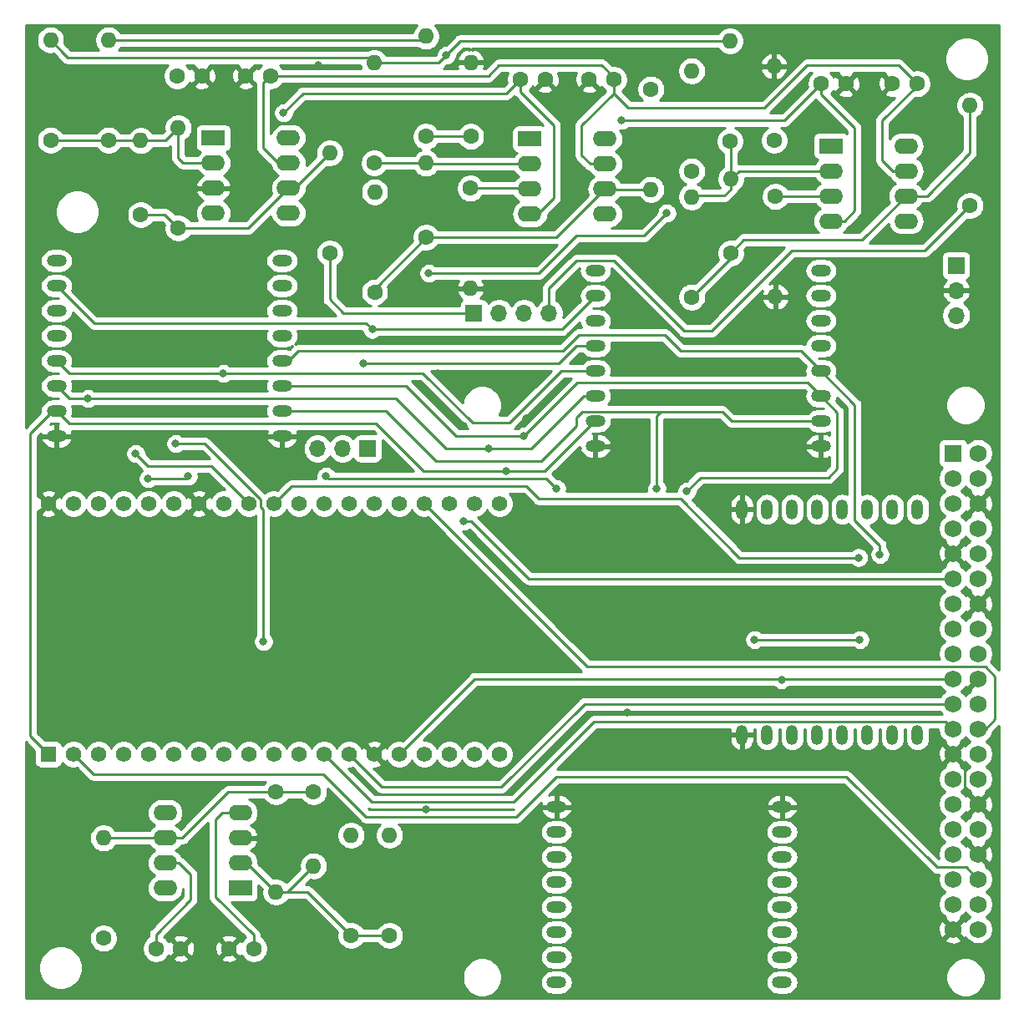
<source format=gbr>
%TF.GenerationSoftware,KiCad,Pcbnew,(5.1.8)-1*%
%TF.CreationDate,2021-04-19T22:20:55+02:00*%
%TF.ProjectId,Adapterboard,41646170-7465-4726-926f-6172642e6b69,rev?*%
%TF.SameCoordinates,Original*%
%TF.FileFunction,Copper,L1,Top*%
%TF.FilePolarity,Positive*%
%FSLAX46Y46*%
G04 Gerber Fmt 4.6, Leading zero omitted, Abs format (unit mm)*
G04 Created by KiCad (PCBNEW (5.1.8)-1) date 2021-04-19 22:20:55*
%MOMM*%
%LPD*%
G01*
G04 APERTURE LIST*
%TA.AperFunction,ComponentPad*%
%ADD10C,1.750000*%
%TD*%
%TA.AperFunction,ComponentPad*%
%ADD11R,1.750000X1.750000*%
%TD*%
%TA.AperFunction,ComponentPad*%
%ADD12O,1.200000X2.000000*%
%TD*%
%TA.AperFunction,ComponentPad*%
%ADD13O,2.000000X1.200000*%
%TD*%
%TA.AperFunction,ComponentPad*%
%ADD14O,2.400000X1.600000*%
%TD*%
%TA.AperFunction,ComponentPad*%
%ADD15R,2.400000X1.600000*%
%TD*%
%TA.AperFunction,ComponentPad*%
%ADD16C,1.600000*%
%TD*%
%TA.AperFunction,ComponentPad*%
%ADD17O,1.700000X1.700000*%
%TD*%
%TA.AperFunction,ComponentPad*%
%ADD18R,1.700000X1.700000*%
%TD*%
%TA.AperFunction,ComponentPad*%
%ADD19O,1.600000X1.600000*%
%TD*%
%TA.AperFunction,ComponentPad*%
%ADD20C,1.560000*%
%TD*%
%TA.AperFunction,ComponentPad*%
%ADD21R,1.560000X1.560000*%
%TD*%
%TA.AperFunction,ViaPad*%
%ADD22C,0.800000*%
%TD*%
%TA.AperFunction,Conductor*%
%ADD23C,0.250000*%
%TD*%
%TA.AperFunction,Conductor*%
%ADD24C,0.254000*%
%TD*%
%TA.AperFunction,Conductor*%
%ADD25C,0.100000*%
%TD*%
G04 APERTURE END LIST*
D10*
%TO.P,J101,39*%
%TO.N,GND*%
X119692420Y-117314980D03*
%TO.P,J101,40*%
%TO.N,Net-(J101-Pad40)*%
X122232420Y-117314980D03*
%TO.P,J101,37*%
%TO.N,Net-(J101-Pad37)*%
X119692420Y-114774980D03*
%TO.P,J101,38*%
%TO.N,Net-(J101-Pad38)*%
X122232420Y-114774980D03*
%TO.P,J101,35*%
%TO.N,Net-(J101-Pad35)*%
X119692420Y-112234980D03*
%TO.P,J101,36*%
%TO.N,PI_RESET_ESP*%
X122232420Y-112234980D03*
%TO.P,J101,33*%
%TO.N,Net-(J101-Pad33)*%
X119692420Y-109694980D03*
%TO.P,J101,34*%
%TO.N,GND*%
X122232420Y-109694980D03*
%TO.P,J101,31*%
%TO.N,Net-(J101-Pad31)*%
X119692420Y-107154980D03*
%TO.P,J101,32*%
%TO.N,Net-(J101-Pad32)*%
X122232420Y-107154980D03*
%TO.P,J101,26*%
%TO.N,Net-(J101-Pad26)*%
X122232420Y-99534980D03*
%TO.P,J101,25*%
%TO.N,GND*%
X119692420Y-99534980D03*
%TO.P,J101,22*%
%TO.N,Net-(J101-Pad22)*%
X122232420Y-94454980D03*
%TO.P,J101,21*%
%TO.N,PI_MISO*%
X119692420Y-94454980D03*
%TO.P,J101,20*%
%TO.N,GND*%
X122232420Y-91914980D03*
%TO.P,J101,19*%
%TO.N,PI_MOSI*%
X119692420Y-91914980D03*
%TO.P,J101,18*%
%TO.N,Net-(J101-Pad18)*%
X122232420Y-89374980D03*
%TO.P,J101,17*%
%TO.N,Net-(J101-Pad17)*%
X119692420Y-89374980D03*
%TO.P,J101,16*%
%TO.N,Net-(J101-Pad16)*%
X122232420Y-86834980D03*
%TO.P,J101,15*%
%TO.N,Net-(J101-Pad15)*%
X119692420Y-86834980D03*
%TO.P,J101,14*%
%TO.N,GND*%
X122232420Y-84294980D03*
%TO.P,J101,13*%
%TO.N,Net-(J101-Pad13)*%
X119692420Y-84294980D03*
%TO.P,J101,12*%
%TO.N,Net-(J101-Pad12)*%
X122232420Y-81754980D03*
%TO.P,J101,11*%
%TO.N,PI_HANDSHAKE*%
X119692420Y-81754980D03*
%TO.P,J101,10*%
%TO.N,Net-(J101-Pad10)*%
X122232420Y-79214980D03*
%TO.P,J101,9*%
%TO.N,GND*%
X119692420Y-79214980D03*
%TO.P,J101,8*%
%TO.N,Net-(J101-Pad8)*%
X122232420Y-76674980D03*
%TO.P,J101,7*%
%TO.N,Net-(J101-Pad7)*%
X119692420Y-76674980D03*
%TO.P,J101,6*%
%TO.N,GND*%
X122232420Y-74134980D03*
%TO.P,J101,5*%
%TO.N,Net-(J101-Pad5)*%
X119692420Y-74134980D03*
%TO.P,J101,4*%
%TO.N,+5V*%
X122232420Y-71594980D03*
%TO.P,J101,3*%
%TO.N,Net-(J101-Pad3)*%
X119692420Y-71594980D03*
%TO.P,J101,2*%
%TO.N,+5V*%
X122232420Y-69054980D03*
D11*
%TO.P,J101,1*%
%TO.N,Net-(J101-Pad1)*%
X119692420Y-69054980D03*
D10*
%TO.P,J101,23*%
%TO.N,PI_SCK*%
X119692420Y-96994980D03*
%TO.P,J101,24*%
%TO.N,PI_CS*%
X122232420Y-96994980D03*
%TO.P,J101,30*%
%TO.N,GND*%
X122232420Y-104614980D03*
%TO.P,J101,29*%
%TO.N,Net-(J101-Pad29)*%
X119692420Y-104614980D03*
%TO.P,J101,28*%
%TO.N,Net-(J101-Pad28)*%
X122232420Y-102074980D03*
%TO.P,J101,27*%
%TO.N,Net-(J101-Pad27)*%
X119692420Y-102074980D03*
%TD*%
D12*
%TO.P,Socket3,8*%
%TO.N,GND*%
X98298000Y-74739500D03*
%TO.P,Socket3,9*%
X98298000Y-97599500D03*
%TO.P,Socket3,7*%
%TO.N,+3V3*%
X100838000Y-74739500D03*
%TO.P,Socket3,10*%
%TO.N,+5V*%
X100838000Y-97599500D03*
%TO.P,Socket3,6*%
%TO.N,ESP32_SDI*%
X103378000Y-74739500D03*
%TO.P,Socket3,11*%
%TO.N,ESP32_SDA*%
X103378000Y-97599500D03*
%TO.P,Socket3,5*%
%TO.N,ESP32_SDO*%
X105918000Y-74739500D03*
%TO.P,Socket3,12*%
%TO.N,ESP32_SCL*%
X105918000Y-97599500D03*
%TO.P,Socket3,4*%
%TO.N,ESP32_SCK*%
X108458000Y-74739500D03*
%TO.P,Socket3,13*%
%TO.N,Net-(Socket3-Pad13)*%
X108458000Y-97599500D03*
%TO.P,Socket3,3*%
%TO.N,ESP32_CS3*%
X110998000Y-74739500D03*
%TO.P,Socket3,14*%
%TO.N,Net-(Socket3-Pad14)*%
X110998000Y-97599500D03*
%TO.P,Socket3,2*%
%TO.N,ESP32_MIKROE_RST*%
X113538000Y-74739500D03*
%TO.P,Socket3,15*%
%TO.N,Net-(Socket3-Pad15)*%
X113538000Y-97599500D03*
%TO.P,Socket3,1*%
%TO.N,Net-(Socket3-Pad1)*%
X116078000Y-74739500D03*
%TO.P,Socket3,16*%
%TO.N,Net-(Socket3-Pad16)*%
X116078000Y-97599500D03*
%TD*%
D13*
%TO.P,Socket1,8*%
%TO.N,GND*%
X28808680Y-67310000D03*
%TO.P,Socket1,9*%
X51668680Y-67310000D03*
%TO.P,Socket1,7*%
%TO.N,+3V3*%
X28808680Y-64770000D03*
%TO.P,Socket1,10*%
%TO.N,+5V*%
X51668680Y-64770000D03*
%TO.P,Socket1,6*%
%TO.N,ESP32_SDI*%
X28808680Y-62230000D03*
%TO.P,Socket1,11*%
%TO.N,ESP32_SDA*%
X51668680Y-62230000D03*
%TO.P,Socket1,5*%
%TO.N,ESP32_SDO*%
X28808680Y-59690000D03*
%TO.P,Socket1,12*%
%TO.N,ESP32_SCL*%
X51668680Y-59690000D03*
%TO.P,Socket1,4*%
%TO.N,ESP32_SCK*%
X28808680Y-57150000D03*
%TO.P,Socket1,13*%
%TO.N,Net-(Socket1-Pad13)*%
X51668680Y-57150000D03*
%TO.P,Socket1,3*%
%TO.N,ESP32_CS1*%
X28808680Y-54610000D03*
%TO.P,Socket1,14*%
%TO.N,Net-(Socket1-Pad14)*%
X51668680Y-54610000D03*
%TO.P,Socket1,2*%
%TO.N,ESP32_MIKROE_RST*%
X28808680Y-52070000D03*
%TO.P,Socket1,15*%
%TO.N,Net-(Socket1-Pad15)*%
X51668680Y-52070000D03*
%TO.P,Socket1,1*%
%TO.N,Net-(Socket1-Pad1)*%
X28808680Y-49530000D03*
%TO.P,Socket1,16*%
%TO.N,Net-(Socket1-Pad16)*%
X51668680Y-49530000D03*
%TD*%
D14*
%TO.P,U101,8*%
%TO.N,Net-(U101-Pad8)*%
X52324000Y-37084000D03*
%TO.P,U101,4*%
%TO.N,-15V*%
X44704000Y-44704000D03*
%TO.P,U101,7*%
%TO.N,+15V*%
X52324000Y-39624000D03*
%TO.P,U101,3*%
%TO.N,GND*%
X44704000Y-42164000D03*
%TO.P,U101,6*%
%TO.N,Net-(C104-Pad1)*%
X52324000Y-42164000D03*
%TO.P,U101,2*%
%TO.N,Net-(C104-Pad2)*%
X44704000Y-39624000D03*
%TO.P,U101,5*%
%TO.N,Net-(U101-Pad5)*%
X52324000Y-44704000D03*
D15*
%TO.P,U101,1*%
%TO.N,Net-(U101-Pad1)*%
X44704000Y-37084000D03*
%TD*%
D16*
%TO.P,C114,2*%
%TO.N,GND*%
X113532280Y-31597600D03*
%TO.P,C114,1*%
%TO.N,+15V*%
X116032280Y-31597600D03*
%TD*%
%TO.P,C113,2*%
%TO.N,GND*%
X41402640Y-119263160D03*
%TO.P,C113,1*%
%TO.N,+15V*%
X38902640Y-119263160D03*
%TD*%
%TO.P,C110,2*%
%TO.N,-15V*%
X106328840Y-31597600D03*
%TO.P,C110,1*%
%TO.N,GND*%
X108828840Y-31597600D03*
%TD*%
%TO.P,C109,2*%
%TO.N,-15V*%
X48804000Y-119263160D03*
%TO.P,C109,1*%
%TO.N,GND*%
X46304000Y-119263160D03*
%TD*%
%TO.P,C107,2*%
%TO.N,GND*%
X82800820Y-31183580D03*
%TO.P,C107,1*%
%TO.N,+15V*%
X85300820Y-31183580D03*
%TD*%
%TO.P,C106,2*%
%TO.N,GND*%
X47997740Y-30792420D03*
%TO.P,C106,1*%
%TO.N,+15V*%
X50497740Y-30792420D03*
%TD*%
%TO.P,C103,2*%
%TO.N,-15V*%
X75843760Y-31158180D03*
%TO.P,C103,1*%
%TO.N,GND*%
X78343760Y-31158180D03*
%TD*%
%TO.P,C101,2*%
%TO.N,-15V*%
X41045760Y-30792420D03*
%TO.P,C101,1*%
%TO.N,GND*%
X43545760Y-30792420D03*
%TD*%
D17*
%TO.P,J104,4*%
%TO.N,Z-Y*%
X78740000Y-54864000D03*
%TO.P,J104,3*%
%TO.N,Z+Y*%
X76200000Y-54864000D03*
%TO.P,J104,2*%
%TO.N,Z-X*%
X73660000Y-54864000D03*
D18*
%TO.P,J104,1*%
%TO.N,Z+X*%
X71120000Y-54864000D03*
%TD*%
D14*
%TO.P,U105,8*%
%TO.N,Net-(U105-Pad8)*%
X114942125Y-37888100D03*
%TO.P,U105,4*%
%TO.N,-15V*%
X107322125Y-45508100D03*
%TO.P,U105,7*%
%TO.N,+15V*%
X114942125Y-40428100D03*
%TO.P,U105,3*%
%TO.N,Net-(C108-Pad1)*%
X107322125Y-42968100D03*
%TO.P,U105,6*%
%TO.N,Net-(C112-Pad1)*%
X114942125Y-42968100D03*
%TO.P,U105,2*%
%TO.N,Net-(C112-Pad2)*%
X107322125Y-40428100D03*
%TO.P,U105,5*%
%TO.N,Net-(U105-Pad5)*%
X114942125Y-45508100D03*
D15*
%TO.P,U105,1*%
%TO.N,Net-(U105-Pad1)*%
X107322125Y-37888100D03*
%TD*%
D14*
%TO.P,U104,8*%
%TO.N,Net-(U104-Pad8)*%
X39827200Y-113126520D03*
%TO.P,U104,4*%
%TO.N,-15V*%
X47447200Y-105506520D03*
%TO.P,U104,7*%
%TO.N,+15V*%
X39827200Y-110586520D03*
%TO.P,U104,3*%
%TO.N,GND*%
X47447200Y-108046520D03*
%TO.P,U104,6*%
%TO.N,Net-(C111-Pad1)*%
X39827200Y-108046520D03*
%TO.P,U104,2*%
%TO.N,Net-(C111-Pad2)*%
X47447200Y-110586520D03*
%TO.P,U104,5*%
%TO.N,Net-(U104-Pad5)*%
X39827200Y-105506520D03*
D15*
%TO.P,U104,1*%
%TO.N,Net-(U104-Pad1)*%
X47447200Y-113126520D03*
%TD*%
D14*
%TO.P,U102,8*%
%TO.N,Net-(U102-Pad8)*%
X84391500Y-37200840D03*
%TO.P,U102,4*%
%TO.N,-15V*%
X76771500Y-44820840D03*
%TO.P,U102,7*%
%TO.N,+15V*%
X84391500Y-39740840D03*
%TO.P,U102,3*%
%TO.N,Net-(C102-Pad1)*%
X76771500Y-42280840D03*
%TO.P,U102,6*%
%TO.N,Net-(C105-Pad1)*%
X84391500Y-42280840D03*
%TO.P,U102,2*%
%TO.N,Net-(C105-Pad2)*%
X76771500Y-39740840D03*
%TO.P,U102,5*%
%TO.N,Net-(U102-Pad5)*%
X84391500Y-44820840D03*
D15*
%TO.P,U102,1*%
%TO.N,Net-(U102-Pad1)*%
X76771500Y-37200840D03*
%TD*%
D13*
%TO.P,Socket4,8*%
%TO.N,GND*%
X102362000Y-104902000D03*
%TO.P,Socket4,9*%
X79502000Y-104902000D03*
%TO.P,Socket4,7*%
%TO.N,+3V3*%
X102362000Y-107442000D03*
%TO.P,Socket4,10*%
%TO.N,+5V*%
X79502000Y-107442000D03*
%TO.P,Socket4,6*%
%TO.N,ESP32_SDI*%
X102362000Y-109982000D03*
%TO.P,Socket4,11*%
%TO.N,ESP32_SDA*%
X79502000Y-109982000D03*
%TO.P,Socket4,5*%
%TO.N,ESP32_SDO*%
X102362000Y-112522000D03*
%TO.P,Socket4,12*%
%TO.N,ESP32_SCL*%
X79502000Y-112522000D03*
%TO.P,Socket4,4*%
%TO.N,ESP32_SCK*%
X102362000Y-115062000D03*
%TO.P,Socket4,13*%
%TO.N,Net-(Socket4-Pad13)*%
X79502000Y-115062000D03*
%TO.P,Socket4,3*%
%TO.N,Net-(Socket4-Pad3)*%
X102362000Y-117602000D03*
%TO.P,Socket4,14*%
%TO.N,Net-(Socket4-Pad14)*%
X79502000Y-117602000D03*
%TO.P,Socket4,2*%
%TO.N,ESP32_MIKROE_RST*%
X102362000Y-120142000D03*
%TO.P,Socket4,15*%
%TO.N,Net-(Socket4-Pad15)*%
X79502000Y-120142000D03*
%TO.P,Socket4,1*%
%TO.N,Net-(Socket4-Pad1)*%
X102362000Y-122682000D03*
%TO.P,Socket4,16*%
%TO.N,Net-(Socket4-Pad16)*%
X79502000Y-122682000D03*
%TD*%
%TO.P,Socket2,8*%
%TO.N,GND*%
X83439000Y-68326000D03*
%TO.P,Socket2,9*%
X106299000Y-68326000D03*
%TO.P,Socket2,7*%
%TO.N,+3V3*%
X83439000Y-65786000D03*
%TO.P,Socket2,10*%
%TO.N,+5V*%
X106299000Y-65786000D03*
%TO.P,Socket2,6*%
%TO.N,ESP32_SDI*%
X83439000Y-63246000D03*
%TO.P,Socket2,11*%
%TO.N,ESP32_SDA*%
X106299000Y-63246000D03*
%TO.P,Socket2,5*%
%TO.N,ESP32_SDO*%
X83439000Y-60706000D03*
%TO.P,Socket2,12*%
%TO.N,ESP32_SCL*%
X106299000Y-60706000D03*
%TO.P,Socket2,4*%
%TO.N,ESP32_SCK*%
X83439000Y-58166000D03*
%TO.P,Socket2,13*%
%TO.N,Net-(Socket2-Pad13)*%
X106299000Y-58166000D03*
%TO.P,Socket2,3*%
%TO.N,ESP32_CS2*%
X83439000Y-55626000D03*
%TO.P,Socket2,14*%
%TO.N,Net-(Socket2-Pad14)*%
X106299000Y-55626000D03*
%TO.P,Socket2,2*%
%TO.N,ESP32_MIKROE_RST*%
X83439000Y-53086000D03*
%TO.P,Socket2,15*%
%TO.N,Net-(Socket2-Pad15)*%
X106299000Y-53086000D03*
%TO.P,Socket2,1*%
%TO.N,Net-(Socket2-Pad1)*%
X83439000Y-50546000D03*
%TO.P,Socket2,16*%
%TO.N,Net-(Socket2-Pad16)*%
X106299000Y-50546000D03*
%TD*%
D19*
%TO.P,R118,2*%
%TO.N,Net-(C112-Pad1)*%
X121412000Y-33782000D03*
D16*
%TO.P,R118,1*%
%TO.N,Z-Y*%
X121412000Y-43942000D03*
%TD*%
D19*
%TO.P,R117,2*%
%TO.N,Net-(C111-Pad1)*%
X33563560Y-108064300D03*
D16*
%TO.P,R117,1*%
%TO.N,Z+Y*%
X33563560Y-118224300D03*
%TD*%
D19*
%TO.P,R116,2*%
%TO.N,Net-(C112-Pad2)*%
X93210380Y-43058080D03*
D16*
%TO.P,R116,1*%
%TO.N,Net-(C112-Pad1)*%
X93210380Y-53218080D03*
%TD*%
D19*
%TO.P,R115,2*%
%TO.N,Net-(C111-Pad2)*%
X51054000Y-113538000D03*
D16*
%TO.P,R115,1*%
%TO.N,Net-(C111-Pad1)*%
X51054000Y-103378000D03*
%TD*%
D19*
%TO.P,R114,2*%
%TO.N,Z*%
X97094040Y-27251660D03*
D16*
%TO.P,R114,1*%
%TO.N,Net-(C112-Pad2)*%
X97094040Y-37411660D03*
%TD*%
D19*
%TO.P,R113,2*%
%TO.N,GND*%
X101691440Y-53190140D03*
D16*
%TO.P,R113,1*%
%TO.N,Net-(C108-Pad1)*%
X101691440Y-43030140D03*
%TD*%
D19*
%TO.P,R112,2*%
%TO.N,Z*%
X62570360Y-107774740D03*
D16*
%TO.P,R112,1*%
%TO.N,Net-(C111-Pad2)*%
X62570360Y-117934740D03*
%TD*%
D19*
%TO.P,R111,2*%
%TO.N,Y*%
X58679080Y-107774740D03*
D16*
%TO.P,R111,1*%
%TO.N,Net-(C111-Pad2)*%
X58679080Y-117934740D03*
%TD*%
D19*
%TO.P,R110,2*%
%TO.N,Y*%
X93212920Y-30292040D03*
D16*
%TO.P,R110,1*%
%TO.N,Net-(C108-Pad1)*%
X93212920Y-40452040D03*
%TD*%
D19*
%TO.P,R109,2*%
%TO.N,Net-(C105-Pad1)*%
X89075260Y-42301160D03*
D16*
%TO.P,R109,1*%
%TO.N,Z-X*%
X89075260Y-32141160D03*
%TD*%
D19*
%TO.P,R108,2*%
%TO.N,Net-(C104-Pad1)*%
X56507380Y-38613080D03*
D16*
%TO.P,R108,1*%
%TO.N,Z+X*%
X56507380Y-48773080D03*
%TD*%
D19*
%TO.P,R107,2*%
%TO.N,Net-(C105-Pad2)*%
X61059060Y-42560240D03*
D16*
%TO.P,R107,1*%
%TO.N,Net-(C105-Pad1)*%
X61059060Y-52720240D03*
%TD*%
D19*
%TO.P,R106,2*%
%TO.N,Net-(C104-Pad2)*%
X41148000Y-36068000D03*
D16*
%TO.P,R106,1*%
%TO.N,Net-(C104-Pad1)*%
X41148000Y-46228000D03*
%TD*%
D19*
%TO.P,R105,2*%
%TO.N,Z*%
X61026040Y-29479240D03*
D16*
%TO.P,R105,1*%
%TO.N,Net-(C105-Pad2)*%
X61026040Y-39639240D03*
%TD*%
D19*
%TO.P,R104,2*%
%TO.N,GND*%
X70774560Y-52354480D03*
D16*
%TO.P,R104,1*%
%TO.N,Net-(C102-Pad1)*%
X70774560Y-42194480D03*
%TD*%
D19*
%TO.P,R103,2*%
%TO.N,X*%
X66248280Y-26791920D03*
D16*
%TO.P,R103,1*%
%TO.N,Net-(C102-Pad1)*%
X66248280Y-36951920D03*
%TD*%
D19*
%TO.P,R102,2*%
%TO.N,Z*%
X28209240Y-27160220D03*
D16*
%TO.P,R102,1*%
%TO.N,Net-(C104-Pad2)*%
X28209240Y-37320220D03*
%TD*%
D19*
%TO.P,R101,2*%
%TO.N,X*%
X34104580Y-27155140D03*
D16*
%TO.P,R101,1*%
%TO.N,Net-(C104-Pad2)*%
X34104580Y-37315140D03*
%TD*%
D17*
%TO.P,J103,3*%
%TO.N,Y*%
X55268000Y-68580000D03*
%TO.P,J103,2*%
%TO.N,X*%
X57808000Y-68580000D03*
D18*
%TO.P,J103,1*%
%TO.N,Z*%
X60348000Y-68580000D03*
%TD*%
D17*
%TO.P,J102,3*%
%TO.N,-15V*%
X120000000Y-55080000D03*
%TO.P,J102,2*%
%TO.N,GND*%
X120000000Y-52540000D03*
D18*
%TO.P,J102,1*%
%TO.N,+15V*%
X120000000Y-50000000D03*
%TD*%
D19*
%TO.P,C112,2*%
%TO.N,Net-(C112-Pad2)*%
X97155000Y-41255300D03*
D16*
%TO.P,C112,1*%
%TO.N,Net-(C112-Pad1)*%
X97155000Y-48755300D03*
%TD*%
D19*
%TO.P,C111,2*%
%TO.N,Net-(C111-Pad2)*%
X54864000Y-110878000D03*
D16*
%TO.P,C111,1*%
%TO.N,Net-(C111-Pad1)*%
X54864000Y-103378000D03*
%TD*%
D19*
%TO.P,C108,2*%
%TO.N,GND*%
X101554280Y-29832920D03*
D16*
%TO.P,C108,1*%
%TO.N,Net-(C108-Pad1)*%
X101554280Y-37332920D03*
%TD*%
D19*
%TO.P,C105,2*%
%TO.N,Net-(C105-Pad2)*%
X66281300Y-39657640D03*
D16*
%TO.P,C105,1*%
%TO.N,Net-(C105-Pad1)*%
X66281300Y-47157640D03*
%TD*%
D19*
%TO.P,C104,2*%
%TO.N,Net-(C104-Pad2)*%
X37350700Y-37369100D03*
D16*
%TO.P,C104,1*%
%TO.N,Net-(C104-Pad1)*%
X37350700Y-44869100D03*
%TD*%
D19*
%TO.P,C102,2*%
%TO.N,GND*%
X70797420Y-29441760D03*
D16*
%TO.P,C102,1*%
%TO.N,Net-(C102-Pad1)*%
X70797420Y-36941760D03*
%TD*%
D20*
%TO.P,U103,38*%
%TO.N,Net-(U103-Pad38)*%
X73712000Y-74168000D03*
%TO.P,U103,37*%
%TO.N,Net-(U103-Pad37)*%
X71172000Y-74168000D03*
%TO.P,U103,36*%
%TO.N,Net-(U103-Pad36)*%
X68632000Y-74168000D03*
%TO.P,U103,35*%
%TO.N,PI_CS*%
X66092000Y-74168000D03*
%TO.P,U103,34*%
%TO.N,PI_HANDSHAKE*%
X63552000Y-74168000D03*
%TO.P,U103,33*%
%TO.N,Net-(U103-Pad33)*%
X61012000Y-74168000D03*
%TO.P,U103,32*%
%TO.N,Net-(U103-Pad32)*%
X58472000Y-74168000D03*
%TO.P,U103,31*%
%TO.N,ESP32_CS2*%
X55932000Y-74168000D03*
%TO.P,U103,30*%
%TO.N,Net-(U103-Pad30)*%
X53392000Y-74168000D03*
%TO.P,U103,29*%
%TO.N,ESP32_CS3*%
X50852000Y-74168000D03*
%TO.P,U103,28*%
%TO.N,ESP32_SCK*%
X48312000Y-74168000D03*
%TO.P,U103,27*%
%TO.N,ESP32_SDO*%
X45772000Y-74168000D03*
%TO.P,U103,26*%
%TO.N,GND*%
X43232000Y-74168000D03*
%TO.P,U103,25*%
%TO.N,ESP32_SDA*%
X40692000Y-74168000D03*
%TO.P,U103,24*%
%TO.N,Net-(U103-Pad24)*%
X38152000Y-74168000D03*
%TO.P,U103,23*%
%TO.N,Net-(U103-Pad23)*%
X35612000Y-74168000D03*
%TO.P,U103,22*%
%TO.N,ESP32_SCL*%
X33072000Y-74168000D03*
%TO.P,U103,21*%
%TO.N,ESP32_SDI*%
X30532000Y-74168000D03*
%TO.P,U103,20*%
%TO.N,GND*%
X27992000Y-74168000D03*
%TO.P,U103,18*%
%TO.N,Net-(U103-Pad18)*%
X71172000Y-99568000D03*
%TO.P,U103,17*%
%TO.N,Net-(U103-Pad17)*%
X68632000Y-99568000D03*
%TO.P,U103,16*%
%TO.N,Net-(U103-Pad16)*%
X66092000Y-99568000D03*
%TO.P,U103,15*%
%TO.N,PI_MOSI*%
X63552000Y-99568000D03*
%TO.P,U103,14*%
%TO.N,GND*%
X61012000Y-99568000D03*
%TO.P,U103,13*%
%TO.N,PI_MISO*%
X58472000Y-99568000D03*
%TO.P,U103,12*%
%TO.N,PI_SCK*%
X55932000Y-99568000D03*
%TO.P,U103,11*%
%TO.N,Net-(U103-Pad11)*%
X53392000Y-99568000D03*
%TO.P,U103,10*%
%TO.N,ESP32_CS1*%
X50852000Y-99568000D03*
%TO.P,U103,9*%
%TO.N,Net-(U103-Pad9)*%
X48312000Y-99568000D03*
%TO.P,U103,8*%
%TO.N,Net-(U103-Pad8)*%
X45772000Y-99568000D03*
%TO.P,U103,7*%
%TO.N,Net-(U103-Pad7)*%
X43232000Y-99568000D03*
%TO.P,U103,6*%
%TO.N,Net-(U103-Pad6)*%
X40692000Y-99568000D03*
%TO.P,U103,5*%
%TO.N,Net-(U103-Pad5)*%
X38152000Y-99568000D03*
%TO.P,U103,4*%
%TO.N,Net-(U103-Pad4)*%
X35612000Y-99568000D03*
%TO.P,U103,3*%
%TO.N,Net-(U103-Pad3)*%
X33072000Y-99568000D03*
%TO.P,U103,19*%
%TO.N,Net-(U103-Pad19)*%
X73712000Y-99568000D03*
%TO.P,U103,2*%
%TO.N,PI_RESET_ESP*%
X30532000Y-99568000D03*
D21*
%TO.P,U103,1*%
%TO.N,+3V3*%
X27992000Y-99568000D03*
%TD*%
D22*
%TO.N,GND*%
X98107500Y-63754000D03*
X75184000Y-62738000D03*
X76454000Y-65532000D03*
X104140000Y-36830000D03*
X55372000Y-29718000D03*
X41148000Y-57404000D03*
%TO.N,-15V*%
X51816000Y-34544000D03*
X86106000Y-35306000D03*
%TO.N,Z*%
X68326000Y-28702000D03*
%TO.N,ESP32_CS2*%
X79502000Y-72644000D03*
%TO.N,ESP32_SDA*%
X76200000Y-67310000D03*
%TO.N,ESP32_SDI*%
X72644000Y-68580000D03*
%TO.N,GND*%
X84709000Y-86106000D03*
X57340500Y-57277000D03*
X70040500Y-66294000D03*
X67437000Y-60960000D03*
X86677500Y-95313500D03*
X47053500Y-62293500D03*
X44196000Y-64960500D03*
X88074500Y-75565000D03*
X109982000Y-77851000D03*
X107188000Y-84328000D03*
X104521000Y-84137500D03*
X101981000Y-84010500D03*
X54165500Y-83375500D03*
X66294000Y-105156000D03*
X104140000Y-32067500D03*
X53975000Y-71183500D03*
X60515500Y-70612000D03*
X98298000Y-67056000D03*
X96520000Y-84937600D03*
X114858800Y-85242400D03*
X110185200Y-84226400D03*
X104749600Y-103378000D03*
X108458000Y-100126800D03*
X111048800Y-100076000D03*
X99009200Y-59944000D03*
%TO.N,PI_MOSI*%
X102298500Y-92011500D03*
%TO.N,-15V*%
X49784000Y-88138000D03*
X40894000Y-68072000D03*
%TO.N,PI_HANDSHAKE*%
X70104000Y-75946000D03*
%TO.N,+5V*%
X89662000Y-72644000D03*
%TO.N,Y*%
X66548000Y-50800000D03*
X90672920Y-44709080D03*
%TO.N,ESP32_CS2*%
X56134000Y-71374000D03*
%TO.N,ESP32_CS3*%
X110109000Y-79629000D03*
%TO.N,ESP32_SCK*%
X36830000Y-69088000D03*
X59944000Y-59944000D03*
%TO.N,ESP32_SDO*%
X45720000Y-60960000D03*
%TO.N,ESP32_SDA*%
X92710000Y-72898000D03*
%TO.N,ESP32_SCL*%
X38100000Y-71628000D03*
X42164000Y-71374000D03*
X112268000Y-79311500D03*
X99568000Y-87947500D03*
X110236000Y-87947500D03*
%TO.N,ESP32_SDI*%
X32004000Y-63500000D03*
%TO.N,+3V3*%
X74422000Y-70866000D03*
%TO.N,ESP32_MIKROE_RST*%
X60814770Y-56496770D03*
%TD*%
D23*
%TO.N,GND*%
X119692420Y-99534980D02*
X120904000Y-100746560D01*
X120904000Y-103286560D02*
X122232420Y-104614980D01*
X120904000Y-100746560D02*
X120904000Y-103286560D01*
%TO.N,-15V*%
X75843760Y-31158180D02*
X75843760Y-32409760D01*
X75843760Y-32409760D02*
X79248000Y-35814000D01*
X79248000Y-35814000D02*
X79248000Y-43180000D01*
X77607160Y-44820840D02*
X76771500Y-44820840D01*
X79248000Y-43180000D02*
X77607160Y-44820840D01*
X75843760Y-31158180D02*
X74422000Y-32579940D01*
X53780060Y-32579940D02*
X51816000Y-34544000D01*
X74422000Y-32579940D02*
X53780060Y-32579940D01*
X106328840Y-31597600D02*
X106328840Y-32668840D01*
X106328840Y-32668840D02*
X109728000Y-36068000D01*
X109728000Y-36068000D02*
X109728000Y-44450000D01*
X108669900Y-45508100D02*
X107322125Y-45508100D01*
X109728000Y-44450000D02*
X108669900Y-45508100D01*
X106328840Y-31597600D02*
X103890440Y-34036000D01*
X103890440Y-34036000D02*
X103886000Y-34036000D01*
X102616000Y-35306000D02*
X86106000Y-35306000D01*
X103886000Y-34036000D02*
X102616000Y-35306000D01*
X45623480Y-105506520D02*
X47447200Y-105506520D01*
X44958000Y-106172000D02*
X45623480Y-105506520D01*
X44958000Y-114046000D02*
X44958000Y-106172000D01*
X48804000Y-117892000D02*
X44958000Y-114046000D01*
X48804000Y-119263160D02*
X48804000Y-117892000D01*
%TO.N,Net-(C102-Pad1)*%
X76685140Y-42194480D02*
X76771500Y-42280840D01*
X70774560Y-42194480D02*
X76685140Y-42194480D01*
X70774560Y-36964620D02*
X70797420Y-36941760D01*
X66258440Y-36941760D02*
X66248280Y-36951920D01*
X70797420Y-36941760D02*
X66258440Y-36941760D01*
%TO.N,Net-(C104-Pad2)*%
X34099500Y-37320220D02*
X34104580Y-37315140D01*
X28209240Y-37320220D02*
X34099500Y-37320220D01*
X37296740Y-37315140D02*
X37350700Y-37369100D01*
X34104580Y-37315140D02*
X37296740Y-37315140D01*
X39846900Y-37369100D02*
X41148000Y-36068000D01*
X37350700Y-37369100D02*
X39846900Y-37369100D01*
X41148000Y-36068000D02*
X41148000Y-39116000D01*
X41656000Y-39624000D02*
X44704000Y-39624000D01*
X41148000Y-39116000D02*
X41656000Y-39624000D01*
%TO.N,Net-(C104-Pad1)*%
X39789100Y-44869100D02*
X41148000Y-46228000D01*
X37350700Y-44869100D02*
X39789100Y-44869100D01*
X48260000Y-46228000D02*
X52324000Y-42164000D01*
X41148000Y-46228000D02*
X48260000Y-46228000D01*
X52956460Y-42164000D02*
X56507380Y-38613080D01*
X52324000Y-42164000D02*
X52956460Y-42164000D01*
%TO.N,Net-(C105-Pad2)*%
X61059060Y-39672260D02*
X61026040Y-39639240D01*
X66262900Y-39639240D02*
X66281300Y-39657640D01*
X61026040Y-39639240D02*
X66262900Y-39639240D01*
X66364500Y-39740840D02*
X66281300Y-39657640D01*
X76771500Y-39740840D02*
X66364500Y-39740840D01*
%TO.N,Net-(C105-Pad1)*%
X84411820Y-42301160D02*
X84391500Y-42280840D01*
X89075260Y-42301160D02*
X84411820Y-42301160D01*
X61059060Y-52379880D02*
X61059060Y-52720240D01*
X66281300Y-47157640D02*
X61059060Y-52379880D01*
X79514700Y-47157640D02*
X84391500Y-42280840D01*
X66281300Y-47157640D02*
X79514700Y-47157640D01*
%TO.N,+15V*%
X85300820Y-31183580D02*
X85300820Y-32555180D01*
X85300820Y-32555180D02*
X82042000Y-35814000D01*
X82042000Y-35814000D02*
X82042000Y-38862000D01*
X82920840Y-39740840D02*
X84391500Y-39740840D01*
X82042000Y-38862000D02*
X82920840Y-39740840D01*
X85300820Y-31183580D02*
X85300820Y-30944820D01*
X85300820Y-30944820D02*
X84074000Y-29718000D01*
X84074000Y-29718000D02*
X73660000Y-29718000D01*
X72585580Y-30792420D02*
X50497740Y-30792420D01*
X73660000Y-29718000D02*
X72585580Y-30792420D01*
X116032280Y-31597600D02*
X116032280Y-31795720D01*
X116032280Y-31795720D02*
X112522000Y-35306000D01*
X112522000Y-35306000D02*
X112522000Y-39370000D01*
X113580100Y-40428100D02*
X114942125Y-40428100D01*
X112522000Y-39370000D02*
X113580100Y-40428100D01*
X116032280Y-31597600D02*
X114152680Y-29718000D01*
X114152680Y-29718000D02*
X104902000Y-29718000D01*
X104902000Y-29718000D02*
X100584000Y-34036000D01*
X86781640Y-34036000D02*
X85300820Y-32555180D01*
X100584000Y-34036000D02*
X86781640Y-34036000D01*
X39827200Y-110586520D02*
X41244520Y-110586520D01*
X41244520Y-110586520D02*
X42418000Y-111760000D01*
X42418000Y-111760000D02*
X42418000Y-114300000D01*
X38902640Y-117815360D02*
X42418000Y-114300000D01*
X38902640Y-119263160D02*
X38902640Y-117815360D01*
X50497740Y-30792420D02*
X50487580Y-30792420D01*
X50487580Y-30792420D02*
X49784000Y-31496000D01*
X49784000Y-31496000D02*
X49784000Y-38100000D01*
X51308000Y-39624000D02*
X52324000Y-39624000D01*
X49784000Y-38100000D02*
X51308000Y-39624000D01*
%TO.N,Net-(C108-Pad1)*%
X107260085Y-43030140D02*
X107322125Y-42968100D01*
X101691440Y-43030140D02*
X107260085Y-43030140D01*
%TO.N,Net-(C111-Pad2)*%
X47464980Y-110568740D02*
X47447200Y-110586520D01*
%TO.N,Net-(C111-Pad1)*%
X39809420Y-108064300D02*
X39827200Y-108046520D01*
X33563560Y-108064300D02*
X39809420Y-108064300D01*
X39827200Y-108046520D02*
X41559480Y-108046520D01*
%TO.N,Net-(C112-Pad2)*%
X97982200Y-40428100D02*
X97155000Y-41255300D01*
X107322125Y-40428100D02*
X97982200Y-40428100D01*
X97155000Y-41255300D02*
X97155000Y-42291000D01*
X97155000Y-42291000D02*
X96520000Y-42926000D01*
X93342460Y-42926000D02*
X93210380Y-43058080D01*
X96520000Y-42926000D02*
X93342460Y-42926000D01*
X97155000Y-37472620D02*
X97094040Y-37411660D01*
X97155000Y-41255300D02*
X97155000Y-37472620D01*
%TO.N,Net-(C112-Pad1)*%
X97155000Y-49273460D02*
X97155000Y-48755300D01*
X93210380Y-53218080D02*
X97155000Y-49273460D01*
X114942125Y-42968100D02*
X117051900Y-42968100D01*
X121412000Y-38608000D02*
X121412000Y-33782000D01*
X117051900Y-42968100D02*
X121412000Y-38608000D01*
%TO.N,PI_MISO*%
X119159020Y-94454980D02*
X119692420Y-94454980D01*
%TO.N,PI_MOSI*%
X118651020Y-91914980D02*
X119692420Y-91914980D01*
%TO.N,PI_SCK*%
X119692420Y-97223580D02*
X119692420Y-96994980D01*
%TO.N,X*%
X65885060Y-27155140D02*
X66248280Y-26791920D01*
X34104580Y-27155140D02*
X65885060Y-27155140D01*
%TO.N,Z*%
X28209240Y-27160220D02*
X29464000Y-28414980D01*
X29464000Y-28414980D02*
X29464000Y-28448000D01*
X29464000Y-28448000D02*
X29972000Y-28956000D01*
X60502800Y-28956000D02*
X61026040Y-29479240D01*
X29972000Y-28956000D02*
X60502800Y-28956000D01*
X61026040Y-29479240D02*
X67548760Y-29479240D01*
X69776340Y-27251660D02*
X97094040Y-27251660D01*
X67548760Y-29479240D02*
X69776340Y-27251660D01*
%TO.N,Z+X*%
X56507380Y-53459380D02*
X56507380Y-48773080D01*
X57912000Y-54864000D02*
X56507380Y-53459380D01*
X71120000Y-54864000D02*
X57912000Y-54864000D01*
%TO.N,Z-Y*%
X83566000Y-49530000D02*
X84074000Y-49530000D01*
X81534000Y-49530000D02*
X84074000Y-49530000D01*
X78740000Y-52324000D02*
X81534000Y-49530000D01*
X78740000Y-54864000D02*
X78740000Y-52324000D01*
%TO.N,ESP32_SDO*%
X28808680Y-59961780D02*
X29192220Y-59961780D01*
%TO.N,+5V*%
X51396900Y-64770000D02*
X51668680Y-65041780D01*
%TO.N,+3V3*%
X28808680Y-65041780D02*
X28808680Y-65130680D01*
%TO.N,ESP32_SDI*%
X76962000Y-68580000D02*
X80500220Y-65041780D01*
X72644000Y-68580000D02*
X76962000Y-68580000D01*
%TO.N,GND*%
X28808680Y-67581780D02*
X28808680Y-67670680D01*
%TO.N,-15V*%
X49784000Y-74735402D02*
X49530000Y-74481402D01*
X49784000Y-88138000D02*
X49784000Y-74735402D01*
X43851402Y-68072000D02*
X40894000Y-68072000D01*
X49530000Y-73750598D02*
X43851402Y-68072000D01*
X49530000Y-74481402D02*
X49530000Y-73750598D01*
%TO.N,Net-(C111-Pad2)*%
X48102520Y-110586520D02*
X51054000Y-113538000D01*
X47447200Y-110586520D02*
X48102520Y-110586520D01*
X52204000Y-113538000D02*
X54864000Y-110878000D01*
X51054000Y-113538000D02*
X52204000Y-113538000D01*
X54919260Y-110822740D02*
X54864000Y-110878000D01*
X54282340Y-113538000D02*
X58679080Y-117934740D01*
X51054000Y-113538000D02*
X54282340Y-113538000D01*
X58679080Y-117934740D02*
X62570360Y-117934740D01*
%TO.N,Net-(C111-Pad1)*%
X54864000Y-103378000D02*
X51054000Y-103378000D01*
X46228000Y-103378000D02*
X45466000Y-104140000D01*
X51054000Y-103378000D02*
X46228000Y-103378000D01*
X41559480Y-108046520D02*
X45466000Y-104140000D01*
%TO.N,Net-(C112-Pad1)*%
X97155000Y-48755300D02*
X98475800Y-47434500D01*
X110475725Y-47434500D02*
X114942125Y-42968100D01*
X98475800Y-47434500D02*
X110475725Y-47434500D01*
%TO.N,PI_RESET_ESP*%
X121032419Y-111034979D02*
X118073021Y-111034979D01*
X122232420Y-112234980D02*
X121032419Y-111034979D01*
X118073021Y-111034979D02*
X108892042Y-101854000D01*
X108892042Y-101854000D02*
X79502000Y-101854000D01*
X79502000Y-101854000D02*
X75438000Y-105918000D01*
X75438000Y-105918000D02*
X60198000Y-105918000D01*
X60198000Y-105918000D02*
X55880000Y-101600000D01*
X32564000Y-101600000D02*
X30532000Y-99568000D01*
X55880000Y-101600000D02*
X32564000Y-101600000D01*
%TO.N,PI_MISO*%
X119692420Y-94454980D02*
X82329020Y-94454980D01*
X82329020Y-94454980D02*
X73914000Y-102870000D01*
X61774000Y-102870000D02*
X58472000Y-99568000D01*
X73914000Y-102870000D02*
X61774000Y-102870000D01*
%TO.N,PI_MOSI*%
X71205020Y-91914980D02*
X63552000Y-99568000D01*
X119692420Y-91914980D02*
X71205020Y-91914980D01*
%TO.N,PI_HANDSHAKE*%
X77503020Y-81754980D02*
X76674980Y-81754980D01*
X119692420Y-81754980D02*
X77503020Y-81754980D01*
X77503020Y-81754980D02*
X76741020Y-81754980D01*
X70866000Y-75946000D02*
X70104000Y-75946000D01*
X76674980Y-81754980D02*
X70866000Y-75946000D01*
%TO.N,+5V*%
X67274440Y-69850000D02*
X62194440Y-64770000D01*
X77978000Y-69850000D02*
X67274440Y-69850000D01*
X81534000Y-66294000D02*
X77978000Y-69850000D01*
X62194440Y-64770000D02*
X51668680Y-64770000D01*
X81534000Y-66294000D02*
X81534000Y-65405000D01*
X97224998Y-65786000D02*
X106299000Y-65786000D01*
X96299988Y-64860990D02*
X97224998Y-65786000D01*
X81534000Y-65405000D02*
X82078010Y-64860990D01*
X89662000Y-65269480D02*
X90070490Y-64860990D01*
X89662000Y-72644000D02*
X89662000Y-65269480D01*
X90070490Y-64860990D02*
X96299988Y-64860990D01*
X82078010Y-64860990D02*
X90070490Y-64860990D01*
%TO.N,PI_SCK*%
X55932000Y-99568000D02*
X60758000Y-104394000D01*
X60758000Y-104394000D02*
X75184000Y-104394000D01*
X75184000Y-104394000D02*
X83312000Y-96266000D01*
X118963440Y-96266000D02*
X119692420Y-96994980D01*
X83312000Y-96266000D02*
X118963440Y-96266000D01*
%TO.N,PI_CS*%
X82638979Y-90714979D02*
X66092000Y-74168000D01*
X122232420Y-96994980D02*
X122969020Y-96994980D01*
X122969020Y-96994980D02*
X123952000Y-96012000D01*
X123952000Y-91694000D02*
X122972979Y-90714979D01*
X123952000Y-96012000D02*
X123952000Y-91694000D01*
X122972979Y-90714979D02*
X82638979Y-90714979D01*
%TO.N,Y*%
X66548000Y-50800000D02*
X77724000Y-50800000D01*
X77724000Y-50800000D02*
X81534000Y-46990000D01*
X88392000Y-46990000D02*
X90672920Y-44709080D01*
X81534000Y-46990000D02*
X88392000Y-46990000D01*
%TO.N,Z-Y*%
X85344000Y-49530000D02*
X84074000Y-49530000D01*
X95250000Y-56642000D02*
X92456000Y-56642000D01*
X103378000Y-48514000D02*
X95250000Y-56642000D01*
X116840000Y-48514000D02*
X103378000Y-48514000D01*
X92456000Y-56642000D02*
X85344000Y-49530000D01*
X121412000Y-43942000D02*
X116840000Y-48514000D01*
%TO.N,ESP32_CS2*%
X56134000Y-71374000D02*
X56388000Y-71628000D01*
X78486000Y-71628000D02*
X79502000Y-72644000D01*
X56388000Y-71628000D02*
X78486000Y-71628000D01*
%TO.N,ESP32_CS3*%
X98044000Y-79629000D02*
X110109000Y-79629000D01*
X92075000Y-73660000D02*
X98044000Y-79629000D01*
X77724000Y-73660000D02*
X92075000Y-73660000D01*
X76454000Y-72390000D02*
X77724000Y-73660000D01*
X52630000Y-72390000D02*
X76454000Y-72390000D01*
X50852000Y-74168000D02*
X52630000Y-72390000D01*
%TO.N,ESP32_SCK*%
X36830000Y-69088000D02*
X38100000Y-70358000D01*
X44502000Y-70358000D02*
X48312000Y-74168000D01*
X38100000Y-70358000D02*
X44502000Y-70358000D01*
X81534000Y-58166000D02*
X79756000Y-59944000D01*
X83439000Y-58166000D02*
X81534000Y-58166000D01*
X59944000Y-59944000D02*
X79756000Y-59944000D01*
%TO.N,ESP32_SDO*%
X30078680Y-60960000D02*
X28808680Y-59690000D01*
X70966790Y-65966790D02*
X65960000Y-60960000D01*
X74749210Y-65966790D02*
X70966790Y-65966790D01*
X78214220Y-62501780D02*
X74749210Y-65966790D01*
X41402000Y-60960000D02*
X45720000Y-60960000D01*
X65960000Y-60960000D02*
X41402000Y-60960000D01*
X41402000Y-60960000D02*
X30078680Y-60960000D01*
X78214220Y-62501780D02*
X80010000Y-60706000D01*
X80010000Y-60706000D02*
X83439000Y-60706000D01*
%TO.N,ESP32_SDA*%
X64262000Y-62230000D02*
X51668680Y-62230000D01*
X69342000Y-67310000D02*
X64262000Y-62230000D01*
X76200000Y-67310000D02*
X69342000Y-67310000D01*
X94107000Y-71501000D02*
X92710000Y-72898000D01*
X107061000Y-71501000D02*
X94107000Y-71501000D01*
X107950000Y-66294000D02*
X107950000Y-70612000D01*
X107950000Y-70612000D02*
X107061000Y-71501000D01*
X107950000Y-64897000D02*
X106299000Y-63246000D01*
X107950000Y-66294000D02*
X107950000Y-64897000D01*
X104965500Y-61912500D02*
X106299000Y-63246000D01*
X81597500Y-61912500D02*
X104965500Y-61912500D01*
X76200000Y-67310000D02*
X81597500Y-61912500D01*
%TO.N,ESP32_SCL*%
X41910000Y-71628000D02*
X42164000Y-71374000D01*
X38100000Y-71628000D02*
X41910000Y-71628000D01*
X107950000Y-87947500D02*
X99568000Y-87947500D01*
X107950000Y-87947500D02*
X110236000Y-87947500D01*
X112268000Y-78359000D02*
X112268000Y-79311500D01*
X109728000Y-75819000D02*
X112268000Y-78359000D01*
X109728000Y-65278000D02*
X109728000Y-75819000D01*
X109728000Y-64135000D02*
X109728000Y-65278000D01*
X106299000Y-60706000D02*
X109728000Y-64135000D01*
X52324000Y-59690000D02*
X51668680Y-59690000D01*
X53340000Y-58674000D02*
X52324000Y-59690000D01*
X80137000Y-58674000D02*
X53340000Y-58674000D01*
X90493009Y-57092009D02*
X81718991Y-57092009D01*
X92075000Y-58674000D02*
X90493009Y-57092009D01*
X104267000Y-58674000D02*
X92075000Y-58674000D01*
X81718991Y-57092009D02*
X80137000Y-58674000D01*
X106299000Y-60706000D02*
X104267000Y-58674000D01*
%TO.N,ESP32_SDI*%
X30078680Y-63500000D02*
X28808680Y-62230000D01*
X63246000Y-63500000D02*
X30078680Y-63500000D01*
X68326000Y-68580000D02*
X63246000Y-63500000D01*
X72644000Y-68580000D02*
X68326000Y-68580000D01*
X30078680Y-63500000D02*
X32004000Y-63500000D01*
X82296000Y-63246000D02*
X83439000Y-63246000D01*
X80500220Y-65041780D02*
X82296000Y-63246000D01*
%TO.N,+3V3*%
X30078680Y-66040000D02*
X28808680Y-64770000D01*
X61214000Y-66040000D02*
X30078680Y-66040000D01*
X66040000Y-70866000D02*
X61214000Y-66040000D01*
X74422000Y-70866000D02*
X66040000Y-70866000D01*
X26162000Y-97738000D02*
X27992000Y-99568000D01*
X28448000Y-64770000D02*
X26162000Y-67056000D01*
X26162000Y-67056000D02*
X26162000Y-97738000D01*
X28808680Y-64770000D02*
X28448000Y-64770000D01*
X83375500Y-65786000D02*
X78295500Y-70866000D01*
X83439000Y-65786000D02*
X83375500Y-65786000D01*
X74422000Y-70866000D02*
X78295500Y-70866000D01*
%TO.N,ESP32_MIKROE_RST*%
X60814770Y-56496770D02*
X60198000Y-55880000D01*
X32618680Y-55880000D02*
X28808680Y-52070000D01*
X60198000Y-55880000D02*
X32618680Y-55880000D01*
X80028230Y-56496770D02*
X83439000Y-53086000D01*
X60814770Y-56496770D02*
X78785270Y-56496770D01*
X78785270Y-56496770D02*
X80028230Y-56496770D01*
%TD*%
D24*
%TO.N,GND*%
X124315001Y-124315000D02*
X25685000Y-124315000D01*
X25685000Y-121001372D01*
X26975000Y-121001372D01*
X26975000Y-121441628D01*
X27060890Y-121873425D01*
X27229369Y-122280169D01*
X27473962Y-122646229D01*
X27785271Y-122957538D01*
X28151331Y-123202131D01*
X28558075Y-123370610D01*
X28989872Y-123456500D01*
X29430128Y-123456500D01*
X29861925Y-123370610D01*
X30268669Y-123202131D01*
X30634729Y-122957538D01*
X30946038Y-122646229D01*
X31190631Y-122280169D01*
X31312060Y-121987012D01*
X69952420Y-121987012D01*
X69952420Y-122382948D01*
X70029663Y-122771276D01*
X70181181Y-123137072D01*
X70401151Y-123466281D01*
X70681119Y-123746249D01*
X71010328Y-123966219D01*
X71376124Y-124117737D01*
X71764452Y-124194980D01*
X72160388Y-124194980D01*
X72548716Y-124117737D01*
X72914512Y-123966219D01*
X73243721Y-123746249D01*
X73523689Y-123466281D01*
X73743659Y-123137072D01*
X73895177Y-122771276D01*
X73912935Y-122682000D01*
X77861025Y-122682000D01*
X77884870Y-122924102D01*
X77955489Y-123156901D01*
X78070167Y-123371449D01*
X78224498Y-123559502D01*
X78412551Y-123713833D01*
X78627099Y-123828511D01*
X78859898Y-123899130D01*
X79041335Y-123917000D01*
X79962665Y-123917000D01*
X80144102Y-123899130D01*
X80376901Y-123828511D01*
X80591449Y-123713833D01*
X80779502Y-123559502D01*
X80933833Y-123371449D01*
X81048511Y-123156901D01*
X81119130Y-122924102D01*
X81142975Y-122682000D01*
X100721025Y-122682000D01*
X100744870Y-122924102D01*
X100815489Y-123156901D01*
X100930167Y-123371449D01*
X101084498Y-123559502D01*
X101272551Y-123713833D01*
X101487099Y-123828511D01*
X101719898Y-123899130D01*
X101901335Y-123917000D01*
X102822665Y-123917000D01*
X103004102Y-123899130D01*
X103236901Y-123828511D01*
X103451449Y-123713833D01*
X103639502Y-123559502D01*
X103793833Y-123371449D01*
X103908511Y-123156901D01*
X103979130Y-122924102D01*
X104002975Y-122682000D01*
X103979130Y-122439898D01*
X103908511Y-122207099D01*
X103793833Y-121992551D01*
X103789288Y-121987012D01*
X118952420Y-121987012D01*
X118952420Y-122382948D01*
X119029663Y-122771276D01*
X119181181Y-123137072D01*
X119401151Y-123466281D01*
X119681119Y-123746249D01*
X120010328Y-123966219D01*
X120376124Y-124117737D01*
X120764452Y-124194980D01*
X121160388Y-124194980D01*
X121548716Y-124117737D01*
X121914512Y-123966219D01*
X122243721Y-123746249D01*
X122523689Y-123466281D01*
X122743659Y-123137072D01*
X122895177Y-122771276D01*
X122972420Y-122382948D01*
X122972420Y-121987012D01*
X122895177Y-121598684D01*
X122743659Y-121232888D01*
X122523689Y-120903679D01*
X122243721Y-120623711D01*
X121914512Y-120403741D01*
X121548716Y-120252223D01*
X121160388Y-120174980D01*
X120764452Y-120174980D01*
X120376124Y-120252223D01*
X120010328Y-120403741D01*
X119681119Y-120623711D01*
X119401151Y-120903679D01*
X119181181Y-121232888D01*
X119029663Y-121598684D01*
X118952420Y-121987012D01*
X103789288Y-121987012D01*
X103639502Y-121804498D01*
X103451449Y-121650167D01*
X103236901Y-121535489D01*
X103004102Y-121464870D01*
X102822665Y-121447000D01*
X101901335Y-121447000D01*
X101719898Y-121464870D01*
X101487099Y-121535489D01*
X101272551Y-121650167D01*
X101084498Y-121804498D01*
X100930167Y-121992551D01*
X100815489Y-122207099D01*
X100744870Y-122439898D01*
X100721025Y-122682000D01*
X81142975Y-122682000D01*
X81119130Y-122439898D01*
X81048511Y-122207099D01*
X80933833Y-121992551D01*
X80779502Y-121804498D01*
X80591449Y-121650167D01*
X80376901Y-121535489D01*
X80144102Y-121464870D01*
X79962665Y-121447000D01*
X79041335Y-121447000D01*
X78859898Y-121464870D01*
X78627099Y-121535489D01*
X78412551Y-121650167D01*
X78224498Y-121804498D01*
X78070167Y-121992551D01*
X77955489Y-122207099D01*
X77884870Y-122439898D01*
X77861025Y-122682000D01*
X73912935Y-122682000D01*
X73972420Y-122382948D01*
X73972420Y-121987012D01*
X73895177Y-121598684D01*
X73743659Y-121232888D01*
X73523689Y-120903679D01*
X73243721Y-120623711D01*
X72914512Y-120403741D01*
X72548716Y-120252223D01*
X72160388Y-120174980D01*
X71764452Y-120174980D01*
X71376124Y-120252223D01*
X71010328Y-120403741D01*
X70681119Y-120623711D01*
X70401151Y-120903679D01*
X70181181Y-121232888D01*
X70029663Y-121598684D01*
X69952420Y-121987012D01*
X31312060Y-121987012D01*
X31359110Y-121873425D01*
X31445000Y-121441628D01*
X31445000Y-121001372D01*
X31359110Y-120569575D01*
X31190631Y-120162831D01*
X30946038Y-119796771D01*
X30634729Y-119485462D01*
X30268669Y-119240869D01*
X29861925Y-119072390D01*
X29430128Y-118986500D01*
X28989872Y-118986500D01*
X28558075Y-119072390D01*
X28151331Y-119240869D01*
X27785271Y-119485462D01*
X27473962Y-119796771D01*
X27229369Y-120162831D01*
X27060890Y-120569575D01*
X26975000Y-121001372D01*
X25685000Y-121001372D01*
X25685000Y-118082965D01*
X32128560Y-118082965D01*
X32128560Y-118365635D01*
X32183707Y-118642874D01*
X32291880Y-118904027D01*
X32448923Y-119139059D01*
X32648801Y-119338937D01*
X32883833Y-119495980D01*
X33144986Y-119604153D01*
X33422225Y-119659300D01*
X33704895Y-119659300D01*
X33982134Y-119604153D01*
X34243287Y-119495980D01*
X34478319Y-119338937D01*
X34678197Y-119139059D01*
X34835240Y-118904027D01*
X34943413Y-118642874D01*
X34998560Y-118365635D01*
X34998560Y-118082965D01*
X34943413Y-117805726D01*
X34835240Y-117544573D01*
X34678197Y-117309541D01*
X34478319Y-117109663D01*
X34243287Y-116952620D01*
X33982134Y-116844447D01*
X33704895Y-116789300D01*
X33422225Y-116789300D01*
X33144986Y-116844447D01*
X32883833Y-116952620D01*
X32648801Y-117109663D01*
X32448923Y-117309541D01*
X32291880Y-117544573D01*
X32183707Y-117805726D01*
X32128560Y-118082965D01*
X25685000Y-118082965D01*
X25685000Y-98335801D01*
X26573928Y-99224730D01*
X26573928Y-100348000D01*
X26586188Y-100472482D01*
X26622498Y-100592180D01*
X26681463Y-100702494D01*
X26760815Y-100799185D01*
X26857506Y-100878537D01*
X26967820Y-100937502D01*
X27087518Y-100973812D01*
X27212000Y-100986072D01*
X28772000Y-100986072D01*
X28896482Y-100973812D01*
X29016180Y-100937502D01*
X29126494Y-100878537D01*
X29223185Y-100799185D01*
X29302537Y-100702494D01*
X29361502Y-100592180D01*
X29397812Y-100472482D01*
X29402531Y-100424564D01*
X29432897Y-100470010D01*
X29629990Y-100667103D01*
X29861746Y-100821957D01*
X30119260Y-100928623D01*
X30392635Y-100983000D01*
X30671365Y-100983000D01*
X30838878Y-100949680D01*
X32000200Y-102111002D01*
X32023999Y-102140001D01*
X32052997Y-102163799D01*
X32139723Y-102234974D01*
X32192835Y-102263363D01*
X32271753Y-102305546D01*
X32415014Y-102349003D01*
X32526667Y-102360000D01*
X32526677Y-102360000D01*
X32564000Y-102363676D01*
X32601323Y-102360000D01*
X50042604Y-102360000D01*
X49939363Y-102463241D01*
X49835957Y-102618000D01*
X46265325Y-102618000D01*
X46228000Y-102614324D01*
X46190675Y-102618000D01*
X46190667Y-102618000D01*
X46079014Y-102628997D01*
X45935753Y-102672454D01*
X45803724Y-102743026D01*
X45687999Y-102837999D01*
X45664201Y-102866998D01*
X44955002Y-103576197D01*
X44954997Y-103576201D01*
X41362868Y-107168331D01*
X41246808Y-107026912D01*
X41028301Y-106847588D01*
X40895342Y-106776520D01*
X41028301Y-106705452D01*
X41246808Y-106526128D01*
X41426132Y-106307621D01*
X41559382Y-106058328D01*
X41641436Y-105787829D01*
X41669143Y-105506520D01*
X41641436Y-105225211D01*
X41559382Y-104954712D01*
X41426132Y-104705419D01*
X41246808Y-104486912D01*
X41028301Y-104307588D01*
X40779008Y-104174338D01*
X40508509Y-104092284D01*
X40297692Y-104071520D01*
X39356708Y-104071520D01*
X39145891Y-104092284D01*
X38875392Y-104174338D01*
X38626099Y-104307588D01*
X38407592Y-104486912D01*
X38228268Y-104705419D01*
X38095018Y-104954712D01*
X38012964Y-105225211D01*
X37985257Y-105506520D01*
X38012964Y-105787829D01*
X38095018Y-106058328D01*
X38228268Y-106307621D01*
X38407592Y-106526128D01*
X38626099Y-106705452D01*
X38759058Y-106776520D01*
X38626099Y-106847588D01*
X38407592Y-107026912D01*
X38228268Y-107245419D01*
X38196795Y-107304300D01*
X34781603Y-107304300D01*
X34678197Y-107149541D01*
X34478319Y-106949663D01*
X34243287Y-106792620D01*
X33982134Y-106684447D01*
X33704895Y-106629300D01*
X33422225Y-106629300D01*
X33144986Y-106684447D01*
X32883833Y-106792620D01*
X32648801Y-106949663D01*
X32448923Y-107149541D01*
X32291880Y-107384573D01*
X32183707Y-107645726D01*
X32128560Y-107922965D01*
X32128560Y-108205635D01*
X32183707Y-108482874D01*
X32291880Y-108744027D01*
X32448923Y-108979059D01*
X32648801Y-109178937D01*
X32883833Y-109335980D01*
X33144986Y-109444153D01*
X33422225Y-109499300D01*
X33704895Y-109499300D01*
X33982134Y-109444153D01*
X34243287Y-109335980D01*
X34478319Y-109178937D01*
X34678197Y-108979059D01*
X34781603Y-108824300D01*
X38215803Y-108824300D01*
X38228268Y-108847621D01*
X38407592Y-109066128D01*
X38626099Y-109245452D01*
X38759058Y-109316520D01*
X38626099Y-109387588D01*
X38407592Y-109566912D01*
X38228268Y-109785419D01*
X38095018Y-110034712D01*
X38012964Y-110305211D01*
X37985257Y-110586520D01*
X38012964Y-110867829D01*
X38095018Y-111138328D01*
X38228268Y-111387621D01*
X38407592Y-111606128D01*
X38626099Y-111785452D01*
X38759058Y-111856520D01*
X38626099Y-111927588D01*
X38407592Y-112106912D01*
X38228268Y-112325419D01*
X38095018Y-112574712D01*
X38012964Y-112845211D01*
X37985257Y-113126520D01*
X38012964Y-113407829D01*
X38095018Y-113678328D01*
X38228268Y-113927621D01*
X38407592Y-114146128D01*
X38626099Y-114325452D01*
X38875392Y-114458702D01*
X39145891Y-114540756D01*
X39356708Y-114561520D01*
X40297692Y-114561520D01*
X40508509Y-114540756D01*
X40779008Y-114458702D01*
X41028301Y-114325452D01*
X41246808Y-114146128D01*
X41426132Y-113927621D01*
X41559382Y-113678328D01*
X41641436Y-113407829D01*
X41658001Y-113239649D01*
X41658001Y-113985197D01*
X38391638Y-117251561D01*
X38362640Y-117275359D01*
X38338842Y-117304357D01*
X38338841Y-117304358D01*
X38267666Y-117391084D01*
X38197094Y-117523114D01*
X38153638Y-117666375D01*
X38138964Y-117815360D01*
X38142641Y-117852692D01*
X38142641Y-118045116D01*
X37987881Y-118148523D01*
X37788003Y-118348401D01*
X37630960Y-118583433D01*
X37522787Y-118844586D01*
X37467640Y-119121825D01*
X37467640Y-119404495D01*
X37522787Y-119681734D01*
X37630960Y-119942887D01*
X37788003Y-120177919D01*
X37987881Y-120377797D01*
X38222913Y-120534840D01*
X38484066Y-120643013D01*
X38761305Y-120698160D01*
X39043975Y-120698160D01*
X39321214Y-120643013D01*
X39582367Y-120534840D01*
X39817399Y-120377797D01*
X39939334Y-120255862D01*
X40589543Y-120255862D01*
X40661126Y-120499831D01*
X40916636Y-120620731D01*
X41190824Y-120689460D01*
X41473152Y-120703377D01*
X41752770Y-120661947D01*
X42018932Y-120566763D01*
X42144154Y-120499831D01*
X42215737Y-120255862D01*
X45490903Y-120255862D01*
X45562486Y-120499831D01*
X45817996Y-120620731D01*
X46092184Y-120689460D01*
X46374512Y-120703377D01*
X46654130Y-120661947D01*
X46920292Y-120566763D01*
X47045514Y-120499831D01*
X47117097Y-120255862D01*
X46304000Y-119442765D01*
X45490903Y-120255862D01*
X42215737Y-120255862D01*
X41402640Y-119442765D01*
X40589543Y-120255862D01*
X39939334Y-120255862D01*
X40017277Y-120177919D01*
X40151332Y-119977291D01*
X40165969Y-120004674D01*
X40409938Y-120076257D01*
X41223035Y-119263160D01*
X41582245Y-119263160D01*
X42395342Y-120076257D01*
X42639311Y-120004674D01*
X42760211Y-119749164D01*
X42828940Y-119474976D01*
X42835905Y-119333672D01*
X44863783Y-119333672D01*
X44905213Y-119613290D01*
X45000397Y-119879452D01*
X45067329Y-120004674D01*
X45311298Y-120076257D01*
X46124395Y-119263160D01*
X45311298Y-118450063D01*
X45067329Y-118521646D01*
X44946429Y-118777156D01*
X44877700Y-119051344D01*
X44863783Y-119333672D01*
X42835905Y-119333672D01*
X42842857Y-119192648D01*
X42801427Y-118913030D01*
X42706243Y-118646868D01*
X42639311Y-118521646D01*
X42395342Y-118450063D01*
X41582245Y-119263160D01*
X41223035Y-119263160D01*
X40409938Y-118450063D01*
X40165969Y-118521646D01*
X40152316Y-118550501D01*
X40017277Y-118348401D01*
X39939334Y-118270458D01*
X40589543Y-118270458D01*
X41402640Y-119083555D01*
X42215737Y-118270458D01*
X45490903Y-118270458D01*
X46304000Y-119083555D01*
X47117097Y-118270458D01*
X47045514Y-118026489D01*
X46790004Y-117905589D01*
X46515816Y-117836860D01*
X46233488Y-117822943D01*
X45953870Y-117864373D01*
X45687708Y-117959557D01*
X45562486Y-118026489D01*
X45490903Y-118270458D01*
X42215737Y-118270458D01*
X42144154Y-118026489D01*
X41888644Y-117905589D01*
X41614456Y-117836860D01*
X41332128Y-117822943D01*
X41052510Y-117864373D01*
X40786348Y-117959557D01*
X40661126Y-118026489D01*
X40589543Y-118270458D01*
X39939334Y-118270458D01*
X39817399Y-118148523D01*
X39713621Y-118079181D01*
X42929003Y-114863799D01*
X42958001Y-114840001D01*
X43052974Y-114724276D01*
X43123546Y-114592247D01*
X43167003Y-114448986D01*
X43178000Y-114337333D01*
X43178000Y-114337325D01*
X43181676Y-114300000D01*
X43178000Y-114262675D01*
X43178000Y-111797322D01*
X43181676Y-111759999D01*
X43178000Y-111722676D01*
X43178000Y-111722667D01*
X43167003Y-111611014D01*
X43123546Y-111467753D01*
X43052974Y-111335724D01*
X42958001Y-111219999D01*
X42929004Y-111196202D01*
X41808324Y-110075523D01*
X41784521Y-110046519D01*
X41668796Y-109951546D01*
X41536767Y-109880974D01*
X41465681Y-109859411D01*
X41426132Y-109785419D01*
X41246808Y-109566912D01*
X41028301Y-109387588D01*
X40895342Y-109316520D01*
X41028301Y-109245452D01*
X41246808Y-109066128D01*
X41426132Y-108847621D01*
X41448101Y-108806520D01*
X41522158Y-108806520D01*
X41559480Y-108810196D01*
X41596802Y-108806520D01*
X41596813Y-108806520D01*
X41708466Y-108795523D01*
X41851727Y-108752066D01*
X41983756Y-108681494D01*
X42099481Y-108586521D01*
X42123284Y-108557517D01*
X44198001Y-106482801D01*
X44198000Y-114008678D01*
X44194324Y-114046000D01*
X44198000Y-114083322D01*
X44198000Y-114083332D01*
X44208997Y-114194985D01*
X44252177Y-114337333D01*
X44252454Y-114338246D01*
X44323026Y-114470276D01*
X44360569Y-114516022D01*
X44417999Y-114586001D01*
X44447003Y-114609804D01*
X47947077Y-118109879D01*
X47889241Y-118148523D01*
X47689363Y-118348401D01*
X47555308Y-118549029D01*
X47540671Y-118521646D01*
X47296702Y-118450063D01*
X46483605Y-119263160D01*
X47296702Y-120076257D01*
X47540671Y-120004674D01*
X47554324Y-119975819D01*
X47689363Y-120177919D01*
X47889241Y-120377797D01*
X48124273Y-120534840D01*
X48385426Y-120643013D01*
X48662665Y-120698160D01*
X48945335Y-120698160D01*
X49222574Y-120643013D01*
X49483727Y-120534840D01*
X49718759Y-120377797D01*
X49918637Y-120177919D01*
X49942637Y-120142000D01*
X77861025Y-120142000D01*
X77884870Y-120384102D01*
X77955489Y-120616901D01*
X78070167Y-120831449D01*
X78224498Y-121019502D01*
X78412551Y-121173833D01*
X78627099Y-121288511D01*
X78859898Y-121359130D01*
X79041335Y-121377000D01*
X79962665Y-121377000D01*
X80144102Y-121359130D01*
X80376901Y-121288511D01*
X80591449Y-121173833D01*
X80779502Y-121019502D01*
X80933833Y-120831449D01*
X81048511Y-120616901D01*
X81119130Y-120384102D01*
X81142975Y-120142000D01*
X100721025Y-120142000D01*
X100744870Y-120384102D01*
X100815489Y-120616901D01*
X100930167Y-120831449D01*
X101084498Y-121019502D01*
X101272551Y-121173833D01*
X101487099Y-121288511D01*
X101719898Y-121359130D01*
X101901335Y-121377000D01*
X102822665Y-121377000D01*
X103004102Y-121359130D01*
X103236901Y-121288511D01*
X103451449Y-121173833D01*
X103639502Y-121019502D01*
X103793833Y-120831449D01*
X103908511Y-120616901D01*
X103979130Y-120384102D01*
X104002975Y-120142000D01*
X103979130Y-119899898D01*
X103908511Y-119667099D01*
X103793833Y-119452551D01*
X103639502Y-119264498D01*
X103451449Y-119110167D01*
X103236901Y-118995489D01*
X103004102Y-118924870D01*
X102822665Y-118907000D01*
X101901335Y-118907000D01*
X101719898Y-118924870D01*
X101487099Y-118995489D01*
X101272551Y-119110167D01*
X101084498Y-119264498D01*
X100930167Y-119452551D01*
X100815489Y-119667099D01*
X100744870Y-119899898D01*
X100721025Y-120142000D01*
X81142975Y-120142000D01*
X81119130Y-119899898D01*
X81048511Y-119667099D01*
X80933833Y-119452551D01*
X80779502Y-119264498D01*
X80591449Y-119110167D01*
X80376901Y-118995489D01*
X80144102Y-118924870D01*
X79962665Y-118907000D01*
X79041335Y-118907000D01*
X78859898Y-118924870D01*
X78627099Y-118995489D01*
X78412551Y-119110167D01*
X78224498Y-119264498D01*
X78070167Y-119452551D01*
X77955489Y-119667099D01*
X77884870Y-119899898D01*
X77861025Y-120142000D01*
X49942637Y-120142000D01*
X50075680Y-119942887D01*
X50183853Y-119681734D01*
X50239000Y-119404495D01*
X50239000Y-119121825D01*
X50183853Y-118844586D01*
X50075680Y-118583433D01*
X49918637Y-118348401D01*
X49718759Y-118148523D01*
X49564000Y-118045117D01*
X49564000Y-117929322D01*
X49567676Y-117891999D01*
X49564000Y-117854676D01*
X49564000Y-117854667D01*
X49553003Y-117743014D01*
X49509546Y-117599753D01*
X49438974Y-117467724D01*
X49344001Y-117351999D01*
X49315003Y-117328201D01*
X46551393Y-114564592D01*
X48647200Y-114564592D01*
X48771682Y-114552332D01*
X48891380Y-114516022D01*
X49001694Y-114457057D01*
X49098385Y-114377705D01*
X49177737Y-114281014D01*
X49236702Y-114170700D01*
X49273012Y-114051002D01*
X49285272Y-113926520D01*
X49285272Y-112844074D01*
X49655312Y-113214114D01*
X49619000Y-113396665D01*
X49619000Y-113679335D01*
X49674147Y-113956574D01*
X49782320Y-114217727D01*
X49939363Y-114452759D01*
X50139241Y-114652637D01*
X50374273Y-114809680D01*
X50635426Y-114917853D01*
X50912665Y-114973000D01*
X51195335Y-114973000D01*
X51472574Y-114917853D01*
X51733727Y-114809680D01*
X51968759Y-114652637D01*
X52168637Y-114452759D01*
X52272043Y-114298000D01*
X53967539Y-114298000D01*
X57280392Y-117610854D01*
X57244080Y-117793405D01*
X57244080Y-118076075D01*
X57299227Y-118353314D01*
X57407400Y-118614467D01*
X57564443Y-118849499D01*
X57764321Y-119049377D01*
X57999353Y-119206420D01*
X58260506Y-119314593D01*
X58537745Y-119369740D01*
X58820415Y-119369740D01*
X59097654Y-119314593D01*
X59358807Y-119206420D01*
X59593839Y-119049377D01*
X59793717Y-118849499D01*
X59897123Y-118694740D01*
X61352317Y-118694740D01*
X61455723Y-118849499D01*
X61655601Y-119049377D01*
X61890633Y-119206420D01*
X62151786Y-119314593D01*
X62429025Y-119369740D01*
X62711695Y-119369740D01*
X62988934Y-119314593D01*
X63250087Y-119206420D01*
X63485119Y-119049377D01*
X63684997Y-118849499D01*
X63842040Y-118614467D01*
X63950213Y-118353314D01*
X64005360Y-118076075D01*
X64005360Y-117793405D01*
X63967287Y-117602000D01*
X77861025Y-117602000D01*
X77884870Y-117844102D01*
X77955489Y-118076901D01*
X78070167Y-118291449D01*
X78224498Y-118479502D01*
X78412551Y-118633833D01*
X78627099Y-118748511D01*
X78859898Y-118819130D01*
X79041335Y-118837000D01*
X79962665Y-118837000D01*
X80144102Y-118819130D01*
X80376901Y-118748511D01*
X80591449Y-118633833D01*
X80779502Y-118479502D01*
X80933833Y-118291449D01*
X81048511Y-118076901D01*
X81119130Y-117844102D01*
X81142975Y-117602000D01*
X100721025Y-117602000D01*
X100744870Y-117844102D01*
X100815489Y-118076901D01*
X100930167Y-118291449D01*
X101084498Y-118479502D01*
X101272551Y-118633833D01*
X101487099Y-118748511D01*
X101719898Y-118819130D01*
X101901335Y-118837000D01*
X102822665Y-118837000D01*
X103004102Y-118819130D01*
X103236901Y-118748511D01*
X103451449Y-118633833D01*
X103639502Y-118479502D01*
X103736573Y-118361220D01*
X118825785Y-118361220D01*
X118906445Y-118612848D01*
X119174749Y-118741247D01*
X119462946Y-118814835D01*
X119759963Y-118830784D01*
X120054383Y-118788481D01*
X120334894Y-118689552D01*
X120478395Y-118612848D01*
X120559055Y-118361220D01*
X119692420Y-117494585D01*
X118825785Y-118361220D01*
X103736573Y-118361220D01*
X103793833Y-118291449D01*
X103908511Y-118076901D01*
X103979130Y-117844102D01*
X104002975Y-117602000D01*
X103981359Y-117382523D01*
X118176616Y-117382523D01*
X118218919Y-117676943D01*
X118317848Y-117957454D01*
X118394552Y-118100955D01*
X118646180Y-118181615D01*
X119512815Y-117314980D01*
X118646180Y-116448345D01*
X118394552Y-116529005D01*
X118266153Y-116797309D01*
X118192565Y-117085506D01*
X118176616Y-117382523D01*
X103981359Y-117382523D01*
X103979130Y-117359898D01*
X103908511Y-117127099D01*
X103793833Y-116912551D01*
X103639502Y-116724498D01*
X103451449Y-116570167D01*
X103236901Y-116455489D01*
X103004102Y-116384870D01*
X102822665Y-116367000D01*
X101901335Y-116367000D01*
X101719898Y-116384870D01*
X101487099Y-116455489D01*
X101272551Y-116570167D01*
X101084498Y-116724498D01*
X100930167Y-116912551D01*
X100815489Y-117127099D01*
X100744870Y-117359898D01*
X100721025Y-117602000D01*
X81142975Y-117602000D01*
X81119130Y-117359898D01*
X81048511Y-117127099D01*
X80933833Y-116912551D01*
X80779502Y-116724498D01*
X80591449Y-116570167D01*
X80376901Y-116455489D01*
X80144102Y-116384870D01*
X79962665Y-116367000D01*
X79041335Y-116367000D01*
X78859898Y-116384870D01*
X78627099Y-116455489D01*
X78412551Y-116570167D01*
X78224498Y-116724498D01*
X78070167Y-116912551D01*
X77955489Y-117127099D01*
X77884870Y-117359898D01*
X77861025Y-117602000D01*
X63967287Y-117602000D01*
X63950213Y-117516166D01*
X63842040Y-117255013D01*
X63684997Y-117019981D01*
X63485119Y-116820103D01*
X63250087Y-116663060D01*
X62988934Y-116554887D01*
X62711695Y-116499740D01*
X62429025Y-116499740D01*
X62151786Y-116554887D01*
X61890633Y-116663060D01*
X61655601Y-116820103D01*
X61455723Y-117019981D01*
X61352317Y-117174740D01*
X59897123Y-117174740D01*
X59793717Y-117019981D01*
X59593839Y-116820103D01*
X59358807Y-116663060D01*
X59097654Y-116554887D01*
X58820415Y-116499740D01*
X58537745Y-116499740D01*
X58355194Y-116536052D01*
X56881142Y-115062000D01*
X77861025Y-115062000D01*
X77884870Y-115304102D01*
X77955489Y-115536901D01*
X78070167Y-115751449D01*
X78224498Y-115939502D01*
X78412551Y-116093833D01*
X78627099Y-116208511D01*
X78859898Y-116279130D01*
X79041335Y-116297000D01*
X79962665Y-116297000D01*
X80144102Y-116279130D01*
X80376901Y-116208511D01*
X80591449Y-116093833D01*
X80779502Y-115939502D01*
X80933833Y-115751449D01*
X81048511Y-115536901D01*
X81119130Y-115304102D01*
X81142975Y-115062000D01*
X100721025Y-115062000D01*
X100744870Y-115304102D01*
X100815489Y-115536901D01*
X100930167Y-115751449D01*
X101084498Y-115939502D01*
X101272551Y-116093833D01*
X101487099Y-116208511D01*
X101719898Y-116279130D01*
X101901335Y-116297000D01*
X102822665Y-116297000D01*
X103004102Y-116279130D01*
X103236901Y-116208511D01*
X103451449Y-116093833D01*
X103639502Y-115939502D01*
X103793833Y-115751449D01*
X103908511Y-115536901D01*
X103979130Y-115304102D01*
X104002975Y-115062000D01*
X103979130Y-114819898D01*
X103908511Y-114587099D01*
X103793833Y-114372551D01*
X103639502Y-114184498D01*
X103451449Y-114030167D01*
X103236901Y-113915489D01*
X103004102Y-113844870D01*
X102822665Y-113827000D01*
X101901335Y-113827000D01*
X101719898Y-113844870D01*
X101487099Y-113915489D01*
X101272551Y-114030167D01*
X101084498Y-114184498D01*
X100930167Y-114372551D01*
X100815489Y-114587099D01*
X100744870Y-114819898D01*
X100721025Y-115062000D01*
X81142975Y-115062000D01*
X81119130Y-114819898D01*
X81048511Y-114587099D01*
X80933833Y-114372551D01*
X80779502Y-114184498D01*
X80591449Y-114030167D01*
X80376901Y-113915489D01*
X80144102Y-113844870D01*
X79962665Y-113827000D01*
X79041335Y-113827000D01*
X78859898Y-113844870D01*
X78627099Y-113915489D01*
X78412551Y-114030167D01*
X78224498Y-114184498D01*
X78070167Y-114372551D01*
X77955489Y-114587099D01*
X77884870Y-114819898D01*
X77861025Y-115062000D01*
X56881142Y-115062000D01*
X54846144Y-113027003D01*
X54822341Y-112997999D01*
X54706616Y-112903026D01*
X54574587Y-112832454D01*
X54431326Y-112788997D01*
X54319673Y-112778000D01*
X54319662Y-112778000D01*
X54282340Y-112774324D01*
X54245018Y-112778000D01*
X54038801Y-112778000D01*
X54294801Y-112522000D01*
X77861025Y-112522000D01*
X77884870Y-112764102D01*
X77955489Y-112996901D01*
X78070167Y-113211449D01*
X78224498Y-113399502D01*
X78412551Y-113553833D01*
X78627099Y-113668511D01*
X78859898Y-113739130D01*
X79041335Y-113757000D01*
X79962665Y-113757000D01*
X80144102Y-113739130D01*
X80376901Y-113668511D01*
X80591449Y-113553833D01*
X80779502Y-113399502D01*
X80933833Y-113211449D01*
X81048511Y-112996901D01*
X81119130Y-112764102D01*
X81142975Y-112522000D01*
X100721025Y-112522000D01*
X100744870Y-112764102D01*
X100815489Y-112996901D01*
X100930167Y-113211449D01*
X101084498Y-113399502D01*
X101272551Y-113553833D01*
X101487099Y-113668511D01*
X101719898Y-113739130D01*
X101901335Y-113757000D01*
X102822665Y-113757000D01*
X103004102Y-113739130D01*
X103236901Y-113668511D01*
X103451449Y-113553833D01*
X103639502Y-113399502D01*
X103793833Y-113211449D01*
X103908511Y-112996901D01*
X103979130Y-112764102D01*
X104002975Y-112522000D01*
X103979130Y-112279898D01*
X103908511Y-112047099D01*
X103793833Y-111832551D01*
X103639502Y-111644498D01*
X103451449Y-111490167D01*
X103236901Y-111375489D01*
X103004102Y-111304870D01*
X102822665Y-111287000D01*
X101901335Y-111287000D01*
X101719898Y-111304870D01*
X101487099Y-111375489D01*
X101272551Y-111490167D01*
X101084498Y-111644498D01*
X100930167Y-111832551D01*
X100815489Y-112047099D01*
X100744870Y-112279898D01*
X100721025Y-112522000D01*
X81142975Y-112522000D01*
X81119130Y-112279898D01*
X81048511Y-112047099D01*
X80933833Y-111832551D01*
X80779502Y-111644498D01*
X80591449Y-111490167D01*
X80376901Y-111375489D01*
X80144102Y-111304870D01*
X79962665Y-111287000D01*
X79041335Y-111287000D01*
X78859898Y-111304870D01*
X78627099Y-111375489D01*
X78412551Y-111490167D01*
X78224498Y-111644498D01*
X78070167Y-111832551D01*
X77955489Y-112047099D01*
X77884870Y-112279898D01*
X77861025Y-112522000D01*
X54294801Y-112522000D01*
X54540114Y-112276688D01*
X54722665Y-112313000D01*
X55005335Y-112313000D01*
X55282574Y-112257853D01*
X55543727Y-112149680D01*
X55778759Y-111992637D01*
X55978637Y-111792759D01*
X56135680Y-111557727D01*
X56243853Y-111296574D01*
X56299000Y-111019335D01*
X56299000Y-110736665D01*
X56243853Y-110459426D01*
X56135680Y-110198273D01*
X55991172Y-109982000D01*
X77861025Y-109982000D01*
X77884870Y-110224102D01*
X77955489Y-110456901D01*
X78070167Y-110671449D01*
X78224498Y-110859502D01*
X78412551Y-111013833D01*
X78627099Y-111128511D01*
X78859898Y-111199130D01*
X79041335Y-111217000D01*
X79962665Y-111217000D01*
X80144102Y-111199130D01*
X80376901Y-111128511D01*
X80591449Y-111013833D01*
X80779502Y-110859502D01*
X80933833Y-110671449D01*
X81048511Y-110456901D01*
X81119130Y-110224102D01*
X81142975Y-109982000D01*
X100721025Y-109982000D01*
X100744870Y-110224102D01*
X100815489Y-110456901D01*
X100930167Y-110671449D01*
X101084498Y-110859502D01*
X101272551Y-111013833D01*
X101487099Y-111128511D01*
X101719898Y-111199130D01*
X101901335Y-111217000D01*
X102822665Y-111217000D01*
X103004102Y-111199130D01*
X103236901Y-111128511D01*
X103451449Y-111013833D01*
X103639502Y-110859502D01*
X103793833Y-110671449D01*
X103908511Y-110456901D01*
X103979130Y-110224102D01*
X104002975Y-109982000D01*
X103979130Y-109739898D01*
X103908511Y-109507099D01*
X103793833Y-109292551D01*
X103639502Y-109104498D01*
X103451449Y-108950167D01*
X103236901Y-108835489D01*
X103004102Y-108764870D01*
X102822665Y-108747000D01*
X101901335Y-108747000D01*
X101719898Y-108764870D01*
X101487099Y-108835489D01*
X101272551Y-108950167D01*
X101084498Y-109104498D01*
X100930167Y-109292551D01*
X100815489Y-109507099D01*
X100744870Y-109739898D01*
X100721025Y-109982000D01*
X81142975Y-109982000D01*
X81119130Y-109739898D01*
X81048511Y-109507099D01*
X80933833Y-109292551D01*
X80779502Y-109104498D01*
X80591449Y-108950167D01*
X80376901Y-108835489D01*
X80144102Y-108764870D01*
X79962665Y-108747000D01*
X79041335Y-108747000D01*
X78859898Y-108764870D01*
X78627099Y-108835489D01*
X78412551Y-108950167D01*
X78224498Y-109104498D01*
X78070167Y-109292551D01*
X77955489Y-109507099D01*
X77884870Y-109739898D01*
X77861025Y-109982000D01*
X55991172Y-109982000D01*
X55978637Y-109963241D01*
X55778759Y-109763363D01*
X55543727Y-109606320D01*
X55282574Y-109498147D01*
X55005335Y-109443000D01*
X54722665Y-109443000D01*
X54445426Y-109498147D01*
X54184273Y-109606320D01*
X53949241Y-109763363D01*
X53749363Y-109963241D01*
X53592320Y-110198273D01*
X53484147Y-110459426D01*
X53429000Y-110736665D01*
X53429000Y-111019335D01*
X53465312Y-111201886D01*
X52106297Y-112560901D01*
X51968759Y-112423363D01*
X51733727Y-112266320D01*
X51472574Y-112158147D01*
X51195335Y-112103000D01*
X50912665Y-112103000D01*
X50730114Y-112139312D01*
X49279117Y-110688316D01*
X49289143Y-110586520D01*
X49261436Y-110305211D01*
X49179382Y-110034712D01*
X49046132Y-109785419D01*
X48866808Y-109566912D01*
X48648301Y-109387588D01*
X48520459Y-109319255D01*
X48750039Y-109169121D01*
X48951700Y-108971415D01*
X49110915Y-108738166D01*
X49221567Y-108478338D01*
X49239104Y-108395559D01*
X49117115Y-108173520D01*
X47574200Y-108173520D01*
X47574200Y-108193520D01*
X47320200Y-108193520D01*
X47320200Y-108173520D01*
X47300200Y-108173520D01*
X47300200Y-107919520D01*
X47320200Y-107919520D01*
X47320200Y-107899520D01*
X47574200Y-107899520D01*
X47574200Y-107919520D01*
X49117115Y-107919520D01*
X49239104Y-107697481D01*
X49225530Y-107633405D01*
X57244080Y-107633405D01*
X57244080Y-107916075D01*
X57299227Y-108193314D01*
X57407400Y-108454467D01*
X57564443Y-108689499D01*
X57764321Y-108889377D01*
X57999353Y-109046420D01*
X58260506Y-109154593D01*
X58537745Y-109209740D01*
X58820415Y-109209740D01*
X59097654Y-109154593D01*
X59358807Y-109046420D01*
X59593839Y-108889377D01*
X59793717Y-108689499D01*
X59950760Y-108454467D01*
X60058933Y-108193314D01*
X60114080Y-107916075D01*
X60114080Y-107633405D01*
X60058933Y-107356166D01*
X59950760Y-107095013D01*
X59793717Y-106859981D01*
X59593839Y-106660103D01*
X59358807Y-106503060D01*
X59097654Y-106394887D01*
X58820415Y-106339740D01*
X58537745Y-106339740D01*
X58260506Y-106394887D01*
X57999353Y-106503060D01*
X57764321Y-106660103D01*
X57564443Y-106859981D01*
X57407400Y-107095013D01*
X57299227Y-107356166D01*
X57244080Y-107633405D01*
X49225530Y-107633405D01*
X49221567Y-107614702D01*
X49110915Y-107354874D01*
X48951700Y-107121625D01*
X48750039Y-106923919D01*
X48520459Y-106773785D01*
X48648301Y-106705452D01*
X48866808Y-106526128D01*
X49046132Y-106307621D01*
X49179382Y-106058328D01*
X49261436Y-105787829D01*
X49289143Y-105506520D01*
X49261436Y-105225211D01*
X49179382Y-104954712D01*
X49046132Y-104705419D01*
X48866808Y-104486912D01*
X48648301Y-104307588D01*
X48399008Y-104174338D01*
X48279216Y-104138000D01*
X49835957Y-104138000D01*
X49939363Y-104292759D01*
X50139241Y-104492637D01*
X50374273Y-104649680D01*
X50635426Y-104757853D01*
X50912665Y-104813000D01*
X51195335Y-104813000D01*
X51472574Y-104757853D01*
X51733727Y-104649680D01*
X51968759Y-104492637D01*
X52168637Y-104292759D01*
X52272043Y-104138000D01*
X53645957Y-104138000D01*
X53749363Y-104292759D01*
X53949241Y-104492637D01*
X54184273Y-104649680D01*
X54445426Y-104757853D01*
X54722665Y-104813000D01*
X55005335Y-104813000D01*
X55282574Y-104757853D01*
X55543727Y-104649680D01*
X55778759Y-104492637D01*
X55978637Y-104292759D01*
X56135680Y-104057727D01*
X56243853Y-103796574D01*
X56299000Y-103519335D01*
X56299000Y-103236665D01*
X56263526Y-103058327D01*
X59634201Y-106429003D01*
X59657999Y-106458001D01*
X59773724Y-106552974D01*
X59905753Y-106623546D01*
X60049014Y-106667003D01*
X60160667Y-106678000D01*
X60160676Y-106678000D01*
X60197999Y-106681676D01*
X60235322Y-106678000D01*
X61637704Y-106678000D01*
X61455723Y-106859981D01*
X61298680Y-107095013D01*
X61190507Y-107356166D01*
X61135360Y-107633405D01*
X61135360Y-107916075D01*
X61190507Y-108193314D01*
X61298680Y-108454467D01*
X61455723Y-108689499D01*
X61655601Y-108889377D01*
X61890633Y-109046420D01*
X62151786Y-109154593D01*
X62429025Y-109209740D01*
X62711695Y-109209740D01*
X62988934Y-109154593D01*
X63250087Y-109046420D01*
X63485119Y-108889377D01*
X63684997Y-108689499D01*
X63842040Y-108454467D01*
X63950213Y-108193314D01*
X64005360Y-107916075D01*
X64005360Y-107633405D01*
X63967287Y-107442000D01*
X77861025Y-107442000D01*
X77884870Y-107684102D01*
X77955489Y-107916901D01*
X78070167Y-108131449D01*
X78224498Y-108319502D01*
X78412551Y-108473833D01*
X78627099Y-108588511D01*
X78859898Y-108659130D01*
X79041335Y-108677000D01*
X79962665Y-108677000D01*
X80144102Y-108659130D01*
X80376901Y-108588511D01*
X80591449Y-108473833D01*
X80779502Y-108319502D01*
X80933833Y-108131449D01*
X81048511Y-107916901D01*
X81119130Y-107684102D01*
X81142975Y-107442000D01*
X100721025Y-107442000D01*
X100744870Y-107684102D01*
X100815489Y-107916901D01*
X100930167Y-108131449D01*
X101084498Y-108319502D01*
X101272551Y-108473833D01*
X101487099Y-108588511D01*
X101719898Y-108659130D01*
X101901335Y-108677000D01*
X102822665Y-108677000D01*
X103004102Y-108659130D01*
X103236901Y-108588511D01*
X103451449Y-108473833D01*
X103639502Y-108319502D01*
X103793833Y-108131449D01*
X103908511Y-107916901D01*
X103979130Y-107684102D01*
X104002975Y-107442000D01*
X103979130Y-107199898D01*
X103908511Y-106967099D01*
X103793833Y-106752551D01*
X103639502Y-106564498D01*
X103451449Y-106410167D01*
X103236901Y-106295489D01*
X103004102Y-106224870D01*
X102822665Y-106207000D01*
X101901335Y-106207000D01*
X101719898Y-106224870D01*
X101487099Y-106295489D01*
X101272551Y-106410167D01*
X101084498Y-106564498D01*
X100930167Y-106752551D01*
X100815489Y-106967099D01*
X100744870Y-107199898D01*
X100721025Y-107442000D01*
X81142975Y-107442000D01*
X81119130Y-107199898D01*
X81048511Y-106967099D01*
X80933833Y-106752551D01*
X80779502Y-106564498D01*
X80591449Y-106410167D01*
X80376901Y-106295489D01*
X80144102Y-106224870D01*
X79962665Y-106207000D01*
X79041335Y-106207000D01*
X78859898Y-106224870D01*
X78627099Y-106295489D01*
X78412551Y-106410167D01*
X78224498Y-106564498D01*
X78070167Y-106752551D01*
X77955489Y-106967099D01*
X77884870Y-107199898D01*
X77861025Y-107442000D01*
X63967287Y-107442000D01*
X63950213Y-107356166D01*
X63842040Y-107095013D01*
X63684997Y-106859981D01*
X63503016Y-106678000D01*
X75400678Y-106678000D01*
X75438000Y-106681676D01*
X75475322Y-106678000D01*
X75475333Y-106678000D01*
X75586986Y-106667003D01*
X75730247Y-106623546D01*
X75862276Y-106552974D01*
X75978001Y-106458001D01*
X76001804Y-106428997D01*
X77211192Y-105219609D01*
X77908538Y-105219609D01*
X77912409Y-105257282D01*
X78004579Y-105482533D01*
X78138922Y-105685474D01*
X78310275Y-105858307D01*
X78512054Y-105994390D01*
X78736504Y-106088493D01*
X78975000Y-106137000D01*
X79375000Y-106137000D01*
X79375000Y-105029000D01*
X79629000Y-105029000D01*
X79629000Y-106137000D01*
X80029000Y-106137000D01*
X80267496Y-106088493D01*
X80491946Y-105994390D01*
X80693725Y-105858307D01*
X80865078Y-105685474D01*
X80999421Y-105482533D01*
X81091591Y-105257282D01*
X81095462Y-105219609D01*
X100768538Y-105219609D01*
X100772409Y-105257282D01*
X100864579Y-105482533D01*
X100998922Y-105685474D01*
X101170275Y-105858307D01*
X101372054Y-105994390D01*
X101596504Y-106088493D01*
X101835000Y-106137000D01*
X102235000Y-106137000D01*
X102235000Y-105029000D01*
X102489000Y-105029000D01*
X102489000Y-106137000D01*
X102889000Y-106137000D01*
X103127496Y-106088493D01*
X103351946Y-105994390D01*
X103553725Y-105858307D01*
X103725078Y-105685474D01*
X103859421Y-105482533D01*
X103951591Y-105257282D01*
X103955462Y-105219609D01*
X103830731Y-105029000D01*
X102489000Y-105029000D01*
X102235000Y-105029000D01*
X100893269Y-105029000D01*
X100768538Y-105219609D01*
X81095462Y-105219609D01*
X80970731Y-105029000D01*
X79629000Y-105029000D01*
X79375000Y-105029000D01*
X78033269Y-105029000D01*
X77908538Y-105219609D01*
X77211192Y-105219609D01*
X77932027Y-104498775D01*
X77912409Y-104546718D01*
X77908538Y-104584391D01*
X78033269Y-104775000D01*
X79375000Y-104775000D01*
X79375000Y-103667000D01*
X79629000Y-103667000D01*
X79629000Y-104775000D01*
X80970731Y-104775000D01*
X81095462Y-104584391D01*
X100768538Y-104584391D01*
X100893269Y-104775000D01*
X102235000Y-104775000D01*
X102235000Y-103667000D01*
X102489000Y-103667000D01*
X102489000Y-104775000D01*
X103830731Y-104775000D01*
X103955462Y-104584391D01*
X103951591Y-104546718D01*
X103859421Y-104321467D01*
X103725078Y-104118526D01*
X103553725Y-103945693D01*
X103351946Y-103809610D01*
X103127496Y-103715507D01*
X102889000Y-103667000D01*
X102489000Y-103667000D01*
X102235000Y-103667000D01*
X101835000Y-103667000D01*
X101596504Y-103715507D01*
X101372054Y-103809610D01*
X101170275Y-103945693D01*
X100998922Y-104118526D01*
X100864579Y-104321467D01*
X100772409Y-104546718D01*
X100768538Y-104584391D01*
X81095462Y-104584391D01*
X81091591Y-104546718D01*
X80999421Y-104321467D01*
X80865078Y-104118526D01*
X80693725Y-103945693D01*
X80491946Y-103809610D01*
X80267496Y-103715507D01*
X80029000Y-103667000D01*
X79629000Y-103667000D01*
X79375000Y-103667000D01*
X78975000Y-103667000D01*
X78736504Y-103715507D01*
X78699983Y-103730819D01*
X79816802Y-102614000D01*
X108577241Y-102614000D01*
X117509221Y-111545981D01*
X117533020Y-111574980D01*
X117562018Y-111598778D01*
X117648744Y-111669953D01*
X117747366Y-111722668D01*
X117780774Y-111740525D01*
X117924035Y-111783982D01*
X118035688Y-111794979D01*
X118035698Y-111794979D01*
X118073020Y-111798655D01*
X118110343Y-111794979D01*
X118240359Y-111794979D01*
X118182420Y-112086258D01*
X118182420Y-112383702D01*
X118240449Y-112675431D01*
X118354276Y-112950233D01*
X118519527Y-113197549D01*
X118729851Y-113407873D01*
X118875182Y-113504980D01*
X118729851Y-113602087D01*
X118519527Y-113812411D01*
X118354276Y-114059727D01*
X118240449Y-114334529D01*
X118182420Y-114626258D01*
X118182420Y-114923702D01*
X118240449Y-115215431D01*
X118354276Y-115490233D01*
X118519527Y-115737549D01*
X118729851Y-115947873D01*
X118893573Y-116057268D01*
X118825785Y-116268740D01*
X119692420Y-117135375D01*
X120559055Y-116268740D01*
X120491267Y-116057268D01*
X120654989Y-115947873D01*
X120865313Y-115737549D01*
X120962420Y-115592218D01*
X121059527Y-115737549D01*
X121269851Y-115947873D01*
X121415182Y-116044980D01*
X121269851Y-116142087D01*
X121059527Y-116352411D01*
X120950132Y-116516133D01*
X120738660Y-116448345D01*
X119872025Y-117314980D01*
X120738660Y-118181615D01*
X120950132Y-118113827D01*
X121059527Y-118277549D01*
X121269851Y-118487873D01*
X121517167Y-118653124D01*
X121791969Y-118766951D01*
X122083698Y-118824980D01*
X122381142Y-118824980D01*
X122672871Y-118766951D01*
X122947673Y-118653124D01*
X123194989Y-118487873D01*
X123405313Y-118277549D01*
X123570564Y-118030233D01*
X123684391Y-117755431D01*
X123742420Y-117463702D01*
X123742420Y-117166258D01*
X123684391Y-116874529D01*
X123570564Y-116599727D01*
X123405313Y-116352411D01*
X123194989Y-116142087D01*
X123049658Y-116044980D01*
X123194989Y-115947873D01*
X123405313Y-115737549D01*
X123570564Y-115490233D01*
X123684391Y-115215431D01*
X123742420Y-114923702D01*
X123742420Y-114626258D01*
X123684391Y-114334529D01*
X123570564Y-114059727D01*
X123405313Y-113812411D01*
X123194989Y-113602087D01*
X123049658Y-113504980D01*
X123194989Y-113407873D01*
X123405313Y-113197549D01*
X123570564Y-112950233D01*
X123684391Y-112675431D01*
X123742420Y-112383702D01*
X123742420Y-112086258D01*
X123684391Y-111794529D01*
X123570564Y-111519727D01*
X123405313Y-111272411D01*
X123194989Y-111062087D01*
X123031267Y-110952692D01*
X123099055Y-110741220D01*
X122232420Y-109874585D01*
X122218278Y-109888728D01*
X122038673Y-109709123D01*
X122052815Y-109694980D01*
X122412025Y-109694980D01*
X123278660Y-110561615D01*
X123530288Y-110480955D01*
X123658687Y-110212651D01*
X123732275Y-109924454D01*
X123748224Y-109627437D01*
X123705921Y-109333017D01*
X123606992Y-109052506D01*
X123530288Y-108909005D01*
X123278660Y-108828345D01*
X122412025Y-109694980D01*
X122052815Y-109694980D01*
X121186180Y-108828345D01*
X120974708Y-108896133D01*
X120865313Y-108732411D01*
X120654989Y-108522087D01*
X120509658Y-108424980D01*
X120654989Y-108327873D01*
X120865313Y-108117549D01*
X120962420Y-107972218D01*
X121059527Y-108117549D01*
X121269851Y-108327873D01*
X121433573Y-108437268D01*
X121365785Y-108648740D01*
X122232420Y-109515375D01*
X123099055Y-108648740D01*
X123031267Y-108437268D01*
X123194989Y-108327873D01*
X123405313Y-108117549D01*
X123570564Y-107870233D01*
X123684391Y-107595431D01*
X123742420Y-107303702D01*
X123742420Y-107006258D01*
X123684391Y-106714529D01*
X123570564Y-106439727D01*
X123405313Y-106192411D01*
X123194989Y-105982087D01*
X123031267Y-105872692D01*
X123099055Y-105661220D01*
X122232420Y-104794585D01*
X121365785Y-105661220D01*
X121433573Y-105872692D01*
X121269851Y-105982087D01*
X121059527Y-106192411D01*
X120962420Y-106337742D01*
X120865313Y-106192411D01*
X120654989Y-105982087D01*
X120509658Y-105884980D01*
X120654989Y-105787873D01*
X120865313Y-105577549D01*
X120974708Y-105413827D01*
X121186180Y-105481615D01*
X122052815Y-104614980D01*
X122412025Y-104614980D01*
X123278660Y-105481615D01*
X123530288Y-105400955D01*
X123658687Y-105132651D01*
X123732275Y-104844454D01*
X123748224Y-104547437D01*
X123705921Y-104253017D01*
X123606992Y-103972506D01*
X123530288Y-103829005D01*
X123278660Y-103748345D01*
X122412025Y-104614980D01*
X122052815Y-104614980D01*
X121186180Y-103748345D01*
X120974708Y-103816133D01*
X120865313Y-103652411D01*
X120654989Y-103442087D01*
X120509658Y-103344980D01*
X120654989Y-103247873D01*
X120865313Y-103037549D01*
X120962420Y-102892218D01*
X121059527Y-103037549D01*
X121269851Y-103247873D01*
X121433573Y-103357268D01*
X121365785Y-103568740D01*
X122232420Y-104435375D01*
X123099055Y-103568740D01*
X123031267Y-103357268D01*
X123194989Y-103247873D01*
X123405313Y-103037549D01*
X123570564Y-102790233D01*
X123684391Y-102515431D01*
X123742420Y-102223702D01*
X123742420Y-101926258D01*
X123684391Y-101634529D01*
X123570564Y-101359727D01*
X123405313Y-101112411D01*
X123194989Y-100902087D01*
X123049658Y-100804980D01*
X123194989Y-100707873D01*
X123405313Y-100497549D01*
X123570564Y-100250233D01*
X123684391Y-99975431D01*
X123742420Y-99683702D01*
X123742420Y-99386258D01*
X123684391Y-99094529D01*
X123570564Y-98819727D01*
X123405313Y-98572411D01*
X123194989Y-98362087D01*
X123049658Y-98264980D01*
X123194989Y-98167873D01*
X123405313Y-97957549D01*
X123570564Y-97710233D01*
X123684391Y-97435431D01*
X123704509Y-97334292D01*
X124315001Y-96723801D01*
X124315001Y-124315000D01*
%TA.AperFunction,Conductor*%
D25*
G36*
X124315001Y-124315000D02*
G01*
X25685000Y-124315000D01*
X25685000Y-121001372D01*
X26975000Y-121001372D01*
X26975000Y-121441628D01*
X27060890Y-121873425D01*
X27229369Y-122280169D01*
X27473962Y-122646229D01*
X27785271Y-122957538D01*
X28151331Y-123202131D01*
X28558075Y-123370610D01*
X28989872Y-123456500D01*
X29430128Y-123456500D01*
X29861925Y-123370610D01*
X30268669Y-123202131D01*
X30634729Y-122957538D01*
X30946038Y-122646229D01*
X31190631Y-122280169D01*
X31312060Y-121987012D01*
X69952420Y-121987012D01*
X69952420Y-122382948D01*
X70029663Y-122771276D01*
X70181181Y-123137072D01*
X70401151Y-123466281D01*
X70681119Y-123746249D01*
X71010328Y-123966219D01*
X71376124Y-124117737D01*
X71764452Y-124194980D01*
X72160388Y-124194980D01*
X72548716Y-124117737D01*
X72914512Y-123966219D01*
X73243721Y-123746249D01*
X73523689Y-123466281D01*
X73743659Y-123137072D01*
X73895177Y-122771276D01*
X73912935Y-122682000D01*
X77861025Y-122682000D01*
X77884870Y-122924102D01*
X77955489Y-123156901D01*
X78070167Y-123371449D01*
X78224498Y-123559502D01*
X78412551Y-123713833D01*
X78627099Y-123828511D01*
X78859898Y-123899130D01*
X79041335Y-123917000D01*
X79962665Y-123917000D01*
X80144102Y-123899130D01*
X80376901Y-123828511D01*
X80591449Y-123713833D01*
X80779502Y-123559502D01*
X80933833Y-123371449D01*
X81048511Y-123156901D01*
X81119130Y-122924102D01*
X81142975Y-122682000D01*
X100721025Y-122682000D01*
X100744870Y-122924102D01*
X100815489Y-123156901D01*
X100930167Y-123371449D01*
X101084498Y-123559502D01*
X101272551Y-123713833D01*
X101487099Y-123828511D01*
X101719898Y-123899130D01*
X101901335Y-123917000D01*
X102822665Y-123917000D01*
X103004102Y-123899130D01*
X103236901Y-123828511D01*
X103451449Y-123713833D01*
X103639502Y-123559502D01*
X103793833Y-123371449D01*
X103908511Y-123156901D01*
X103979130Y-122924102D01*
X104002975Y-122682000D01*
X103979130Y-122439898D01*
X103908511Y-122207099D01*
X103793833Y-121992551D01*
X103789288Y-121987012D01*
X118952420Y-121987012D01*
X118952420Y-122382948D01*
X119029663Y-122771276D01*
X119181181Y-123137072D01*
X119401151Y-123466281D01*
X119681119Y-123746249D01*
X120010328Y-123966219D01*
X120376124Y-124117737D01*
X120764452Y-124194980D01*
X121160388Y-124194980D01*
X121548716Y-124117737D01*
X121914512Y-123966219D01*
X122243721Y-123746249D01*
X122523689Y-123466281D01*
X122743659Y-123137072D01*
X122895177Y-122771276D01*
X122972420Y-122382948D01*
X122972420Y-121987012D01*
X122895177Y-121598684D01*
X122743659Y-121232888D01*
X122523689Y-120903679D01*
X122243721Y-120623711D01*
X121914512Y-120403741D01*
X121548716Y-120252223D01*
X121160388Y-120174980D01*
X120764452Y-120174980D01*
X120376124Y-120252223D01*
X120010328Y-120403741D01*
X119681119Y-120623711D01*
X119401151Y-120903679D01*
X119181181Y-121232888D01*
X119029663Y-121598684D01*
X118952420Y-121987012D01*
X103789288Y-121987012D01*
X103639502Y-121804498D01*
X103451449Y-121650167D01*
X103236901Y-121535489D01*
X103004102Y-121464870D01*
X102822665Y-121447000D01*
X101901335Y-121447000D01*
X101719898Y-121464870D01*
X101487099Y-121535489D01*
X101272551Y-121650167D01*
X101084498Y-121804498D01*
X100930167Y-121992551D01*
X100815489Y-122207099D01*
X100744870Y-122439898D01*
X100721025Y-122682000D01*
X81142975Y-122682000D01*
X81119130Y-122439898D01*
X81048511Y-122207099D01*
X80933833Y-121992551D01*
X80779502Y-121804498D01*
X80591449Y-121650167D01*
X80376901Y-121535489D01*
X80144102Y-121464870D01*
X79962665Y-121447000D01*
X79041335Y-121447000D01*
X78859898Y-121464870D01*
X78627099Y-121535489D01*
X78412551Y-121650167D01*
X78224498Y-121804498D01*
X78070167Y-121992551D01*
X77955489Y-122207099D01*
X77884870Y-122439898D01*
X77861025Y-122682000D01*
X73912935Y-122682000D01*
X73972420Y-122382948D01*
X73972420Y-121987012D01*
X73895177Y-121598684D01*
X73743659Y-121232888D01*
X73523689Y-120903679D01*
X73243721Y-120623711D01*
X72914512Y-120403741D01*
X72548716Y-120252223D01*
X72160388Y-120174980D01*
X71764452Y-120174980D01*
X71376124Y-120252223D01*
X71010328Y-120403741D01*
X70681119Y-120623711D01*
X70401151Y-120903679D01*
X70181181Y-121232888D01*
X70029663Y-121598684D01*
X69952420Y-121987012D01*
X31312060Y-121987012D01*
X31359110Y-121873425D01*
X31445000Y-121441628D01*
X31445000Y-121001372D01*
X31359110Y-120569575D01*
X31190631Y-120162831D01*
X30946038Y-119796771D01*
X30634729Y-119485462D01*
X30268669Y-119240869D01*
X29861925Y-119072390D01*
X29430128Y-118986500D01*
X28989872Y-118986500D01*
X28558075Y-119072390D01*
X28151331Y-119240869D01*
X27785271Y-119485462D01*
X27473962Y-119796771D01*
X27229369Y-120162831D01*
X27060890Y-120569575D01*
X26975000Y-121001372D01*
X25685000Y-121001372D01*
X25685000Y-118082965D01*
X32128560Y-118082965D01*
X32128560Y-118365635D01*
X32183707Y-118642874D01*
X32291880Y-118904027D01*
X32448923Y-119139059D01*
X32648801Y-119338937D01*
X32883833Y-119495980D01*
X33144986Y-119604153D01*
X33422225Y-119659300D01*
X33704895Y-119659300D01*
X33982134Y-119604153D01*
X34243287Y-119495980D01*
X34478319Y-119338937D01*
X34678197Y-119139059D01*
X34835240Y-118904027D01*
X34943413Y-118642874D01*
X34998560Y-118365635D01*
X34998560Y-118082965D01*
X34943413Y-117805726D01*
X34835240Y-117544573D01*
X34678197Y-117309541D01*
X34478319Y-117109663D01*
X34243287Y-116952620D01*
X33982134Y-116844447D01*
X33704895Y-116789300D01*
X33422225Y-116789300D01*
X33144986Y-116844447D01*
X32883833Y-116952620D01*
X32648801Y-117109663D01*
X32448923Y-117309541D01*
X32291880Y-117544573D01*
X32183707Y-117805726D01*
X32128560Y-118082965D01*
X25685000Y-118082965D01*
X25685000Y-98335801D01*
X26573928Y-99224730D01*
X26573928Y-100348000D01*
X26586188Y-100472482D01*
X26622498Y-100592180D01*
X26681463Y-100702494D01*
X26760815Y-100799185D01*
X26857506Y-100878537D01*
X26967820Y-100937502D01*
X27087518Y-100973812D01*
X27212000Y-100986072D01*
X28772000Y-100986072D01*
X28896482Y-100973812D01*
X29016180Y-100937502D01*
X29126494Y-100878537D01*
X29223185Y-100799185D01*
X29302537Y-100702494D01*
X29361502Y-100592180D01*
X29397812Y-100472482D01*
X29402531Y-100424564D01*
X29432897Y-100470010D01*
X29629990Y-100667103D01*
X29861746Y-100821957D01*
X30119260Y-100928623D01*
X30392635Y-100983000D01*
X30671365Y-100983000D01*
X30838878Y-100949680D01*
X32000200Y-102111002D01*
X32023999Y-102140001D01*
X32052997Y-102163799D01*
X32139723Y-102234974D01*
X32192835Y-102263363D01*
X32271753Y-102305546D01*
X32415014Y-102349003D01*
X32526667Y-102360000D01*
X32526677Y-102360000D01*
X32564000Y-102363676D01*
X32601323Y-102360000D01*
X50042604Y-102360000D01*
X49939363Y-102463241D01*
X49835957Y-102618000D01*
X46265325Y-102618000D01*
X46228000Y-102614324D01*
X46190675Y-102618000D01*
X46190667Y-102618000D01*
X46079014Y-102628997D01*
X45935753Y-102672454D01*
X45803724Y-102743026D01*
X45687999Y-102837999D01*
X45664201Y-102866998D01*
X44955002Y-103576197D01*
X44954997Y-103576201D01*
X41362868Y-107168331D01*
X41246808Y-107026912D01*
X41028301Y-106847588D01*
X40895342Y-106776520D01*
X41028301Y-106705452D01*
X41246808Y-106526128D01*
X41426132Y-106307621D01*
X41559382Y-106058328D01*
X41641436Y-105787829D01*
X41669143Y-105506520D01*
X41641436Y-105225211D01*
X41559382Y-104954712D01*
X41426132Y-104705419D01*
X41246808Y-104486912D01*
X41028301Y-104307588D01*
X40779008Y-104174338D01*
X40508509Y-104092284D01*
X40297692Y-104071520D01*
X39356708Y-104071520D01*
X39145891Y-104092284D01*
X38875392Y-104174338D01*
X38626099Y-104307588D01*
X38407592Y-104486912D01*
X38228268Y-104705419D01*
X38095018Y-104954712D01*
X38012964Y-105225211D01*
X37985257Y-105506520D01*
X38012964Y-105787829D01*
X38095018Y-106058328D01*
X38228268Y-106307621D01*
X38407592Y-106526128D01*
X38626099Y-106705452D01*
X38759058Y-106776520D01*
X38626099Y-106847588D01*
X38407592Y-107026912D01*
X38228268Y-107245419D01*
X38196795Y-107304300D01*
X34781603Y-107304300D01*
X34678197Y-107149541D01*
X34478319Y-106949663D01*
X34243287Y-106792620D01*
X33982134Y-106684447D01*
X33704895Y-106629300D01*
X33422225Y-106629300D01*
X33144986Y-106684447D01*
X32883833Y-106792620D01*
X32648801Y-106949663D01*
X32448923Y-107149541D01*
X32291880Y-107384573D01*
X32183707Y-107645726D01*
X32128560Y-107922965D01*
X32128560Y-108205635D01*
X32183707Y-108482874D01*
X32291880Y-108744027D01*
X32448923Y-108979059D01*
X32648801Y-109178937D01*
X32883833Y-109335980D01*
X33144986Y-109444153D01*
X33422225Y-109499300D01*
X33704895Y-109499300D01*
X33982134Y-109444153D01*
X34243287Y-109335980D01*
X34478319Y-109178937D01*
X34678197Y-108979059D01*
X34781603Y-108824300D01*
X38215803Y-108824300D01*
X38228268Y-108847621D01*
X38407592Y-109066128D01*
X38626099Y-109245452D01*
X38759058Y-109316520D01*
X38626099Y-109387588D01*
X38407592Y-109566912D01*
X38228268Y-109785419D01*
X38095018Y-110034712D01*
X38012964Y-110305211D01*
X37985257Y-110586520D01*
X38012964Y-110867829D01*
X38095018Y-111138328D01*
X38228268Y-111387621D01*
X38407592Y-111606128D01*
X38626099Y-111785452D01*
X38759058Y-111856520D01*
X38626099Y-111927588D01*
X38407592Y-112106912D01*
X38228268Y-112325419D01*
X38095018Y-112574712D01*
X38012964Y-112845211D01*
X37985257Y-113126520D01*
X38012964Y-113407829D01*
X38095018Y-113678328D01*
X38228268Y-113927621D01*
X38407592Y-114146128D01*
X38626099Y-114325452D01*
X38875392Y-114458702D01*
X39145891Y-114540756D01*
X39356708Y-114561520D01*
X40297692Y-114561520D01*
X40508509Y-114540756D01*
X40779008Y-114458702D01*
X41028301Y-114325452D01*
X41246808Y-114146128D01*
X41426132Y-113927621D01*
X41559382Y-113678328D01*
X41641436Y-113407829D01*
X41658001Y-113239649D01*
X41658001Y-113985197D01*
X38391638Y-117251561D01*
X38362640Y-117275359D01*
X38338842Y-117304357D01*
X38338841Y-117304358D01*
X38267666Y-117391084D01*
X38197094Y-117523114D01*
X38153638Y-117666375D01*
X38138964Y-117815360D01*
X38142641Y-117852692D01*
X38142641Y-118045116D01*
X37987881Y-118148523D01*
X37788003Y-118348401D01*
X37630960Y-118583433D01*
X37522787Y-118844586D01*
X37467640Y-119121825D01*
X37467640Y-119404495D01*
X37522787Y-119681734D01*
X37630960Y-119942887D01*
X37788003Y-120177919D01*
X37987881Y-120377797D01*
X38222913Y-120534840D01*
X38484066Y-120643013D01*
X38761305Y-120698160D01*
X39043975Y-120698160D01*
X39321214Y-120643013D01*
X39582367Y-120534840D01*
X39817399Y-120377797D01*
X39939334Y-120255862D01*
X40589543Y-120255862D01*
X40661126Y-120499831D01*
X40916636Y-120620731D01*
X41190824Y-120689460D01*
X41473152Y-120703377D01*
X41752770Y-120661947D01*
X42018932Y-120566763D01*
X42144154Y-120499831D01*
X42215737Y-120255862D01*
X45490903Y-120255862D01*
X45562486Y-120499831D01*
X45817996Y-120620731D01*
X46092184Y-120689460D01*
X46374512Y-120703377D01*
X46654130Y-120661947D01*
X46920292Y-120566763D01*
X47045514Y-120499831D01*
X47117097Y-120255862D01*
X46304000Y-119442765D01*
X45490903Y-120255862D01*
X42215737Y-120255862D01*
X41402640Y-119442765D01*
X40589543Y-120255862D01*
X39939334Y-120255862D01*
X40017277Y-120177919D01*
X40151332Y-119977291D01*
X40165969Y-120004674D01*
X40409938Y-120076257D01*
X41223035Y-119263160D01*
X41582245Y-119263160D01*
X42395342Y-120076257D01*
X42639311Y-120004674D01*
X42760211Y-119749164D01*
X42828940Y-119474976D01*
X42835905Y-119333672D01*
X44863783Y-119333672D01*
X44905213Y-119613290D01*
X45000397Y-119879452D01*
X45067329Y-120004674D01*
X45311298Y-120076257D01*
X46124395Y-119263160D01*
X45311298Y-118450063D01*
X45067329Y-118521646D01*
X44946429Y-118777156D01*
X44877700Y-119051344D01*
X44863783Y-119333672D01*
X42835905Y-119333672D01*
X42842857Y-119192648D01*
X42801427Y-118913030D01*
X42706243Y-118646868D01*
X42639311Y-118521646D01*
X42395342Y-118450063D01*
X41582245Y-119263160D01*
X41223035Y-119263160D01*
X40409938Y-118450063D01*
X40165969Y-118521646D01*
X40152316Y-118550501D01*
X40017277Y-118348401D01*
X39939334Y-118270458D01*
X40589543Y-118270458D01*
X41402640Y-119083555D01*
X42215737Y-118270458D01*
X45490903Y-118270458D01*
X46304000Y-119083555D01*
X47117097Y-118270458D01*
X47045514Y-118026489D01*
X46790004Y-117905589D01*
X46515816Y-117836860D01*
X46233488Y-117822943D01*
X45953870Y-117864373D01*
X45687708Y-117959557D01*
X45562486Y-118026489D01*
X45490903Y-118270458D01*
X42215737Y-118270458D01*
X42144154Y-118026489D01*
X41888644Y-117905589D01*
X41614456Y-117836860D01*
X41332128Y-117822943D01*
X41052510Y-117864373D01*
X40786348Y-117959557D01*
X40661126Y-118026489D01*
X40589543Y-118270458D01*
X39939334Y-118270458D01*
X39817399Y-118148523D01*
X39713621Y-118079181D01*
X42929003Y-114863799D01*
X42958001Y-114840001D01*
X43052974Y-114724276D01*
X43123546Y-114592247D01*
X43167003Y-114448986D01*
X43178000Y-114337333D01*
X43178000Y-114337325D01*
X43181676Y-114300000D01*
X43178000Y-114262675D01*
X43178000Y-111797322D01*
X43181676Y-111759999D01*
X43178000Y-111722676D01*
X43178000Y-111722667D01*
X43167003Y-111611014D01*
X43123546Y-111467753D01*
X43052974Y-111335724D01*
X42958001Y-111219999D01*
X42929004Y-111196202D01*
X41808324Y-110075523D01*
X41784521Y-110046519D01*
X41668796Y-109951546D01*
X41536767Y-109880974D01*
X41465681Y-109859411D01*
X41426132Y-109785419D01*
X41246808Y-109566912D01*
X41028301Y-109387588D01*
X40895342Y-109316520D01*
X41028301Y-109245452D01*
X41246808Y-109066128D01*
X41426132Y-108847621D01*
X41448101Y-108806520D01*
X41522158Y-108806520D01*
X41559480Y-108810196D01*
X41596802Y-108806520D01*
X41596813Y-108806520D01*
X41708466Y-108795523D01*
X41851727Y-108752066D01*
X41983756Y-108681494D01*
X42099481Y-108586521D01*
X42123284Y-108557517D01*
X44198001Y-106482801D01*
X44198000Y-114008678D01*
X44194324Y-114046000D01*
X44198000Y-114083322D01*
X44198000Y-114083332D01*
X44208997Y-114194985D01*
X44252177Y-114337333D01*
X44252454Y-114338246D01*
X44323026Y-114470276D01*
X44360569Y-114516022D01*
X44417999Y-114586001D01*
X44447003Y-114609804D01*
X47947077Y-118109879D01*
X47889241Y-118148523D01*
X47689363Y-118348401D01*
X47555308Y-118549029D01*
X47540671Y-118521646D01*
X47296702Y-118450063D01*
X46483605Y-119263160D01*
X47296702Y-120076257D01*
X47540671Y-120004674D01*
X47554324Y-119975819D01*
X47689363Y-120177919D01*
X47889241Y-120377797D01*
X48124273Y-120534840D01*
X48385426Y-120643013D01*
X48662665Y-120698160D01*
X48945335Y-120698160D01*
X49222574Y-120643013D01*
X49483727Y-120534840D01*
X49718759Y-120377797D01*
X49918637Y-120177919D01*
X49942637Y-120142000D01*
X77861025Y-120142000D01*
X77884870Y-120384102D01*
X77955489Y-120616901D01*
X78070167Y-120831449D01*
X78224498Y-121019502D01*
X78412551Y-121173833D01*
X78627099Y-121288511D01*
X78859898Y-121359130D01*
X79041335Y-121377000D01*
X79962665Y-121377000D01*
X80144102Y-121359130D01*
X80376901Y-121288511D01*
X80591449Y-121173833D01*
X80779502Y-121019502D01*
X80933833Y-120831449D01*
X81048511Y-120616901D01*
X81119130Y-120384102D01*
X81142975Y-120142000D01*
X100721025Y-120142000D01*
X100744870Y-120384102D01*
X100815489Y-120616901D01*
X100930167Y-120831449D01*
X101084498Y-121019502D01*
X101272551Y-121173833D01*
X101487099Y-121288511D01*
X101719898Y-121359130D01*
X101901335Y-121377000D01*
X102822665Y-121377000D01*
X103004102Y-121359130D01*
X103236901Y-121288511D01*
X103451449Y-121173833D01*
X103639502Y-121019502D01*
X103793833Y-120831449D01*
X103908511Y-120616901D01*
X103979130Y-120384102D01*
X104002975Y-120142000D01*
X103979130Y-119899898D01*
X103908511Y-119667099D01*
X103793833Y-119452551D01*
X103639502Y-119264498D01*
X103451449Y-119110167D01*
X103236901Y-118995489D01*
X103004102Y-118924870D01*
X102822665Y-118907000D01*
X101901335Y-118907000D01*
X101719898Y-118924870D01*
X101487099Y-118995489D01*
X101272551Y-119110167D01*
X101084498Y-119264498D01*
X100930167Y-119452551D01*
X100815489Y-119667099D01*
X100744870Y-119899898D01*
X100721025Y-120142000D01*
X81142975Y-120142000D01*
X81119130Y-119899898D01*
X81048511Y-119667099D01*
X80933833Y-119452551D01*
X80779502Y-119264498D01*
X80591449Y-119110167D01*
X80376901Y-118995489D01*
X80144102Y-118924870D01*
X79962665Y-118907000D01*
X79041335Y-118907000D01*
X78859898Y-118924870D01*
X78627099Y-118995489D01*
X78412551Y-119110167D01*
X78224498Y-119264498D01*
X78070167Y-119452551D01*
X77955489Y-119667099D01*
X77884870Y-119899898D01*
X77861025Y-120142000D01*
X49942637Y-120142000D01*
X50075680Y-119942887D01*
X50183853Y-119681734D01*
X50239000Y-119404495D01*
X50239000Y-119121825D01*
X50183853Y-118844586D01*
X50075680Y-118583433D01*
X49918637Y-118348401D01*
X49718759Y-118148523D01*
X49564000Y-118045117D01*
X49564000Y-117929322D01*
X49567676Y-117891999D01*
X49564000Y-117854676D01*
X49564000Y-117854667D01*
X49553003Y-117743014D01*
X49509546Y-117599753D01*
X49438974Y-117467724D01*
X49344001Y-117351999D01*
X49315003Y-117328201D01*
X46551393Y-114564592D01*
X48647200Y-114564592D01*
X48771682Y-114552332D01*
X48891380Y-114516022D01*
X49001694Y-114457057D01*
X49098385Y-114377705D01*
X49177737Y-114281014D01*
X49236702Y-114170700D01*
X49273012Y-114051002D01*
X49285272Y-113926520D01*
X49285272Y-112844074D01*
X49655312Y-113214114D01*
X49619000Y-113396665D01*
X49619000Y-113679335D01*
X49674147Y-113956574D01*
X49782320Y-114217727D01*
X49939363Y-114452759D01*
X50139241Y-114652637D01*
X50374273Y-114809680D01*
X50635426Y-114917853D01*
X50912665Y-114973000D01*
X51195335Y-114973000D01*
X51472574Y-114917853D01*
X51733727Y-114809680D01*
X51968759Y-114652637D01*
X52168637Y-114452759D01*
X52272043Y-114298000D01*
X53967539Y-114298000D01*
X57280392Y-117610854D01*
X57244080Y-117793405D01*
X57244080Y-118076075D01*
X57299227Y-118353314D01*
X57407400Y-118614467D01*
X57564443Y-118849499D01*
X57764321Y-119049377D01*
X57999353Y-119206420D01*
X58260506Y-119314593D01*
X58537745Y-119369740D01*
X58820415Y-119369740D01*
X59097654Y-119314593D01*
X59358807Y-119206420D01*
X59593839Y-119049377D01*
X59793717Y-118849499D01*
X59897123Y-118694740D01*
X61352317Y-118694740D01*
X61455723Y-118849499D01*
X61655601Y-119049377D01*
X61890633Y-119206420D01*
X62151786Y-119314593D01*
X62429025Y-119369740D01*
X62711695Y-119369740D01*
X62988934Y-119314593D01*
X63250087Y-119206420D01*
X63485119Y-119049377D01*
X63684997Y-118849499D01*
X63842040Y-118614467D01*
X63950213Y-118353314D01*
X64005360Y-118076075D01*
X64005360Y-117793405D01*
X63967287Y-117602000D01*
X77861025Y-117602000D01*
X77884870Y-117844102D01*
X77955489Y-118076901D01*
X78070167Y-118291449D01*
X78224498Y-118479502D01*
X78412551Y-118633833D01*
X78627099Y-118748511D01*
X78859898Y-118819130D01*
X79041335Y-118837000D01*
X79962665Y-118837000D01*
X80144102Y-118819130D01*
X80376901Y-118748511D01*
X80591449Y-118633833D01*
X80779502Y-118479502D01*
X80933833Y-118291449D01*
X81048511Y-118076901D01*
X81119130Y-117844102D01*
X81142975Y-117602000D01*
X100721025Y-117602000D01*
X100744870Y-117844102D01*
X100815489Y-118076901D01*
X100930167Y-118291449D01*
X101084498Y-118479502D01*
X101272551Y-118633833D01*
X101487099Y-118748511D01*
X101719898Y-118819130D01*
X101901335Y-118837000D01*
X102822665Y-118837000D01*
X103004102Y-118819130D01*
X103236901Y-118748511D01*
X103451449Y-118633833D01*
X103639502Y-118479502D01*
X103736573Y-118361220D01*
X118825785Y-118361220D01*
X118906445Y-118612848D01*
X119174749Y-118741247D01*
X119462946Y-118814835D01*
X119759963Y-118830784D01*
X120054383Y-118788481D01*
X120334894Y-118689552D01*
X120478395Y-118612848D01*
X120559055Y-118361220D01*
X119692420Y-117494585D01*
X118825785Y-118361220D01*
X103736573Y-118361220D01*
X103793833Y-118291449D01*
X103908511Y-118076901D01*
X103979130Y-117844102D01*
X104002975Y-117602000D01*
X103981359Y-117382523D01*
X118176616Y-117382523D01*
X118218919Y-117676943D01*
X118317848Y-117957454D01*
X118394552Y-118100955D01*
X118646180Y-118181615D01*
X119512815Y-117314980D01*
X118646180Y-116448345D01*
X118394552Y-116529005D01*
X118266153Y-116797309D01*
X118192565Y-117085506D01*
X118176616Y-117382523D01*
X103981359Y-117382523D01*
X103979130Y-117359898D01*
X103908511Y-117127099D01*
X103793833Y-116912551D01*
X103639502Y-116724498D01*
X103451449Y-116570167D01*
X103236901Y-116455489D01*
X103004102Y-116384870D01*
X102822665Y-116367000D01*
X101901335Y-116367000D01*
X101719898Y-116384870D01*
X101487099Y-116455489D01*
X101272551Y-116570167D01*
X101084498Y-116724498D01*
X100930167Y-116912551D01*
X100815489Y-117127099D01*
X100744870Y-117359898D01*
X100721025Y-117602000D01*
X81142975Y-117602000D01*
X81119130Y-117359898D01*
X81048511Y-117127099D01*
X80933833Y-116912551D01*
X80779502Y-116724498D01*
X80591449Y-116570167D01*
X80376901Y-116455489D01*
X80144102Y-116384870D01*
X79962665Y-116367000D01*
X79041335Y-116367000D01*
X78859898Y-116384870D01*
X78627099Y-116455489D01*
X78412551Y-116570167D01*
X78224498Y-116724498D01*
X78070167Y-116912551D01*
X77955489Y-117127099D01*
X77884870Y-117359898D01*
X77861025Y-117602000D01*
X63967287Y-117602000D01*
X63950213Y-117516166D01*
X63842040Y-117255013D01*
X63684997Y-117019981D01*
X63485119Y-116820103D01*
X63250087Y-116663060D01*
X62988934Y-116554887D01*
X62711695Y-116499740D01*
X62429025Y-116499740D01*
X62151786Y-116554887D01*
X61890633Y-116663060D01*
X61655601Y-116820103D01*
X61455723Y-117019981D01*
X61352317Y-117174740D01*
X59897123Y-117174740D01*
X59793717Y-117019981D01*
X59593839Y-116820103D01*
X59358807Y-116663060D01*
X59097654Y-116554887D01*
X58820415Y-116499740D01*
X58537745Y-116499740D01*
X58355194Y-116536052D01*
X56881142Y-115062000D01*
X77861025Y-115062000D01*
X77884870Y-115304102D01*
X77955489Y-115536901D01*
X78070167Y-115751449D01*
X78224498Y-115939502D01*
X78412551Y-116093833D01*
X78627099Y-116208511D01*
X78859898Y-116279130D01*
X79041335Y-116297000D01*
X79962665Y-116297000D01*
X80144102Y-116279130D01*
X80376901Y-116208511D01*
X80591449Y-116093833D01*
X80779502Y-115939502D01*
X80933833Y-115751449D01*
X81048511Y-115536901D01*
X81119130Y-115304102D01*
X81142975Y-115062000D01*
X100721025Y-115062000D01*
X100744870Y-115304102D01*
X100815489Y-115536901D01*
X100930167Y-115751449D01*
X101084498Y-115939502D01*
X101272551Y-116093833D01*
X101487099Y-116208511D01*
X101719898Y-116279130D01*
X101901335Y-116297000D01*
X102822665Y-116297000D01*
X103004102Y-116279130D01*
X103236901Y-116208511D01*
X103451449Y-116093833D01*
X103639502Y-115939502D01*
X103793833Y-115751449D01*
X103908511Y-115536901D01*
X103979130Y-115304102D01*
X104002975Y-115062000D01*
X103979130Y-114819898D01*
X103908511Y-114587099D01*
X103793833Y-114372551D01*
X103639502Y-114184498D01*
X103451449Y-114030167D01*
X103236901Y-113915489D01*
X103004102Y-113844870D01*
X102822665Y-113827000D01*
X101901335Y-113827000D01*
X101719898Y-113844870D01*
X101487099Y-113915489D01*
X101272551Y-114030167D01*
X101084498Y-114184498D01*
X100930167Y-114372551D01*
X100815489Y-114587099D01*
X100744870Y-114819898D01*
X100721025Y-115062000D01*
X81142975Y-115062000D01*
X81119130Y-114819898D01*
X81048511Y-114587099D01*
X80933833Y-114372551D01*
X80779502Y-114184498D01*
X80591449Y-114030167D01*
X80376901Y-113915489D01*
X80144102Y-113844870D01*
X79962665Y-113827000D01*
X79041335Y-113827000D01*
X78859898Y-113844870D01*
X78627099Y-113915489D01*
X78412551Y-114030167D01*
X78224498Y-114184498D01*
X78070167Y-114372551D01*
X77955489Y-114587099D01*
X77884870Y-114819898D01*
X77861025Y-115062000D01*
X56881142Y-115062000D01*
X54846144Y-113027003D01*
X54822341Y-112997999D01*
X54706616Y-112903026D01*
X54574587Y-112832454D01*
X54431326Y-112788997D01*
X54319673Y-112778000D01*
X54319662Y-112778000D01*
X54282340Y-112774324D01*
X54245018Y-112778000D01*
X54038801Y-112778000D01*
X54294801Y-112522000D01*
X77861025Y-112522000D01*
X77884870Y-112764102D01*
X77955489Y-112996901D01*
X78070167Y-113211449D01*
X78224498Y-113399502D01*
X78412551Y-113553833D01*
X78627099Y-113668511D01*
X78859898Y-113739130D01*
X79041335Y-113757000D01*
X79962665Y-113757000D01*
X80144102Y-113739130D01*
X80376901Y-113668511D01*
X80591449Y-113553833D01*
X80779502Y-113399502D01*
X80933833Y-113211449D01*
X81048511Y-112996901D01*
X81119130Y-112764102D01*
X81142975Y-112522000D01*
X100721025Y-112522000D01*
X100744870Y-112764102D01*
X100815489Y-112996901D01*
X100930167Y-113211449D01*
X101084498Y-113399502D01*
X101272551Y-113553833D01*
X101487099Y-113668511D01*
X101719898Y-113739130D01*
X101901335Y-113757000D01*
X102822665Y-113757000D01*
X103004102Y-113739130D01*
X103236901Y-113668511D01*
X103451449Y-113553833D01*
X103639502Y-113399502D01*
X103793833Y-113211449D01*
X103908511Y-112996901D01*
X103979130Y-112764102D01*
X104002975Y-112522000D01*
X103979130Y-112279898D01*
X103908511Y-112047099D01*
X103793833Y-111832551D01*
X103639502Y-111644498D01*
X103451449Y-111490167D01*
X103236901Y-111375489D01*
X103004102Y-111304870D01*
X102822665Y-111287000D01*
X101901335Y-111287000D01*
X101719898Y-111304870D01*
X101487099Y-111375489D01*
X101272551Y-111490167D01*
X101084498Y-111644498D01*
X100930167Y-111832551D01*
X100815489Y-112047099D01*
X100744870Y-112279898D01*
X100721025Y-112522000D01*
X81142975Y-112522000D01*
X81119130Y-112279898D01*
X81048511Y-112047099D01*
X80933833Y-111832551D01*
X80779502Y-111644498D01*
X80591449Y-111490167D01*
X80376901Y-111375489D01*
X80144102Y-111304870D01*
X79962665Y-111287000D01*
X79041335Y-111287000D01*
X78859898Y-111304870D01*
X78627099Y-111375489D01*
X78412551Y-111490167D01*
X78224498Y-111644498D01*
X78070167Y-111832551D01*
X77955489Y-112047099D01*
X77884870Y-112279898D01*
X77861025Y-112522000D01*
X54294801Y-112522000D01*
X54540114Y-112276688D01*
X54722665Y-112313000D01*
X55005335Y-112313000D01*
X55282574Y-112257853D01*
X55543727Y-112149680D01*
X55778759Y-111992637D01*
X55978637Y-111792759D01*
X56135680Y-111557727D01*
X56243853Y-111296574D01*
X56299000Y-111019335D01*
X56299000Y-110736665D01*
X56243853Y-110459426D01*
X56135680Y-110198273D01*
X55991172Y-109982000D01*
X77861025Y-109982000D01*
X77884870Y-110224102D01*
X77955489Y-110456901D01*
X78070167Y-110671449D01*
X78224498Y-110859502D01*
X78412551Y-111013833D01*
X78627099Y-111128511D01*
X78859898Y-111199130D01*
X79041335Y-111217000D01*
X79962665Y-111217000D01*
X80144102Y-111199130D01*
X80376901Y-111128511D01*
X80591449Y-111013833D01*
X80779502Y-110859502D01*
X80933833Y-110671449D01*
X81048511Y-110456901D01*
X81119130Y-110224102D01*
X81142975Y-109982000D01*
X100721025Y-109982000D01*
X100744870Y-110224102D01*
X100815489Y-110456901D01*
X100930167Y-110671449D01*
X101084498Y-110859502D01*
X101272551Y-111013833D01*
X101487099Y-111128511D01*
X101719898Y-111199130D01*
X101901335Y-111217000D01*
X102822665Y-111217000D01*
X103004102Y-111199130D01*
X103236901Y-111128511D01*
X103451449Y-111013833D01*
X103639502Y-110859502D01*
X103793833Y-110671449D01*
X103908511Y-110456901D01*
X103979130Y-110224102D01*
X104002975Y-109982000D01*
X103979130Y-109739898D01*
X103908511Y-109507099D01*
X103793833Y-109292551D01*
X103639502Y-109104498D01*
X103451449Y-108950167D01*
X103236901Y-108835489D01*
X103004102Y-108764870D01*
X102822665Y-108747000D01*
X101901335Y-108747000D01*
X101719898Y-108764870D01*
X101487099Y-108835489D01*
X101272551Y-108950167D01*
X101084498Y-109104498D01*
X100930167Y-109292551D01*
X100815489Y-109507099D01*
X100744870Y-109739898D01*
X100721025Y-109982000D01*
X81142975Y-109982000D01*
X81119130Y-109739898D01*
X81048511Y-109507099D01*
X80933833Y-109292551D01*
X80779502Y-109104498D01*
X80591449Y-108950167D01*
X80376901Y-108835489D01*
X80144102Y-108764870D01*
X79962665Y-108747000D01*
X79041335Y-108747000D01*
X78859898Y-108764870D01*
X78627099Y-108835489D01*
X78412551Y-108950167D01*
X78224498Y-109104498D01*
X78070167Y-109292551D01*
X77955489Y-109507099D01*
X77884870Y-109739898D01*
X77861025Y-109982000D01*
X55991172Y-109982000D01*
X55978637Y-109963241D01*
X55778759Y-109763363D01*
X55543727Y-109606320D01*
X55282574Y-109498147D01*
X55005335Y-109443000D01*
X54722665Y-109443000D01*
X54445426Y-109498147D01*
X54184273Y-109606320D01*
X53949241Y-109763363D01*
X53749363Y-109963241D01*
X53592320Y-110198273D01*
X53484147Y-110459426D01*
X53429000Y-110736665D01*
X53429000Y-111019335D01*
X53465312Y-111201886D01*
X52106297Y-112560901D01*
X51968759Y-112423363D01*
X51733727Y-112266320D01*
X51472574Y-112158147D01*
X51195335Y-112103000D01*
X50912665Y-112103000D01*
X50730114Y-112139312D01*
X49279117Y-110688316D01*
X49289143Y-110586520D01*
X49261436Y-110305211D01*
X49179382Y-110034712D01*
X49046132Y-109785419D01*
X48866808Y-109566912D01*
X48648301Y-109387588D01*
X48520459Y-109319255D01*
X48750039Y-109169121D01*
X48951700Y-108971415D01*
X49110915Y-108738166D01*
X49221567Y-108478338D01*
X49239104Y-108395559D01*
X49117115Y-108173520D01*
X47574200Y-108173520D01*
X47574200Y-108193520D01*
X47320200Y-108193520D01*
X47320200Y-108173520D01*
X47300200Y-108173520D01*
X47300200Y-107919520D01*
X47320200Y-107919520D01*
X47320200Y-107899520D01*
X47574200Y-107899520D01*
X47574200Y-107919520D01*
X49117115Y-107919520D01*
X49239104Y-107697481D01*
X49225530Y-107633405D01*
X57244080Y-107633405D01*
X57244080Y-107916075D01*
X57299227Y-108193314D01*
X57407400Y-108454467D01*
X57564443Y-108689499D01*
X57764321Y-108889377D01*
X57999353Y-109046420D01*
X58260506Y-109154593D01*
X58537745Y-109209740D01*
X58820415Y-109209740D01*
X59097654Y-109154593D01*
X59358807Y-109046420D01*
X59593839Y-108889377D01*
X59793717Y-108689499D01*
X59950760Y-108454467D01*
X60058933Y-108193314D01*
X60114080Y-107916075D01*
X60114080Y-107633405D01*
X60058933Y-107356166D01*
X59950760Y-107095013D01*
X59793717Y-106859981D01*
X59593839Y-106660103D01*
X59358807Y-106503060D01*
X59097654Y-106394887D01*
X58820415Y-106339740D01*
X58537745Y-106339740D01*
X58260506Y-106394887D01*
X57999353Y-106503060D01*
X57764321Y-106660103D01*
X57564443Y-106859981D01*
X57407400Y-107095013D01*
X57299227Y-107356166D01*
X57244080Y-107633405D01*
X49225530Y-107633405D01*
X49221567Y-107614702D01*
X49110915Y-107354874D01*
X48951700Y-107121625D01*
X48750039Y-106923919D01*
X48520459Y-106773785D01*
X48648301Y-106705452D01*
X48866808Y-106526128D01*
X49046132Y-106307621D01*
X49179382Y-106058328D01*
X49261436Y-105787829D01*
X49289143Y-105506520D01*
X49261436Y-105225211D01*
X49179382Y-104954712D01*
X49046132Y-104705419D01*
X48866808Y-104486912D01*
X48648301Y-104307588D01*
X48399008Y-104174338D01*
X48279216Y-104138000D01*
X49835957Y-104138000D01*
X49939363Y-104292759D01*
X50139241Y-104492637D01*
X50374273Y-104649680D01*
X50635426Y-104757853D01*
X50912665Y-104813000D01*
X51195335Y-104813000D01*
X51472574Y-104757853D01*
X51733727Y-104649680D01*
X51968759Y-104492637D01*
X52168637Y-104292759D01*
X52272043Y-104138000D01*
X53645957Y-104138000D01*
X53749363Y-104292759D01*
X53949241Y-104492637D01*
X54184273Y-104649680D01*
X54445426Y-104757853D01*
X54722665Y-104813000D01*
X55005335Y-104813000D01*
X55282574Y-104757853D01*
X55543727Y-104649680D01*
X55778759Y-104492637D01*
X55978637Y-104292759D01*
X56135680Y-104057727D01*
X56243853Y-103796574D01*
X56299000Y-103519335D01*
X56299000Y-103236665D01*
X56263526Y-103058327D01*
X59634201Y-106429003D01*
X59657999Y-106458001D01*
X59773724Y-106552974D01*
X59905753Y-106623546D01*
X60049014Y-106667003D01*
X60160667Y-106678000D01*
X60160676Y-106678000D01*
X60197999Y-106681676D01*
X60235322Y-106678000D01*
X61637704Y-106678000D01*
X61455723Y-106859981D01*
X61298680Y-107095013D01*
X61190507Y-107356166D01*
X61135360Y-107633405D01*
X61135360Y-107916075D01*
X61190507Y-108193314D01*
X61298680Y-108454467D01*
X61455723Y-108689499D01*
X61655601Y-108889377D01*
X61890633Y-109046420D01*
X62151786Y-109154593D01*
X62429025Y-109209740D01*
X62711695Y-109209740D01*
X62988934Y-109154593D01*
X63250087Y-109046420D01*
X63485119Y-108889377D01*
X63684997Y-108689499D01*
X63842040Y-108454467D01*
X63950213Y-108193314D01*
X64005360Y-107916075D01*
X64005360Y-107633405D01*
X63967287Y-107442000D01*
X77861025Y-107442000D01*
X77884870Y-107684102D01*
X77955489Y-107916901D01*
X78070167Y-108131449D01*
X78224498Y-108319502D01*
X78412551Y-108473833D01*
X78627099Y-108588511D01*
X78859898Y-108659130D01*
X79041335Y-108677000D01*
X79962665Y-108677000D01*
X80144102Y-108659130D01*
X80376901Y-108588511D01*
X80591449Y-108473833D01*
X80779502Y-108319502D01*
X80933833Y-108131449D01*
X81048511Y-107916901D01*
X81119130Y-107684102D01*
X81142975Y-107442000D01*
X100721025Y-107442000D01*
X100744870Y-107684102D01*
X100815489Y-107916901D01*
X100930167Y-108131449D01*
X101084498Y-108319502D01*
X101272551Y-108473833D01*
X101487099Y-108588511D01*
X101719898Y-108659130D01*
X101901335Y-108677000D01*
X102822665Y-108677000D01*
X103004102Y-108659130D01*
X103236901Y-108588511D01*
X103451449Y-108473833D01*
X103639502Y-108319502D01*
X103793833Y-108131449D01*
X103908511Y-107916901D01*
X103979130Y-107684102D01*
X104002975Y-107442000D01*
X103979130Y-107199898D01*
X103908511Y-106967099D01*
X103793833Y-106752551D01*
X103639502Y-106564498D01*
X103451449Y-106410167D01*
X103236901Y-106295489D01*
X103004102Y-106224870D01*
X102822665Y-106207000D01*
X101901335Y-106207000D01*
X101719898Y-106224870D01*
X101487099Y-106295489D01*
X101272551Y-106410167D01*
X101084498Y-106564498D01*
X100930167Y-106752551D01*
X100815489Y-106967099D01*
X100744870Y-107199898D01*
X100721025Y-107442000D01*
X81142975Y-107442000D01*
X81119130Y-107199898D01*
X81048511Y-106967099D01*
X80933833Y-106752551D01*
X80779502Y-106564498D01*
X80591449Y-106410167D01*
X80376901Y-106295489D01*
X80144102Y-106224870D01*
X79962665Y-106207000D01*
X79041335Y-106207000D01*
X78859898Y-106224870D01*
X78627099Y-106295489D01*
X78412551Y-106410167D01*
X78224498Y-106564498D01*
X78070167Y-106752551D01*
X77955489Y-106967099D01*
X77884870Y-107199898D01*
X77861025Y-107442000D01*
X63967287Y-107442000D01*
X63950213Y-107356166D01*
X63842040Y-107095013D01*
X63684997Y-106859981D01*
X63503016Y-106678000D01*
X75400678Y-106678000D01*
X75438000Y-106681676D01*
X75475322Y-106678000D01*
X75475333Y-106678000D01*
X75586986Y-106667003D01*
X75730247Y-106623546D01*
X75862276Y-106552974D01*
X75978001Y-106458001D01*
X76001804Y-106428997D01*
X77211192Y-105219609D01*
X77908538Y-105219609D01*
X77912409Y-105257282D01*
X78004579Y-105482533D01*
X78138922Y-105685474D01*
X78310275Y-105858307D01*
X78512054Y-105994390D01*
X78736504Y-106088493D01*
X78975000Y-106137000D01*
X79375000Y-106137000D01*
X79375000Y-105029000D01*
X79629000Y-105029000D01*
X79629000Y-106137000D01*
X80029000Y-106137000D01*
X80267496Y-106088493D01*
X80491946Y-105994390D01*
X80693725Y-105858307D01*
X80865078Y-105685474D01*
X80999421Y-105482533D01*
X81091591Y-105257282D01*
X81095462Y-105219609D01*
X100768538Y-105219609D01*
X100772409Y-105257282D01*
X100864579Y-105482533D01*
X100998922Y-105685474D01*
X101170275Y-105858307D01*
X101372054Y-105994390D01*
X101596504Y-106088493D01*
X101835000Y-106137000D01*
X102235000Y-106137000D01*
X102235000Y-105029000D01*
X102489000Y-105029000D01*
X102489000Y-106137000D01*
X102889000Y-106137000D01*
X103127496Y-106088493D01*
X103351946Y-105994390D01*
X103553725Y-105858307D01*
X103725078Y-105685474D01*
X103859421Y-105482533D01*
X103951591Y-105257282D01*
X103955462Y-105219609D01*
X103830731Y-105029000D01*
X102489000Y-105029000D01*
X102235000Y-105029000D01*
X100893269Y-105029000D01*
X100768538Y-105219609D01*
X81095462Y-105219609D01*
X80970731Y-105029000D01*
X79629000Y-105029000D01*
X79375000Y-105029000D01*
X78033269Y-105029000D01*
X77908538Y-105219609D01*
X77211192Y-105219609D01*
X77932027Y-104498775D01*
X77912409Y-104546718D01*
X77908538Y-104584391D01*
X78033269Y-104775000D01*
X79375000Y-104775000D01*
X79375000Y-103667000D01*
X79629000Y-103667000D01*
X79629000Y-104775000D01*
X80970731Y-104775000D01*
X81095462Y-104584391D01*
X100768538Y-104584391D01*
X100893269Y-104775000D01*
X102235000Y-104775000D01*
X102235000Y-103667000D01*
X102489000Y-103667000D01*
X102489000Y-104775000D01*
X103830731Y-104775000D01*
X103955462Y-104584391D01*
X103951591Y-104546718D01*
X103859421Y-104321467D01*
X103725078Y-104118526D01*
X103553725Y-103945693D01*
X103351946Y-103809610D01*
X103127496Y-103715507D01*
X102889000Y-103667000D01*
X102489000Y-103667000D01*
X102235000Y-103667000D01*
X101835000Y-103667000D01*
X101596504Y-103715507D01*
X101372054Y-103809610D01*
X101170275Y-103945693D01*
X100998922Y-104118526D01*
X100864579Y-104321467D01*
X100772409Y-104546718D01*
X100768538Y-104584391D01*
X81095462Y-104584391D01*
X81091591Y-104546718D01*
X80999421Y-104321467D01*
X80865078Y-104118526D01*
X80693725Y-103945693D01*
X80491946Y-103809610D01*
X80267496Y-103715507D01*
X80029000Y-103667000D01*
X79629000Y-103667000D01*
X79375000Y-103667000D01*
X78975000Y-103667000D01*
X78736504Y-103715507D01*
X78699983Y-103730819D01*
X79816802Y-102614000D01*
X108577241Y-102614000D01*
X117509221Y-111545981D01*
X117533020Y-111574980D01*
X117562018Y-111598778D01*
X117648744Y-111669953D01*
X117747366Y-111722668D01*
X117780774Y-111740525D01*
X117924035Y-111783982D01*
X118035688Y-111794979D01*
X118035698Y-111794979D01*
X118073020Y-111798655D01*
X118110343Y-111794979D01*
X118240359Y-111794979D01*
X118182420Y-112086258D01*
X118182420Y-112383702D01*
X118240449Y-112675431D01*
X118354276Y-112950233D01*
X118519527Y-113197549D01*
X118729851Y-113407873D01*
X118875182Y-113504980D01*
X118729851Y-113602087D01*
X118519527Y-113812411D01*
X118354276Y-114059727D01*
X118240449Y-114334529D01*
X118182420Y-114626258D01*
X118182420Y-114923702D01*
X118240449Y-115215431D01*
X118354276Y-115490233D01*
X118519527Y-115737549D01*
X118729851Y-115947873D01*
X118893573Y-116057268D01*
X118825785Y-116268740D01*
X119692420Y-117135375D01*
X120559055Y-116268740D01*
X120491267Y-116057268D01*
X120654989Y-115947873D01*
X120865313Y-115737549D01*
X120962420Y-115592218D01*
X121059527Y-115737549D01*
X121269851Y-115947873D01*
X121415182Y-116044980D01*
X121269851Y-116142087D01*
X121059527Y-116352411D01*
X120950132Y-116516133D01*
X120738660Y-116448345D01*
X119872025Y-117314980D01*
X120738660Y-118181615D01*
X120950132Y-118113827D01*
X121059527Y-118277549D01*
X121269851Y-118487873D01*
X121517167Y-118653124D01*
X121791969Y-118766951D01*
X122083698Y-118824980D01*
X122381142Y-118824980D01*
X122672871Y-118766951D01*
X122947673Y-118653124D01*
X123194989Y-118487873D01*
X123405313Y-118277549D01*
X123570564Y-118030233D01*
X123684391Y-117755431D01*
X123742420Y-117463702D01*
X123742420Y-117166258D01*
X123684391Y-116874529D01*
X123570564Y-116599727D01*
X123405313Y-116352411D01*
X123194989Y-116142087D01*
X123049658Y-116044980D01*
X123194989Y-115947873D01*
X123405313Y-115737549D01*
X123570564Y-115490233D01*
X123684391Y-115215431D01*
X123742420Y-114923702D01*
X123742420Y-114626258D01*
X123684391Y-114334529D01*
X123570564Y-114059727D01*
X123405313Y-113812411D01*
X123194989Y-113602087D01*
X123049658Y-113504980D01*
X123194989Y-113407873D01*
X123405313Y-113197549D01*
X123570564Y-112950233D01*
X123684391Y-112675431D01*
X123742420Y-112383702D01*
X123742420Y-112086258D01*
X123684391Y-111794529D01*
X123570564Y-111519727D01*
X123405313Y-111272411D01*
X123194989Y-111062087D01*
X123031267Y-110952692D01*
X123099055Y-110741220D01*
X122232420Y-109874585D01*
X122218278Y-109888728D01*
X122038673Y-109709123D01*
X122052815Y-109694980D01*
X122412025Y-109694980D01*
X123278660Y-110561615D01*
X123530288Y-110480955D01*
X123658687Y-110212651D01*
X123732275Y-109924454D01*
X123748224Y-109627437D01*
X123705921Y-109333017D01*
X123606992Y-109052506D01*
X123530288Y-108909005D01*
X123278660Y-108828345D01*
X122412025Y-109694980D01*
X122052815Y-109694980D01*
X121186180Y-108828345D01*
X120974708Y-108896133D01*
X120865313Y-108732411D01*
X120654989Y-108522087D01*
X120509658Y-108424980D01*
X120654989Y-108327873D01*
X120865313Y-108117549D01*
X120962420Y-107972218D01*
X121059527Y-108117549D01*
X121269851Y-108327873D01*
X121433573Y-108437268D01*
X121365785Y-108648740D01*
X122232420Y-109515375D01*
X123099055Y-108648740D01*
X123031267Y-108437268D01*
X123194989Y-108327873D01*
X123405313Y-108117549D01*
X123570564Y-107870233D01*
X123684391Y-107595431D01*
X123742420Y-107303702D01*
X123742420Y-107006258D01*
X123684391Y-106714529D01*
X123570564Y-106439727D01*
X123405313Y-106192411D01*
X123194989Y-105982087D01*
X123031267Y-105872692D01*
X123099055Y-105661220D01*
X122232420Y-104794585D01*
X121365785Y-105661220D01*
X121433573Y-105872692D01*
X121269851Y-105982087D01*
X121059527Y-106192411D01*
X120962420Y-106337742D01*
X120865313Y-106192411D01*
X120654989Y-105982087D01*
X120509658Y-105884980D01*
X120654989Y-105787873D01*
X120865313Y-105577549D01*
X120974708Y-105413827D01*
X121186180Y-105481615D01*
X122052815Y-104614980D01*
X122412025Y-104614980D01*
X123278660Y-105481615D01*
X123530288Y-105400955D01*
X123658687Y-105132651D01*
X123732275Y-104844454D01*
X123748224Y-104547437D01*
X123705921Y-104253017D01*
X123606992Y-103972506D01*
X123530288Y-103829005D01*
X123278660Y-103748345D01*
X122412025Y-104614980D01*
X122052815Y-104614980D01*
X121186180Y-103748345D01*
X120974708Y-103816133D01*
X120865313Y-103652411D01*
X120654989Y-103442087D01*
X120509658Y-103344980D01*
X120654989Y-103247873D01*
X120865313Y-103037549D01*
X120962420Y-102892218D01*
X121059527Y-103037549D01*
X121269851Y-103247873D01*
X121433573Y-103357268D01*
X121365785Y-103568740D01*
X122232420Y-104435375D01*
X123099055Y-103568740D01*
X123031267Y-103357268D01*
X123194989Y-103247873D01*
X123405313Y-103037549D01*
X123570564Y-102790233D01*
X123684391Y-102515431D01*
X123742420Y-102223702D01*
X123742420Y-101926258D01*
X123684391Y-101634529D01*
X123570564Y-101359727D01*
X123405313Y-101112411D01*
X123194989Y-100902087D01*
X123049658Y-100804980D01*
X123194989Y-100707873D01*
X123405313Y-100497549D01*
X123570564Y-100250233D01*
X123684391Y-99975431D01*
X123742420Y-99683702D01*
X123742420Y-99386258D01*
X123684391Y-99094529D01*
X123570564Y-98819727D01*
X123405313Y-98572411D01*
X123194989Y-98362087D01*
X123049658Y-98264980D01*
X123194989Y-98167873D01*
X123405313Y-97957549D01*
X123570564Y-97710233D01*
X123684391Y-97435431D01*
X123704509Y-97334292D01*
X124315001Y-96723801D01*
X124315001Y-124315000D01*
G37*
%TD.AperFunction*%
D24*
X97063000Y-97072500D02*
X97063000Y-97472500D01*
X98171000Y-97472500D01*
X98171000Y-97452500D01*
X98425000Y-97452500D01*
X98425000Y-97472500D01*
X99533000Y-97472500D01*
X99533000Y-97072500D01*
X99523543Y-97026000D01*
X99614113Y-97026000D01*
X99603000Y-97138835D01*
X99603000Y-98060164D01*
X99620870Y-98241601D01*
X99691489Y-98474400D01*
X99806167Y-98688948D01*
X99960498Y-98877002D01*
X100148551Y-99031333D01*
X100363099Y-99146011D01*
X100595898Y-99216630D01*
X100838000Y-99240475D01*
X101080101Y-99216630D01*
X101312900Y-99146011D01*
X101527448Y-99031333D01*
X101715502Y-98877002D01*
X101869833Y-98688949D01*
X101984511Y-98474401D01*
X102055130Y-98241602D01*
X102073000Y-98060165D01*
X102073000Y-97138836D01*
X102061887Y-97026000D01*
X102154113Y-97026000D01*
X102143000Y-97138835D01*
X102143000Y-98060164D01*
X102160870Y-98241601D01*
X102231489Y-98474400D01*
X102346167Y-98688948D01*
X102500498Y-98877002D01*
X102688551Y-99031333D01*
X102903099Y-99146011D01*
X103135898Y-99216630D01*
X103378000Y-99240475D01*
X103620101Y-99216630D01*
X103852900Y-99146011D01*
X104067448Y-99031333D01*
X104255502Y-98877002D01*
X104409833Y-98688949D01*
X104524511Y-98474401D01*
X104595130Y-98241602D01*
X104613000Y-98060165D01*
X104613000Y-97138836D01*
X104601887Y-97026000D01*
X104694113Y-97026000D01*
X104683000Y-97138835D01*
X104683000Y-98060164D01*
X104700870Y-98241601D01*
X104771489Y-98474400D01*
X104886167Y-98688948D01*
X105040498Y-98877002D01*
X105228551Y-99031333D01*
X105443099Y-99146011D01*
X105675898Y-99216630D01*
X105918000Y-99240475D01*
X106160101Y-99216630D01*
X106392900Y-99146011D01*
X106607448Y-99031333D01*
X106795502Y-98877002D01*
X106949833Y-98688949D01*
X107064511Y-98474401D01*
X107135130Y-98241602D01*
X107153000Y-98060165D01*
X107153000Y-97138836D01*
X107141887Y-97026000D01*
X107234113Y-97026000D01*
X107223000Y-97138835D01*
X107223000Y-98060164D01*
X107240870Y-98241601D01*
X107311489Y-98474400D01*
X107426167Y-98688948D01*
X107580498Y-98877002D01*
X107768551Y-99031333D01*
X107983099Y-99146011D01*
X108215898Y-99216630D01*
X108458000Y-99240475D01*
X108700101Y-99216630D01*
X108932900Y-99146011D01*
X109147448Y-99031333D01*
X109335502Y-98877002D01*
X109489833Y-98688949D01*
X109604511Y-98474401D01*
X109675130Y-98241602D01*
X109693000Y-98060165D01*
X109693000Y-97138836D01*
X109681887Y-97026000D01*
X109774113Y-97026000D01*
X109763000Y-97138835D01*
X109763000Y-98060164D01*
X109780870Y-98241601D01*
X109851489Y-98474400D01*
X109966167Y-98688948D01*
X110120498Y-98877002D01*
X110308551Y-99031333D01*
X110523099Y-99146011D01*
X110755898Y-99216630D01*
X110998000Y-99240475D01*
X111240101Y-99216630D01*
X111472900Y-99146011D01*
X111687448Y-99031333D01*
X111875502Y-98877002D01*
X112029833Y-98688949D01*
X112144511Y-98474401D01*
X112215130Y-98241602D01*
X112233000Y-98060165D01*
X112233000Y-97138836D01*
X112221887Y-97026000D01*
X112314113Y-97026000D01*
X112303000Y-97138835D01*
X112303000Y-98060164D01*
X112320870Y-98241601D01*
X112391489Y-98474400D01*
X112506167Y-98688948D01*
X112660498Y-98877002D01*
X112848551Y-99031333D01*
X113063099Y-99146011D01*
X113295898Y-99216630D01*
X113538000Y-99240475D01*
X113780101Y-99216630D01*
X114012900Y-99146011D01*
X114227448Y-99031333D01*
X114415502Y-98877002D01*
X114569833Y-98688949D01*
X114684511Y-98474401D01*
X114755130Y-98241602D01*
X114773000Y-98060165D01*
X114773000Y-97138836D01*
X114761887Y-97026000D01*
X114854113Y-97026000D01*
X114843000Y-97138835D01*
X114843000Y-98060164D01*
X114860870Y-98241601D01*
X114931489Y-98474400D01*
X115046167Y-98688948D01*
X115200498Y-98877002D01*
X115388551Y-99031333D01*
X115603099Y-99146011D01*
X115835898Y-99216630D01*
X116078000Y-99240475D01*
X116320101Y-99216630D01*
X116552900Y-99146011D01*
X116767448Y-99031333D01*
X116955502Y-98877002D01*
X117109833Y-98688949D01*
X117224511Y-98474401D01*
X117295130Y-98241602D01*
X117313000Y-98060165D01*
X117313000Y-97138836D01*
X117301887Y-97026000D01*
X118182420Y-97026000D01*
X118182420Y-97143702D01*
X118240449Y-97435431D01*
X118354276Y-97710233D01*
X118519527Y-97957549D01*
X118729851Y-98167873D01*
X118893573Y-98277268D01*
X118825785Y-98488740D01*
X119692420Y-99355375D01*
X120559055Y-98488740D01*
X120491267Y-98277268D01*
X120654989Y-98167873D01*
X120865313Y-97957549D01*
X120962420Y-97812218D01*
X121059527Y-97957549D01*
X121269851Y-98167873D01*
X121415182Y-98264980D01*
X121269851Y-98362087D01*
X121059527Y-98572411D01*
X120950132Y-98736133D01*
X120738660Y-98668345D01*
X119872025Y-99534980D01*
X120738660Y-100401615D01*
X120950132Y-100333827D01*
X121059527Y-100497549D01*
X121269851Y-100707873D01*
X121415182Y-100804980D01*
X121269851Y-100902087D01*
X121059527Y-101112411D01*
X120962420Y-101257742D01*
X120865313Y-101112411D01*
X120654989Y-100902087D01*
X120491267Y-100792692D01*
X120559055Y-100581220D01*
X119692420Y-99714585D01*
X118825785Y-100581220D01*
X118893573Y-100792692D01*
X118729851Y-100902087D01*
X118519527Y-101112411D01*
X118354276Y-101359727D01*
X118240449Y-101634529D01*
X118182420Y-101926258D01*
X118182420Y-102223702D01*
X118240449Y-102515431D01*
X118354276Y-102790233D01*
X118519527Y-103037549D01*
X118729851Y-103247873D01*
X118875182Y-103344980D01*
X118729851Y-103442087D01*
X118519527Y-103652411D01*
X118354276Y-103899727D01*
X118240449Y-104174529D01*
X118182420Y-104466258D01*
X118182420Y-104763702D01*
X118240449Y-105055431D01*
X118354276Y-105330233D01*
X118519527Y-105577549D01*
X118729851Y-105787873D01*
X118875182Y-105884980D01*
X118729851Y-105982087D01*
X118519527Y-106192411D01*
X118354276Y-106439727D01*
X118240449Y-106714529D01*
X118182420Y-107006258D01*
X118182420Y-107303702D01*
X118240449Y-107595431D01*
X118354276Y-107870233D01*
X118519527Y-108117549D01*
X118729851Y-108327873D01*
X118875182Y-108424980D01*
X118729851Y-108522087D01*
X118519527Y-108732411D01*
X118354276Y-108979727D01*
X118240449Y-109254529D01*
X118182420Y-109546258D01*
X118182420Y-109843702D01*
X118238506Y-110125662D01*
X109455846Y-101343003D01*
X109432043Y-101313999D01*
X109316318Y-101219026D01*
X109184289Y-101148454D01*
X109041028Y-101104997D01*
X108929375Y-101094000D01*
X108929364Y-101094000D01*
X108892042Y-101090324D01*
X108854720Y-101094000D01*
X79558801Y-101094000D01*
X81050278Y-99602523D01*
X118176616Y-99602523D01*
X118218919Y-99896943D01*
X118317848Y-100177454D01*
X118394552Y-100320955D01*
X118646180Y-100401615D01*
X119512815Y-99534980D01*
X118646180Y-98668345D01*
X118394552Y-98749005D01*
X118266153Y-99017309D01*
X118192565Y-99305506D01*
X118176616Y-99602523D01*
X81050278Y-99602523D01*
X82926301Y-97726500D01*
X97063000Y-97726500D01*
X97063000Y-98126500D01*
X97111507Y-98364996D01*
X97205610Y-98589446D01*
X97341693Y-98791225D01*
X97514526Y-98962578D01*
X97717467Y-99096921D01*
X97942718Y-99189091D01*
X97980391Y-99192962D01*
X98171000Y-99068231D01*
X98171000Y-97726500D01*
X98425000Y-97726500D01*
X98425000Y-99068231D01*
X98615609Y-99192962D01*
X98653282Y-99189091D01*
X98878533Y-99096921D01*
X99081474Y-98962578D01*
X99254307Y-98791225D01*
X99390390Y-98589446D01*
X99484493Y-98364996D01*
X99533000Y-98126500D01*
X99533000Y-97726500D01*
X98425000Y-97726500D01*
X98171000Y-97726500D01*
X97063000Y-97726500D01*
X82926301Y-97726500D01*
X83626802Y-97026000D01*
X97072457Y-97026000D01*
X97063000Y-97072500D01*
%TA.AperFunction,Conductor*%
D25*
G36*
X97063000Y-97072500D02*
G01*
X97063000Y-97472500D01*
X98171000Y-97472500D01*
X98171000Y-97452500D01*
X98425000Y-97452500D01*
X98425000Y-97472500D01*
X99533000Y-97472500D01*
X99533000Y-97072500D01*
X99523543Y-97026000D01*
X99614113Y-97026000D01*
X99603000Y-97138835D01*
X99603000Y-98060164D01*
X99620870Y-98241601D01*
X99691489Y-98474400D01*
X99806167Y-98688948D01*
X99960498Y-98877002D01*
X100148551Y-99031333D01*
X100363099Y-99146011D01*
X100595898Y-99216630D01*
X100838000Y-99240475D01*
X101080101Y-99216630D01*
X101312900Y-99146011D01*
X101527448Y-99031333D01*
X101715502Y-98877002D01*
X101869833Y-98688949D01*
X101984511Y-98474401D01*
X102055130Y-98241602D01*
X102073000Y-98060165D01*
X102073000Y-97138836D01*
X102061887Y-97026000D01*
X102154113Y-97026000D01*
X102143000Y-97138835D01*
X102143000Y-98060164D01*
X102160870Y-98241601D01*
X102231489Y-98474400D01*
X102346167Y-98688948D01*
X102500498Y-98877002D01*
X102688551Y-99031333D01*
X102903099Y-99146011D01*
X103135898Y-99216630D01*
X103378000Y-99240475D01*
X103620101Y-99216630D01*
X103852900Y-99146011D01*
X104067448Y-99031333D01*
X104255502Y-98877002D01*
X104409833Y-98688949D01*
X104524511Y-98474401D01*
X104595130Y-98241602D01*
X104613000Y-98060165D01*
X104613000Y-97138836D01*
X104601887Y-97026000D01*
X104694113Y-97026000D01*
X104683000Y-97138835D01*
X104683000Y-98060164D01*
X104700870Y-98241601D01*
X104771489Y-98474400D01*
X104886167Y-98688948D01*
X105040498Y-98877002D01*
X105228551Y-99031333D01*
X105443099Y-99146011D01*
X105675898Y-99216630D01*
X105918000Y-99240475D01*
X106160101Y-99216630D01*
X106392900Y-99146011D01*
X106607448Y-99031333D01*
X106795502Y-98877002D01*
X106949833Y-98688949D01*
X107064511Y-98474401D01*
X107135130Y-98241602D01*
X107153000Y-98060165D01*
X107153000Y-97138836D01*
X107141887Y-97026000D01*
X107234113Y-97026000D01*
X107223000Y-97138835D01*
X107223000Y-98060164D01*
X107240870Y-98241601D01*
X107311489Y-98474400D01*
X107426167Y-98688948D01*
X107580498Y-98877002D01*
X107768551Y-99031333D01*
X107983099Y-99146011D01*
X108215898Y-99216630D01*
X108458000Y-99240475D01*
X108700101Y-99216630D01*
X108932900Y-99146011D01*
X109147448Y-99031333D01*
X109335502Y-98877002D01*
X109489833Y-98688949D01*
X109604511Y-98474401D01*
X109675130Y-98241602D01*
X109693000Y-98060165D01*
X109693000Y-97138836D01*
X109681887Y-97026000D01*
X109774113Y-97026000D01*
X109763000Y-97138835D01*
X109763000Y-98060164D01*
X109780870Y-98241601D01*
X109851489Y-98474400D01*
X109966167Y-98688948D01*
X110120498Y-98877002D01*
X110308551Y-99031333D01*
X110523099Y-99146011D01*
X110755898Y-99216630D01*
X110998000Y-99240475D01*
X111240101Y-99216630D01*
X111472900Y-99146011D01*
X111687448Y-99031333D01*
X111875502Y-98877002D01*
X112029833Y-98688949D01*
X112144511Y-98474401D01*
X112215130Y-98241602D01*
X112233000Y-98060165D01*
X112233000Y-97138836D01*
X112221887Y-97026000D01*
X112314113Y-97026000D01*
X112303000Y-97138835D01*
X112303000Y-98060164D01*
X112320870Y-98241601D01*
X112391489Y-98474400D01*
X112506167Y-98688948D01*
X112660498Y-98877002D01*
X112848551Y-99031333D01*
X113063099Y-99146011D01*
X113295898Y-99216630D01*
X113538000Y-99240475D01*
X113780101Y-99216630D01*
X114012900Y-99146011D01*
X114227448Y-99031333D01*
X114415502Y-98877002D01*
X114569833Y-98688949D01*
X114684511Y-98474401D01*
X114755130Y-98241602D01*
X114773000Y-98060165D01*
X114773000Y-97138836D01*
X114761887Y-97026000D01*
X114854113Y-97026000D01*
X114843000Y-97138835D01*
X114843000Y-98060164D01*
X114860870Y-98241601D01*
X114931489Y-98474400D01*
X115046167Y-98688948D01*
X115200498Y-98877002D01*
X115388551Y-99031333D01*
X115603099Y-99146011D01*
X115835898Y-99216630D01*
X116078000Y-99240475D01*
X116320101Y-99216630D01*
X116552900Y-99146011D01*
X116767448Y-99031333D01*
X116955502Y-98877002D01*
X117109833Y-98688949D01*
X117224511Y-98474401D01*
X117295130Y-98241602D01*
X117313000Y-98060165D01*
X117313000Y-97138836D01*
X117301887Y-97026000D01*
X118182420Y-97026000D01*
X118182420Y-97143702D01*
X118240449Y-97435431D01*
X118354276Y-97710233D01*
X118519527Y-97957549D01*
X118729851Y-98167873D01*
X118893573Y-98277268D01*
X118825785Y-98488740D01*
X119692420Y-99355375D01*
X120559055Y-98488740D01*
X120491267Y-98277268D01*
X120654989Y-98167873D01*
X120865313Y-97957549D01*
X120962420Y-97812218D01*
X121059527Y-97957549D01*
X121269851Y-98167873D01*
X121415182Y-98264980D01*
X121269851Y-98362087D01*
X121059527Y-98572411D01*
X120950132Y-98736133D01*
X120738660Y-98668345D01*
X119872025Y-99534980D01*
X120738660Y-100401615D01*
X120950132Y-100333827D01*
X121059527Y-100497549D01*
X121269851Y-100707873D01*
X121415182Y-100804980D01*
X121269851Y-100902087D01*
X121059527Y-101112411D01*
X120962420Y-101257742D01*
X120865313Y-101112411D01*
X120654989Y-100902087D01*
X120491267Y-100792692D01*
X120559055Y-100581220D01*
X119692420Y-99714585D01*
X118825785Y-100581220D01*
X118893573Y-100792692D01*
X118729851Y-100902087D01*
X118519527Y-101112411D01*
X118354276Y-101359727D01*
X118240449Y-101634529D01*
X118182420Y-101926258D01*
X118182420Y-102223702D01*
X118240449Y-102515431D01*
X118354276Y-102790233D01*
X118519527Y-103037549D01*
X118729851Y-103247873D01*
X118875182Y-103344980D01*
X118729851Y-103442087D01*
X118519527Y-103652411D01*
X118354276Y-103899727D01*
X118240449Y-104174529D01*
X118182420Y-104466258D01*
X118182420Y-104763702D01*
X118240449Y-105055431D01*
X118354276Y-105330233D01*
X118519527Y-105577549D01*
X118729851Y-105787873D01*
X118875182Y-105884980D01*
X118729851Y-105982087D01*
X118519527Y-106192411D01*
X118354276Y-106439727D01*
X118240449Y-106714529D01*
X118182420Y-107006258D01*
X118182420Y-107303702D01*
X118240449Y-107595431D01*
X118354276Y-107870233D01*
X118519527Y-108117549D01*
X118729851Y-108327873D01*
X118875182Y-108424980D01*
X118729851Y-108522087D01*
X118519527Y-108732411D01*
X118354276Y-108979727D01*
X118240449Y-109254529D01*
X118182420Y-109546258D01*
X118182420Y-109843702D01*
X118238506Y-110125662D01*
X109455846Y-101343003D01*
X109432043Y-101313999D01*
X109316318Y-101219026D01*
X109184289Y-101148454D01*
X109041028Y-101104997D01*
X108929375Y-101094000D01*
X108929364Y-101094000D01*
X108892042Y-101090324D01*
X108854720Y-101094000D01*
X79558801Y-101094000D01*
X81050278Y-99602523D01*
X118176616Y-99602523D01*
X118218919Y-99896943D01*
X118317848Y-100177454D01*
X118394552Y-100320955D01*
X118646180Y-100401615D01*
X119512815Y-99534980D01*
X118646180Y-98668345D01*
X118394552Y-98749005D01*
X118266153Y-99017309D01*
X118192565Y-99305506D01*
X118176616Y-99602523D01*
X81050278Y-99602523D01*
X82926301Y-97726500D01*
X97063000Y-97726500D01*
X97063000Y-98126500D01*
X97111507Y-98364996D01*
X97205610Y-98589446D01*
X97341693Y-98791225D01*
X97514526Y-98962578D01*
X97717467Y-99096921D01*
X97942718Y-99189091D01*
X97980391Y-99192962D01*
X98171000Y-99068231D01*
X98171000Y-97726500D01*
X98425000Y-97726500D01*
X98425000Y-99068231D01*
X98615609Y-99192962D01*
X98653282Y-99189091D01*
X98878533Y-99096921D01*
X99081474Y-98962578D01*
X99254307Y-98791225D01*
X99390390Y-98589446D01*
X99484493Y-98364996D01*
X99533000Y-98126500D01*
X99533000Y-97726500D01*
X98425000Y-97726500D01*
X98171000Y-97726500D01*
X97063000Y-97726500D01*
X82926301Y-97726500D01*
X83626802Y-97026000D01*
X97072457Y-97026000D01*
X97063000Y-97072500D01*
G37*
%TD.AperFunction*%
D24*
X60465753Y-105099546D02*
X60609014Y-105143003D01*
X60720667Y-105154000D01*
X60720675Y-105154000D01*
X60758000Y-105157676D01*
X60795325Y-105154000D01*
X75127199Y-105154000D01*
X75123199Y-105158000D01*
X60512802Y-105158000D01*
X60441251Y-105086449D01*
X60465753Y-105099546D01*
%TA.AperFunction,Conductor*%
D25*
G36*
X60465753Y-105099546D02*
G01*
X60609014Y-105143003D01*
X60720667Y-105154000D01*
X60720675Y-105154000D01*
X60758000Y-105157676D01*
X60795325Y-105154000D01*
X75127199Y-105154000D01*
X75123199Y-105158000D01*
X60512802Y-105158000D01*
X60441251Y-105086449D01*
X60465753Y-105099546D01*
G37*
%TD.AperFunction*%
D24*
X118519527Y-95417549D02*
X118607978Y-95506000D01*
X83349323Y-95506000D01*
X83312000Y-95502324D01*
X83274677Y-95506000D01*
X83274667Y-95506000D01*
X83163014Y-95516997D01*
X83019753Y-95560454D01*
X82887724Y-95631026D01*
X82771999Y-95725999D01*
X82748201Y-95754997D01*
X74869199Y-103634000D01*
X61072802Y-103634000D01*
X58421801Y-100983000D01*
X58611365Y-100983000D01*
X58778879Y-100949680D01*
X61210201Y-103381003D01*
X61233999Y-103410001D01*
X61349724Y-103504974D01*
X61481753Y-103575546D01*
X61625014Y-103619003D01*
X61736667Y-103630000D01*
X61736676Y-103630000D01*
X61773999Y-103633676D01*
X61811322Y-103630000D01*
X73876678Y-103630000D01*
X73914000Y-103633676D01*
X73951322Y-103630000D01*
X73951333Y-103630000D01*
X74062986Y-103619003D01*
X74206247Y-103575546D01*
X74338276Y-103504974D01*
X74454001Y-103410001D01*
X74477804Y-103380997D01*
X82643823Y-95214980D01*
X118384175Y-95214980D01*
X118519527Y-95417549D01*
%TA.AperFunction,Conductor*%
D25*
G36*
X118519527Y-95417549D02*
G01*
X118607978Y-95506000D01*
X83349323Y-95506000D01*
X83312000Y-95502324D01*
X83274677Y-95506000D01*
X83274667Y-95506000D01*
X83163014Y-95516997D01*
X83019753Y-95560454D01*
X82887724Y-95631026D01*
X82771999Y-95725999D01*
X82748201Y-95754997D01*
X74869199Y-103634000D01*
X61072802Y-103634000D01*
X58421801Y-100983000D01*
X58611365Y-100983000D01*
X58778879Y-100949680D01*
X61210201Y-103381003D01*
X61233999Y-103410001D01*
X61349724Y-103504974D01*
X61481753Y-103575546D01*
X61625014Y-103619003D01*
X61736667Y-103630000D01*
X61736676Y-103630000D01*
X61773999Y-103633676D01*
X61811322Y-103630000D01*
X73876678Y-103630000D01*
X73914000Y-103633676D01*
X73951322Y-103630000D01*
X73951333Y-103630000D01*
X74062986Y-103619003D01*
X74206247Y-103575546D01*
X74338276Y-103504974D01*
X74454001Y-103410001D01*
X74477804Y-103380997D01*
X82643823Y-95214980D01*
X118384175Y-95214980D01*
X118519527Y-95417549D01*
G37*
%TD.AperFunction*%
D24*
X28348015Y-66005000D02*
X28968878Y-66005000D01*
X29038878Y-66075000D01*
X28935680Y-66075000D01*
X28935680Y-67183000D01*
X30277411Y-67183000D01*
X30402142Y-66992391D01*
X30398271Y-66954718D01*
X30334962Y-66800000D01*
X50142398Y-66800000D01*
X50079089Y-66954718D01*
X50075218Y-66992391D01*
X50199949Y-67183000D01*
X51541680Y-67183000D01*
X51541680Y-67163000D01*
X51795680Y-67163000D01*
X51795680Y-67183000D01*
X53137411Y-67183000D01*
X53262142Y-66992391D01*
X53258271Y-66954718D01*
X53194962Y-66800000D01*
X60899199Y-66800000D01*
X61191127Y-67091928D01*
X59498000Y-67091928D01*
X59373518Y-67104188D01*
X59253820Y-67140498D01*
X59143506Y-67199463D01*
X59046815Y-67278815D01*
X58967463Y-67375506D01*
X58908498Y-67485820D01*
X58886487Y-67558380D01*
X58754632Y-67426525D01*
X58511411Y-67264010D01*
X58241158Y-67152068D01*
X57954260Y-67095000D01*
X57661740Y-67095000D01*
X57374842Y-67152068D01*
X57104589Y-67264010D01*
X56861368Y-67426525D01*
X56654525Y-67633368D01*
X56538000Y-67807760D01*
X56421475Y-67633368D01*
X56214632Y-67426525D01*
X55971411Y-67264010D01*
X55701158Y-67152068D01*
X55414260Y-67095000D01*
X55121740Y-67095000D01*
X54834842Y-67152068D01*
X54564589Y-67264010D01*
X54321368Y-67426525D01*
X54114525Y-67633368D01*
X53952010Y-67876589D01*
X53840068Y-68146842D01*
X53783000Y-68433740D01*
X53783000Y-68726260D01*
X53840068Y-69013158D01*
X53952010Y-69283411D01*
X54114525Y-69526632D01*
X54321368Y-69733475D01*
X54564589Y-69895990D01*
X54834842Y-70007932D01*
X55121740Y-70065000D01*
X55414260Y-70065000D01*
X55701158Y-70007932D01*
X55971411Y-69895990D01*
X56214632Y-69733475D01*
X56421475Y-69526632D01*
X56538000Y-69352240D01*
X56654525Y-69526632D01*
X56861368Y-69733475D01*
X57104589Y-69895990D01*
X57374842Y-70007932D01*
X57661740Y-70065000D01*
X57954260Y-70065000D01*
X58241158Y-70007932D01*
X58511411Y-69895990D01*
X58754632Y-69733475D01*
X58886487Y-69601620D01*
X58908498Y-69674180D01*
X58967463Y-69784494D01*
X59046815Y-69881185D01*
X59143506Y-69960537D01*
X59253820Y-70019502D01*
X59373518Y-70055812D01*
X59498000Y-70068072D01*
X61198000Y-70068072D01*
X61322482Y-70055812D01*
X61442180Y-70019502D01*
X61552494Y-69960537D01*
X61649185Y-69881185D01*
X61728537Y-69784494D01*
X61787502Y-69674180D01*
X61823812Y-69554482D01*
X61836072Y-69430000D01*
X61836072Y-67736873D01*
X64967198Y-70868000D01*
X57040685Y-70868000D01*
X56937937Y-70714226D01*
X56793774Y-70570063D01*
X56624256Y-70456795D01*
X56435898Y-70378774D01*
X56235939Y-70339000D01*
X56032061Y-70339000D01*
X55832102Y-70378774D01*
X55643744Y-70456795D01*
X55474226Y-70570063D01*
X55330063Y-70714226D01*
X55216795Y-70883744D01*
X55138774Y-71072102D01*
X55099000Y-71272061D01*
X55099000Y-71475939D01*
X55129644Y-71630000D01*
X52667325Y-71630000D01*
X52630000Y-71626324D01*
X52592675Y-71630000D01*
X52592667Y-71630000D01*
X52481014Y-71640997D01*
X52337753Y-71684454D01*
X52205724Y-71755026D01*
X52089999Y-71849999D01*
X52066201Y-71878997D01*
X51158878Y-72786320D01*
X50991365Y-72753000D01*
X50712635Y-72753000D01*
X50439260Y-72807377D01*
X50181746Y-72914043D01*
X49949990Y-73068897D01*
X49936545Y-73082342D01*
X44481812Y-67627609D01*
X50075218Y-67627609D01*
X50079089Y-67665282D01*
X50171259Y-67890533D01*
X50305602Y-68093474D01*
X50476955Y-68266307D01*
X50678734Y-68402390D01*
X50903184Y-68496493D01*
X51141680Y-68545000D01*
X51541680Y-68545000D01*
X51541680Y-67437000D01*
X51795680Y-67437000D01*
X51795680Y-68545000D01*
X52195680Y-68545000D01*
X52434176Y-68496493D01*
X52658626Y-68402390D01*
X52860405Y-68266307D01*
X53031758Y-68093474D01*
X53166101Y-67890533D01*
X53258271Y-67665282D01*
X53262142Y-67627609D01*
X53137411Y-67437000D01*
X51795680Y-67437000D01*
X51541680Y-67437000D01*
X50199949Y-67437000D01*
X50075218Y-67627609D01*
X44481812Y-67627609D01*
X44415206Y-67561003D01*
X44391403Y-67531999D01*
X44275678Y-67437026D01*
X44143649Y-67366454D01*
X44000388Y-67322997D01*
X43888735Y-67312000D01*
X43888724Y-67312000D01*
X43851402Y-67308324D01*
X43814080Y-67312000D01*
X41597711Y-67312000D01*
X41553774Y-67268063D01*
X41384256Y-67154795D01*
X41195898Y-67076774D01*
X40995939Y-67037000D01*
X40792061Y-67037000D01*
X40592102Y-67076774D01*
X40403744Y-67154795D01*
X40234226Y-67268063D01*
X40090063Y-67412226D01*
X39976795Y-67581744D01*
X39898774Y-67770102D01*
X39859000Y-67970061D01*
X39859000Y-68173939D01*
X39898774Y-68373898D01*
X39976795Y-68562256D01*
X40090063Y-68731774D01*
X40234226Y-68875937D01*
X40403744Y-68989205D01*
X40592102Y-69067226D01*
X40792061Y-69107000D01*
X40995939Y-69107000D01*
X41195898Y-69067226D01*
X41384256Y-68989205D01*
X41553774Y-68875937D01*
X41597711Y-68832000D01*
X43536601Y-68832000D01*
X44302601Y-69598000D01*
X38414802Y-69598000D01*
X37865000Y-69048199D01*
X37865000Y-68986061D01*
X37825226Y-68786102D01*
X37747205Y-68597744D01*
X37633937Y-68428226D01*
X37489774Y-68284063D01*
X37320256Y-68170795D01*
X37131898Y-68092774D01*
X36931939Y-68053000D01*
X36728061Y-68053000D01*
X36528102Y-68092774D01*
X36339744Y-68170795D01*
X36170226Y-68284063D01*
X36026063Y-68428226D01*
X35912795Y-68597744D01*
X35834774Y-68786102D01*
X35795000Y-68986061D01*
X35795000Y-69189939D01*
X35834774Y-69389898D01*
X35912795Y-69578256D01*
X36026063Y-69747774D01*
X36170226Y-69891937D01*
X36339744Y-70005205D01*
X36528102Y-70083226D01*
X36728061Y-70123000D01*
X36790199Y-70123000D01*
X37470819Y-70803621D01*
X37440226Y-70824063D01*
X37296063Y-70968226D01*
X37182795Y-71137744D01*
X37104774Y-71326102D01*
X37065000Y-71526061D01*
X37065000Y-71729939D01*
X37104774Y-71929898D01*
X37182795Y-72118256D01*
X37296063Y-72287774D01*
X37440226Y-72431937D01*
X37609744Y-72545205D01*
X37798102Y-72623226D01*
X37998061Y-72663000D01*
X38201939Y-72663000D01*
X38401898Y-72623226D01*
X38590256Y-72545205D01*
X38759774Y-72431937D01*
X38803711Y-72388000D01*
X41872678Y-72388000D01*
X41910000Y-72391676D01*
X41947322Y-72388000D01*
X41947333Y-72388000D01*
X41953455Y-72387397D01*
X42062061Y-72409000D01*
X42265939Y-72409000D01*
X42465898Y-72369226D01*
X42654256Y-72291205D01*
X42823774Y-72177937D01*
X42967937Y-72033774D01*
X43081205Y-71864256D01*
X43159226Y-71675898D01*
X43199000Y-71475939D01*
X43199000Y-71272061D01*
X43168356Y-71118000D01*
X44187199Y-71118000D01*
X45822199Y-72753000D01*
X45632635Y-72753000D01*
X45359260Y-72807377D01*
X45101746Y-72914043D01*
X44869990Y-73068897D01*
X44672897Y-73265990D01*
X44518043Y-73497746D01*
X44503223Y-73533525D01*
X44452349Y-73438345D01*
X44210421Y-73369184D01*
X43411605Y-74168000D01*
X44210421Y-74966816D01*
X44452349Y-74897655D01*
X44500425Y-74795721D01*
X44518043Y-74838254D01*
X44672897Y-75070010D01*
X44869990Y-75267103D01*
X45101746Y-75421957D01*
X45359260Y-75528623D01*
X45632635Y-75583000D01*
X45911365Y-75583000D01*
X46184740Y-75528623D01*
X46442254Y-75421957D01*
X46674010Y-75267103D01*
X46871103Y-75070010D01*
X47025957Y-74838254D01*
X47042000Y-74799523D01*
X47058043Y-74838254D01*
X47212897Y-75070010D01*
X47409990Y-75267103D01*
X47641746Y-75421957D01*
X47899260Y-75528623D01*
X48172635Y-75583000D01*
X48451365Y-75583000D01*
X48724740Y-75528623D01*
X48982254Y-75421957D01*
X49024001Y-75394063D01*
X49024000Y-87434289D01*
X48980063Y-87478226D01*
X48866795Y-87647744D01*
X48788774Y-87836102D01*
X48749000Y-88036061D01*
X48749000Y-88239939D01*
X48788774Y-88439898D01*
X48866795Y-88628256D01*
X48980063Y-88797774D01*
X49124226Y-88941937D01*
X49293744Y-89055205D01*
X49482102Y-89133226D01*
X49682061Y-89173000D01*
X49885939Y-89173000D01*
X50085898Y-89133226D01*
X50274256Y-89055205D01*
X50443774Y-88941937D01*
X50587937Y-88797774D01*
X50701205Y-88628256D01*
X50779226Y-88439898D01*
X50819000Y-88239939D01*
X50819000Y-88036061D01*
X50779226Y-87836102D01*
X50701205Y-87647744D01*
X50587937Y-87478226D01*
X50544000Y-87434289D01*
X50544000Y-75549457D01*
X50712635Y-75583000D01*
X50991365Y-75583000D01*
X51264740Y-75528623D01*
X51522254Y-75421957D01*
X51754010Y-75267103D01*
X51951103Y-75070010D01*
X52105957Y-74838254D01*
X52122000Y-74799523D01*
X52138043Y-74838254D01*
X52292897Y-75070010D01*
X52489990Y-75267103D01*
X52721746Y-75421957D01*
X52979260Y-75528623D01*
X53252635Y-75583000D01*
X53531365Y-75583000D01*
X53804740Y-75528623D01*
X54062254Y-75421957D01*
X54294010Y-75267103D01*
X54491103Y-75070010D01*
X54645957Y-74838254D01*
X54662000Y-74799523D01*
X54678043Y-74838254D01*
X54832897Y-75070010D01*
X55029990Y-75267103D01*
X55261746Y-75421957D01*
X55519260Y-75528623D01*
X55792635Y-75583000D01*
X56071365Y-75583000D01*
X56344740Y-75528623D01*
X56602254Y-75421957D01*
X56834010Y-75267103D01*
X57031103Y-75070010D01*
X57185957Y-74838254D01*
X57202000Y-74799523D01*
X57218043Y-74838254D01*
X57372897Y-75070010D01*
X57569990Y-75267103D01*
X57801746Y-75421957D01*
X58059260Y-75528623D01*
X58332635Y-75583000D01*
X58611365Y-75583000D01*
X58884740Y-75528623D01*
X59142254Y-75421957D01*
X59374010Y-75267103D01*
X59571103Y-75070010D01*
X59725957Y-74838254D01*
X59742000Y-74799523D01*
X59758043Y-74838254D01*
X59912897Y-75070010D01*
X60109990Y-75267103D01*
X60341746Y-75421957D01*
X60599260Y-75528623D01*
X60872635Y-75583000D01*
X61151365Y-75583000D01*
X61424740Y-75528623D01*
X61682254Y-75421957D01*
X61914010Y-75267103D01*
X62111103Y-75070010D01*
X62265957Y-74838254D01*
X62282000Y-74799523D01*
X62298043Y-74838254D01*
X62452897Y-75070010D01*
X62649990Y-75267103D01*
X62881746Y-75421957D01*
X63139260Y-75528623D01*
X63412635Y-75583000D01*
X63691365Y-75583000D01*
X63964740Y-75528623D01*
X64222254Y-75421957D01*
X64454010Y-75267103D01*
X64651103Y-75070010D01*
X64805957Y-74838254D01*
X64822000Y-74799523D01*
X64838043Y-74838254D01*
X64992897Y-75070010D01*
X65189990Y-75267103D01*
X65421746Y-75421957D01*
X65679260Y-75528623D01*
X65952635Y-75583000D01*
X66231365Y-75583000D01*
X66398879Y-75549680D01*
X82004178Y-91154980D01*
X71242345Y-91154980D01*
X71205020Y-91151304D01*
X71167695Y-91154980D01*
X71167687Y-91154980D01*
X71056034Y-91165977D01*
X70912773Y-91209434D01*
X70780744Y-91280006D01*
X70665019Y-91374979D01*
X70641221Y-91403977D01*
X63858879Y-98186320D01*
X63691365Y-98153000D01*
X63412635Y-98153000D01*
X63139260Y-98207377D01*
X62881746Y-98314043D01*
X62649990Y-98468897D01*
X62452897Y-98665990D01*
X62298043Y-98897746D01*
X62283223Y-98933525D01*
X62232349Y-98838345D01*
X61990421Y-98769184D01*
X61191605Y-99568000D01*
X61990421Y-100366816D01*
X62232349Y-100297655D01*
X62280425Y-100195721D01*
X62298043Y-100238254D01*
X62452897Y-100470010D01*
X62649990Y-100667103D01*
X62881746Y-100821957D01*
X63139260Y-100928623D01*
X63412635Y-100983000D01*
X63691365Y-100983000D01*
X63964740Y-100928623D01*
X64222254Y-100821957D01*
X64454010Y-100667103D01*
X64651103Y-100470010D01*
X64805957Y-100238254D01*
X64822000Y-100199523D01*
X64838043Y-100238254D01*
X64992897Y-100470010D01*
X65189990Y-100667103D01*
X65421746Y-100821957D01*
X65679260Y-100928623D01*
X65952635Y-100983000D01*
X66231365Y-100983000D01*
X66504740Y-100928623D01*
X66762254Y-100821957D01*
X66994010Y-100667103D01*
X67191103Y-100470010D01*
X67345957Y-100238254D01*
X67362000Y-100199523D01*
X67378043Y-100238254D01*
X67532897Y-100470010D01*
X67729990Y-100667103D01*
X67961746Y-100821957D01*
X68219260Y-100928623D01*
X68492635Y-100983000D01*
X68771365Y-100983000D01*
X69044740Y-100928623D01*
X69302254Y-100821957D01*
X69534010Y-100667103D01*
X69731103Y-100470010D01*
X69885957Y-100238254D01*
X69902000Y-100199523D01*
X69918043Y-100238254D01*
X70072897Y-100470010D01*
X70269990Y-100667103D01*
X70501746Y-100821957D01*
X70759260Y-100928623D01*
X71032635Y-100983000D01*
X71311365Y-100983000D01*
X71584740Y-100928623D01*
X71842254Y-100821957D01*
X72074010Y-100667103D01*
X72271103Y-100470010D01*
X72425957Y-100238254D01*
X72442000Y-100199523D01*
X72458043Y-100238254D01*
X72612897Y-100470010D01*
X72809990Y-100667103D01*
X73041746Y-100821957D01*
X73299260Y-100928623D01*
X73572635Y-100983000D01*
X73851365Y-100983000D01*
X74124740Y-100928623D01*
X74382254Y-100821957D01*
X74614010Y-100667103D01*
X74811103Y-100470010D01*
X74965957Y-100238254D01*
X75072623Y-99980740D01*
X75127000Y-99707365D01*
X75127000Y-99428635D01*
X75072623Y-99155260D01*
X74965957Y-98897746D01*
X74811103Y-98665990D01*
X74614010Y-98468897D01*
X74382254Y-98314043D01*
X74124740Y-98207377D01*
X73851365Y-98153000D01*
X73572635Y-98153000D01*
X73299260Y-98207377D01*
X73041746Y-98314043D01*
X72809990Y-98468897D01*
X72612897Y-98665990D01*
X72458043Y-98897746D01*
X72442000Y-98936477D01*
X72425957Y-98897746D01*
X72271103Y-98665990D01*
X72074010Y-98468897D01*
X71842254Y-98314043D01*
X71584740Y-98207377D01*
X71311365Y-98153000D01*
X71032635Y-98153000D01*
X70759260Y-98207377D01*
X70501746Y-98314043D01*
X70269990Y-98468897D01*
X70072897Y-98665990D01*
X69918043Y-98897746D01*
X69902000Y-98936477D01*
X69885957Y-98897746D01*
X69731103Y-98665990D01*
X69534010Y-98468897D01*
X69302254Y-98314043D01*
X69044740Y-98207377D01*
X68771365Y-98153000D01*
X68492635Y-98153000D01*
X68219260Y-98207377D01*
X67961746Y-98314043D01*
X67729990Y-98468897D01*
X67532897Y-98665990D01*
X67378043Y-98897746D01*
X67362000Y-98936477D01*
X67345957Y-98897746D01*
X67191103Y-98665990D01*
X66994010Y-98468897D01*
X66762254Y-98314043D01*
X66504740Y-98207377D01*
X66231365Y-98153000D01*
X66041801Y-98153000D01*
X71519822Y-92674980D01*
X101498269Y-92674980D01*
X101638726Y-92815437D01*
X101808244Y-92928705D01*
X101996602Y-93006726D01*
X102196561Y-93046500D01*
X102400439Y-93046500D01*
X102600398Y-93006726D01*
X102788756Y-92928705D01*
X102958274Y-92815437D01*
X103098731Y-92674980D01*
X118384175Y-92674980D01*
X118519527Y-92877549D01*
X118729851Y-93087873D01*
X118875182Y-93184980D01*
X118729851Y-93282087D01*
X118519527Y-93492411D01*
X118384175Y-93694980D01*
X82366342Y-93694980D01*
X82329019Y-93691304D01*
X82291696Y-93694980D01*
X82291687Y-93694980D01*
X82180034Y-93705977D01*
X82036773Y-93749434D01*
X81904744Y-93820006D01*
X81904742Y-93820007D01*
X81904743Y-93820007D01*
X81818016Y-93891181D01*
X81818012Y-93891185D01*
X81789019Y-93914979D01*
X81765225Y-93943972D01*
X73599199Y-102110000D01*
X62088802Y-102110000D01*
X60960982Y-100982180D01*
X61083303Y-100988057D01*
X61358972Y-100946860D01*
X61621308Y-100852675D01*
X61741655Y-100788349D01*
X61810816Y-100546421D01*
X61012000Y-99747605D01*
X60997858Y-99761748D01*
X60818253Y-99582143D01*
X60832395Y-99568000D01*
X60033579Y-98769184D01*
X59791651Y-98838345D01*
X59743575Y-98940279D01*
X59725957Y-98897746D01*
X59571103Y-98665990D01*
X59494692Y-98589579D01*
X60213184Y-98589579D01*
X61012000Y-99388395D01*
X61810816Y-98589579D01*
X61741655Y-98347651D01*
X61489557Y-98228752D01*
X61219106Y-98161319D01*
X60940697Y-98147943D01*
X60665028Y-98189140D01*
X60402692Y-98283325D01*
X60282345Y-98347651D01*
X60213184Y-98589579D01*
X59494692Y-98589579D01*
X59374010Y-98468897D01*
X59142254Y-98314043D01*
X58884740Y-98207377D01*
X58611365Y-98153000D01*
X58332635Y-98153000D01*
X58059260Y-98207377D01*
X57801746Y-98314043D01*
X57569990Y-98468897D01*
X57372897Y-98665990D01*
X57218043Y-98897746D01*
X57202000Y-98936477D01*
X57185957Y-98897746D01*
X57031103Y-98665990D01*
X56834010Y-98468897D01*
X56602254Y-98314043D01*
X56344740Y-98207377D01*
X56071365Y-98153000D01*
X55792635Y-98153000D01*
X55519260Y-98207377D01*
X55261746Y-98314043D01*
X55029990Y-98468897D01*
X54832897Y-98665990D01*
X54678043Y-98897746D01*
X54662000Y-98936477D01*
X54645957Y-98897746D01*
X54491103Y-98665990D01*
X54294010Y-98468897D01*
X54062254Y-98314043D01*
X53804740Y-98207377D01*
X53531365Y-98153000D01*
X53252635Y-98153000D01*
X52979260Y-98207377D01*
X52721746Y-98314043D01*
X52489990Y-98468897D01*
X52292897Y-98665990D01*
X52138043Y-98897746D01*
X52122000Y-98936477D01*
X52105957Y-98897746D01*
X51951103Y-98665990D01*
X51754010Y-98468897D01*
X51522254Y-98314043D01*
X51264740Y-98207377D01*
X50991365Y-98153000D01*
X50712635Y-98153000D01*
X50439260Y-98207377D01*
X50181746Y-98314043D01*
X49949990Y-98468897D01*
X49752897Y-98665990D01*
X49598043Y-98897746D01*
X49582000Y-98936477D01*
X49565957Y-98897746D01*
X49411103Y-98665990D01*
X49214010Y-98468897D01*
X48982254Y-98314043D01*
X48724740Y-98207377D01*
X48451365Y-98153000D01*
X48172635Y-98153000D01*
X47899260Y-98207377D01*
X47641746Y-98314043D01*
X47409990Y-98468897D01*
X47212897Y-98665990D01*
X47058043Y-98897746D01*
X47042000Y-98936477D01*
X47025957Y-98897746D01*
X46871103Y-98665990D01*
X46674010Y-98468897D01*
X46442254Y-98314043D01*
X46184740Y-98207377D01*
X45911365Y-98153000D01*
X45632635Y-98153000D01*
X45359260Y-98207377D01*
X45101746Y-98314043D01*
X44869990Y-98468897D01*
X44672897Y-98665990D01*
X44518043Y-98897746D01*
X44502000Y-98936477D01*
X44485957Y-98897746D01*
X44331103Y-98665990D01*
X44134010Y-98468897D01*
X43902254Y-98314043D01*
X43644740Y-98207377D01*
X43371365Y-98153000D01*
X43092635Y-98153000D01*
X42819260Y-98207377D01*
X42561746Y-98314043D01*
X42329990Y-98468897D01*
X42132897Y-98665990D01*
X41978043Y-98897746D01*
X41962000Y-98936477D01*
X41945957Y-98897746D01*
X41791103Y-98665990D01*
X41594010Y-98468897D01*
X41362254Y-98314043D01*
X41104740Y-98207377D01*
X40831365Y-98153000D01*
X40552635Y-98153000D01*
X40279260Y-98207377D01*
X40021746Y-98314043D01*
X39789990Y-98468897D01*
X39592897Y-98665990D01*
X39438043Y-98897746D01*
X39422000Y-98936477D01*
X39405957Y-98897746D01*
X39251103Y-98665990D01*
X39054010Y-98468897D01*
X38822254Y-98314043D01*
X38564740Y-98207377D01*
X38291365Y-98153000D01*
X38012635Y-98153000D01*
X37739260Y-98207377D01*
X37481746Y-98314043D01*
X37249990Y-98468897D01*
X37052897Y-98665990D01*
X36898043Y-98897746D01*
X36882000Y-98936477D01*
X36865957Y-98897746D01*
X36711103Y-98665990D01*
X36514010Y-98468897D01*
X36282254Y-98314043D01*
X36024740Y-98207377D01*
X35751365Y-98153000D01*
X35472635Y-98153000D01*
X35199260Y-98207377D01*
X34941746Y-98314043D01*
X34709990Y-98468897D01*
X34512897Y-98665990D01*
X34358043Y-98897746D01*
X34342000Y-98936477D01*
X34325957Y-98897746D01*
X34171103Y-98665990D01*
X33974010Y-98468897D01*
X33742254Y-98314043D01*
X33484740Y-98207377D01*
X33211365Y-98153000D01*
X32932635Y-98153000D01*
X32659260Y-98207377D01*
X32401746Y-98314043D01*
X32169990Y-98468897D01*
X31972897Y-98665990D01*
X31818043Y-98897746D01*
X31802000Y-98936477D01*
X31785957Y-98897746D01*
X31631103Y-98665990D01*
X31434010Y-98468897D01*
X31202254Y-98314043D01*
X30944740Y-98207377D01*
X30671365Y-98153000D01*
X30392635Y-98153000D01*
X30119260Y-98207377D01*
X29861746Y-98314043D01*
X29629990Y-98468897D01*
X29432897Y-98665990D01*
X29402531Y-98711436D01*
X29397812Y-98663518D01*
X29361502Y-98543820D01*
X29302537Y-98433506D01*
X29223185Y-98336815D01*
X29126494Y-98257463D01*
X29016180Y-98198498D01*
X28896482Y-98162188D01*
X28772000Y-98149928D01*
X27648730Y-98149928D01*
X26922000Y-97423199D01*
X26922000Y-75146421D01*
X27193184Y-75146421D01*
X27262345Y-75388349D01*
X27514443Y-75507248D01*
X27784894Y-75574681D01*
X28063303Y-75588057D01*
X28338972Y-75546860D01*
X28601308Y-75452675D01*
X28721655Y-75388349D01*
X28790816Y-75146421D01*
X27992000Y-74347605D01*
X27193184Y-75146421D01*
X26922000Y-75146421D01*
X26922000Y-74940636D01*
X27013579Y-74966816D01*
X27812395Y-74168000D01*
X28171605Y-74168000D01*
X28970421Y-74966816D01*
X29212349Y-74897655D01*
X29260425Y-74795721D01*
X29278043Y-74838254D01*
X29432897Y-75070010D01*
X29629990Y-75267103D01*
X29861746Y-75421957D01*
X30119260Y-75528623D01*
X30392635Y-75583000D01*
X30671365Y-75583000D01*
X30944740Y-75528623D01*
X31202254Y-75421957D01*
X31434010Y-75267103D01*
X31631103Y-75070010D01*
X31785957Y-74838254D01*
X31802000Y-74799523D01*
X31818043Y-74838254D01*
X31972897Y-75070010D01*
X32169990Y-75267103D01*
X32401746Y-75421957D01*
X32659260Y-75528623D01*
X32932635Y-75583000D01*
X33211365Y-75583000D01*
X33484740Y-75528623D01*
X33742254Y-75421957D01*
X33974010Y-75267103D01*
X34171103Y-75070010D01*
X34325957Y-74838254D01*
X34342000Y-74799523D01*
X34358043Y-74838254D01*
X34512897Y-75070010D01*
X34709990Y-75267103D01*
X34941746Y-75421957D01*
X35199260Y-75528623D01*
X35472635Y-75583000D01*
X35751365Y-75583000D01*
X36024740Y-75528623D01*
X36282254Y-75421957D01*
X36514010Y-75267103D01*
X36711103Y-75070010D01*
X36865957Y-74838254D01*
X36882000Y-74799523D01*
X36898043Y-74838254D01*
X37052897Y-75070010D01*
X37249990Y-75267103D01*
X37481746Y-75421957D01*
X37739260Y-75528623D01*
X38012635Y-75583000D01*
X38291365Y-75583000D01*
X38564740Y-75528623D01*
X38822254Y-75421957D01*
X39054010Y-75267103D01*
X39251103Y-75070010D01*
X39405957Y-74838254D01*
X39422000Y-74799523D01*
X39438043Y-74838254D01*
X39592897Y-75070010D01*
X39789990Y-75267103D01*
X40021746Y-75421957D01*
X40279260Y-75528623D01*
X40552635Y-75583000D01*
X40831365Y-75583000D01*
X41104740Y-75528623D01*
X41362254Y-75421957D01*
X41594010Y-75267103D01*
X41714692Y-75146421D01*
X42433184Y-75146421D01*
X42502345Y-75388349D01*
X42754443Y-75507248D01*
X43024894Y-75574681D01*
X43303303Y-75588057D01*
X43578972Y-75546860D01*
X43841308Y-75452675D01*
X43961655Y-75388349D01*
X44030816Y-75146421D01*
X43232000Y-74347605D01*
X42433184Y-75146421D01*
X41714692Y-75146421D01*
X41791103Y-75070010D01*
X41945957Y-74838254D01*
X41960777Y-74802475D01*
X42011651Y-74897655D01*
X42253579Y-74966816D01*
X43052395Y-74168000D01*
X42253579Y-73369184D01*
X42011651Y-73438345D01*
X41963575Y-73540279D01*
X41945957Y-73497746D01*
X41791103Y-73265990D01*
X41714692Y-73189579D01*
X42433184Y-73189579D01*
X43232000Y-73988395D01*
X44030816Y-73189579D01*
X43961655Y-72947651D01*
X43709557Y-72828752D01*
X43439106Y-72761319D01*
X43160697Y-72747943D01*
X42885028Y-72789140D01*
X42622692Y-72883325D01*
X42502345Y-72947651D01*
X42433184Y-73189579D01*
X41714692Y-73189579D01*
X41594010Y-73068897D01*
X41362254Y-72914043D01*
X41104740Y-72807377D01*
X40831365Y-72753000D01*
X40552635Y-72753000D01*
X40279260Y-72807377D01*
X40021746Y-72914043D01*
X39789990Y-73068897D01*
X39592897Y-73265990D01*
X39438043Y-73497746D01*
X39422000Y-73536477D01*
X39405957Y-73497746D01*
X39251103Y-73265990D01*
X39054010Y-73068897D01*
X38822254Y-72914043D01*
X38564740Y-72807377D01*
X38291365Y-72753000D01*
X38012635Y-72753000D01*
X37739260Y-72807377D01*
X37481746Y-72914043D01*
X37249990Y-73068897D01*
X37052897Y-73265990D01*
X36898043Y-73497746D01*
X36882000Y-73536477D01*
X36865957Y-73497746D01*
X36711103Y-73265990D01*
X36514010Y-73068897D01*
X36282254Y-72914043D01*
X36024740Y-72807377D01*
X35751365Y-72753000D01*
X35472635Y-72753000D01*
X35199260Y-72807377D01*
X34941746Y-72914043D01*
X34709990Y-73068897D01*
X34512897Y-73265990D01*
X34358043Y-73497746D01*
X34342000Y-73536477D01*
X34325957Y-73497746D01*
X34171103Y-73265990D01*
X33974010Y-73068897D01*
X33742254Y-72914043D01*
X33484740Y-72807377D01*
X33211365Y-72753000D01*
X32932635Y-72753000D01*
X32659260Y-72807377D01*
X32401746Y-72914043D01*
X32169990Y-73068897D01*
X31972897Y-73265990D01*
X31818043Y-73497746D01*
X31802000Y-73536477D01*
X31785957Y-73497746D01*
X31631103Y-73265990D01*
X31434010Y-73068897D01*
X31202254Y-72914043D01*
X30944740Y-72807377D01*
X30671365Y-72753000D01*
X30392635Y-72753000D01*
X30119260Y-72807377D01*
X29861746Y-72914043D01*
X29629990Y-73068897D01*
X29432897Y-73265990D01*
X29278043Y-73497746D01*
X29263223Y-73533525D01*
X29212349Y-73438345D01*
X28970421Y-73369184D01*
X28171605Y-74168000D01*
X27812395Y-74168000D01*
X27013579Y-73369184D01*
X26922000Y-73395364D01*
X26922000Y-73189579D01*
X27193184Y-73189579D01*
X27992000Y-73988395D01*
X28790816Y-73189579D01*
X28721655Y-72947651D01*
X28469557Y-72828752D01*
X28199106Y-72761319D01*
X27920697Y-72747943D01*
X27645028Y-72789140D01*
X27382692Y-72883325D01*
X27262345Y-72947651D01*
X27193184Y-73189579D01*
X26922000Y-73189579D01*
X26922000Y-67627609D01*
X27215218Y-67627609D01*
X27219089Y-67665282D01*
X27311259Y-67890533D01*
X27445602Y-68093474D01*
X27616955Y-68266307D01*
X27818734Y-68402390D01*
X28043184Y-68496493D01*
X28281680Y-68545000D01*
X28681680Y-68545000D01*
X28681680Y-67437000D01*
X28935680Y-67437000D01*
X28935680Y-68545000D01*
X29335680Y-68545000D01*
X29574176Y-68496493D01*
X29798626Y-68402390D01*
X30000405Y-68266307D01*
X30171758Y-68093474D01*
X30306101Y-67890533D01*
X30398271Y-67665282D01*
X30402142Y-67627609D01*
X30277411Y-67437000D01*
X28935680Y-67437000D01*
X28681680Y-67437000D01*
X27339949Y-67437000D01*
X27215218Y-67627609D01*
X26922000Y-67627609D01*
X26922000Y-67370801D01*
X27248915Y-67043886D01*
X27339949Y-67183000D01*
X28681680Y-67183000D01*
X28681680Y-66075000D01*
X28281680Y-66075000D01*
X28201493Y-66091309D01*
X28293200Y-65999601D01*
X28348015Y-66005000D01*
%TA.AperFunction,Conductor*%
D25*
G36*
X28348015Y-66005000D02*
G01*
X28968878Y-66005000D01*
X29038878Y-66075000D01*
X28935680Y-66075000D01*
X28935680Y-67183000D01*
X30277411Y-67183000D01*
X30402142Y-66992391D01*
X30398271Y-66954718D01*
X30334962Y-66800000D01*
X50142398Y-66800000D01*
X50079089Y-66954718D01*
X50075218Y-66992391D01*
X50199949Y-67183000D01*
X51541680Y-67183000D01*
X51541680Y-67163000D01*
X51795680Y-67163000D01*
X51795680Y-67183000D01*
X53137411Y-67183000D01*
X53262142Y-66992391D01*
X53258271Y-66954718D01*
X53194962Y-66800000D01*
X60899199Y-66800000D01*
X61191127Y-67091928D01*
X59498000Y-67091928D01*
X59373518Y-67104188D01*
X59253820Y-67140498D01*
X59143506Y-67199463D01*
X59046815Y-67278815D01*
X58967463Y-67375506D01*
X58908498Y-67485820D01*
X58886487Y-67558380D01*
X58754632Y-67426525D01*
X58511411Y-67264010D01*
X58241158Y-67152068D01*
X57954260Y-67095000D01*
X57661740Y-67095000D01*
X57374842Y-67152068D01*
X57104589Y-67264010D01*
X56861368Y-67426525D01*
X56654525Y-67633368D01*
X56538000Y-67807760D01*
X56421475Y-67633368D01*
X56214632Y-67426525D01*
X55971411Y-67264010D01*
X55701158Y-67152068D01*
X55414260Y-67095000D01*
X55121740Y-67095000D01*
X54834842Y-67152068D01*
X54564589Y-67264010D01*
X54321368Y-67426525D01*
X54114525Y-67633368D01*
X53952010Y-67876589D01*
X53840068Y-68146842D01*
X53783000Y-68433740D01*
X53783000Y-68726260D01*
X53840068Y-69013158D01*
X53952010Y-69283411D01*
X54114525Y-69526632D01*
X54321368Y-69733475D01*
X54564589Y-69895990D01*
X54834842Y-70007932D01*
X55121740Y-70065000D01*
X55414260Y-70065000D01*
X55701158Y-70007932D01*
X55971411Y-69895990D01*
X56214632Y-69733475D01*
X56421475Y-69526632D01*
X56538000Y-69352240D01*
X56654525Y-69526632D01*
X56861368Y-69733475D01*
X57104589Y-69895990D01*
X57374842Y-70007932D01*
X57661740Y-70065000D01*
X57954260Y-70065000D01*
X58241158Y-70007932D01*
X58511411Y-69895990D01*
X58754632Y-69733475D01*
X58886487Y-69601620D01*
X58908498Y-69674180D01*
X58967463Y-69784494D01*
X59046815Y-69881185D01*
X59143506Y-69960537D01*
X59253820Y-70019502D01*
X59373518Y-70055812D01*
X59498000Y-70068072D01*
X61198000Y-70068072D01*
X61322482Y-70055812D01*
X61442180Y-70019502D01*
X61552494Y-69960537D01*
X61649185Y-69881185D01*
X61728537Y-69784494D01*
X61787502Y-69674180D01*
X61823812Y-69554482D01*
X61836072Y-69430000D01*
X61836072Y-67736873D01*
X64967198Y-70868000D01*
X57040685Y-70868000D01*
X56937937Y-70714226D01*
X56793774Y-70570063D01*
X56624256Y-70456795D01*
X56435898Y-70378774D01*
X56235939Y-70339000D01*
X56032061Y-70339000D01*
X55832102Y-70378774D01*
X55643744Y-70456795D01*
X55474226Y-70570063D01*
X55330063Y-70714226D01*
X55216795Y-70883744D01*
X55138774Y-71072102D01*
X55099000Y-71272061D01*
X55099000Y-71475939D01*
X55129644Y-71630000D01*
X52667325Y-71630000D01*
X52630000Y-71626324D01*
X52592675Y-71630000D01*
X52592667Y-71630000D01*
X52481014Y-71640997D01*
X52337753Y-71684454D01*
X52205724Y-71755026D01*
X52089999Y-71849999D01*
X52066201Y-71878997D01*
X51158878Y-72786320D01*
X50991365Y-72753000D01*
X50712635Y-72753000D01*
X50439260Y-72807377D01*
X50181746Y-72914043D01*
X49949990Y-73068897D01*
X49936545Y-73082342D01*
X44481812Y-67627609D01*
X50075218Y-67627609D01*
X50079089Y-67665282D01*
X50171259Y-67890533D01*
X50305602Y-68093474D01*
X50476955Y-68266307D01*
X50678734Y-68402390D01*
X50903184Y-68496493D01*
X51141680Y-68545000D01*
X51541680Y-68545000D01*
X51541680Y-67437000D01*
X51795680Y-67437000D01*
X51795680Y-68545000D01*
X52195680Y-68545000D01*
X52434176Y-68496493D01*
X52658626Y-68402390D01*
X52860405Y-68266307D01*
X53031758Y-68093474D01*
X53166101Y-67890533D01*
X53258271Y-67665282D01*
X53262142Y-67627609D01*
X53137411Y-67437000D01*
X51795680Y-67437000D01*
X51541680Y-67437000D01*
X50199949Y-67437000D01*
X50075218Y-67627609D01*
X44481812Y-67627609D01*
X44415206Y-67561003D01*
X44391403Y-67531999D01*
X44275678Y-67437026D01*
X44143649Y-67366454D01*
X44000388Y-67322997D01*
X43888735Y-67312000D01*
X43888724Y-67312000D01*
X43851402Y-67308324D01*
X43814080Y-67312000D01*
X41597711Y-67312000D01*
X41553774Y-67268063D01*
X41384256Y-67154795D01*
X41195898Y-67076774D01*
X40995939Y-67037000D01*
X40792061Y-67037000D01*
X40592102Y-67076774D01*
X40403744Y-67154795D01*
X40234226Y-67268063D01*
X40090063Y-67412226D01*
X39976795Y-67581744D01*
X39898774Y-67770102D01*
X39859000Y-67970061D01*
X39859000Y-68173939D01*
X39898774Y-68373898D01*
X39976795Y-68562256D01*
X40090063Y-68731774D01*
X40234226Y-68875937D01*
X40403744Y-68989205D01*
X40592102Y-69067226D01*
X40792061Y-69107000D01*
X40995939Y-69107000D01*
X41195898Y-69067226D01*
X41384256Y-68989205D01*
X41553774Y-68875937D01*
X41597711Y-68832000D01*
X43536601Y-68832000D01*
X44302601Y-69598000D01*
X38414802Y-69598000D01*
X37865000Y-69048199D01*
X37865000Y-68986061D01*
X37825226Y-68786102D01*
X37747205Y-68597744D01*
X37633937Y-68428226D01*
X37489774Y-68284063D01*
X37320256Y-68170795D01*
X37131898Y-68092774D01*
X36931939Y-68053000D01*
X36728061Y-68053000D01*
X36528102Y-68092774D01*
X36339744Y-68170795D01*
X36170226Y-68284063D01*
X36026063Y-68428226D01*
X35912795Y-68597744D01*
X35834774Y-68786102D01*
X35795000Y-68986061D01*
X35795000Y-69189939D01*
X35834774Y-69389898D01*
X35912795Y-69578256D01*
X36026063Y-69747774D01*
X36170226Y-69891937D01*
X36339744Y-70005205D01*
X36528102Y-70083226D01*
X36728061Y-70123000D01*
X36790199Y-70123000D01*
X37470819Y-70803621D01*
X37440226Y-70824063D01*
X37296063Y-70968226D01*
X37182795Y-71137744D01*
X37104774Y-71326102D01*
X37065000Y-71526061D01*
X37065000Y-71729939D01*
X37104774Y-71929898D01*
X37182795Y-72118256D01*
X37296063Y-72287774D01*
X37440226Y-72431937D01*
X37609744Y-72545205D01*
X37798102Y-72623226D01*
X37998061Y-72663000D01*
X38201939Y-72663000D01*
X38401898Y-72623226D01*
X38590256Y-72545205D01*
X38759774Y-72431937D01*
X38803711Y-72388000D01*
X41872678Y-72388000D01*
X41910000Y-72391676D01*
X41947322Y-72388000D01*
X41947333Y-72388000D01*
X41953455Y-72387397D01*
X42062061Y-72409000D01*
X42265939Y-72409000D01*
X42465898Y-72369226D01*
X42654256Y-72291205D01*
X42823774Y-72177937D01*
X42967937Y-72033774D01*
X43081205Y-71864256D01*
X43159226Y-71675898D01*
X43199000Y-71475939D01*
X43199000Y-71272061D01*
X43168356Y-71118000D01*
X44187199Y-71118000D01*
X45822199Y-72753000D01*
X45632635Y-72753000D01*
X45359260Y-72807377D01*
X45101746Y-72914043D01*
X44869990Y-73068897D01*
X44672897Y-73265990D01*
X44518043Y-73497746D01*
X44503223Y-73533525D01*
X44452349Y-73438345D01*
X44210421Y-73369184D01*
X43411605Y-74168000D01*
X44210421Y-74966816D01*
X44452349Y-74897655D01*
X44500425Y-74795721D01*
X44518043Y-74838254D01*
X44672897Y-75070010D01*
X44869990Y-75267103D01*
X45101746Y-75421957D01*
X45359260Y-75528623D01*
X45632635Y-75583000D01*
X45911365Y-75583000D01*
X46184740Y-75528623D01*
X46442254Y-75421957D01*
X46674010Y-75267103D01*
X46871103Y-75070010D01*
X47025957Y-74838254D01*
X47042000Y-74799523D01*
X47058043Y-74838254D01*
X47212897Y-75070010D01*
X47409990Y-75267103D01*
X47641746Y-75421957D01*
X47899260Y-75528623D01*
X48172635Y-75583000D01*
X48451365Y-75583000D01*
X48724740Y-75528623D01*
X48982254Y-75421957D01*
X49024001Y-75394063D01*
X49024000Y-87434289D01*
X48980063Y-87478226D01*
X48866795Y-87647744D01*
X48788774Y-87836102D01*
X48749000Y-88036061D01*
X48749000Y-88239939D01*
X48788774Y-88439898D01*
X48866795Y-88628256D01*
X48980063Y-88797774D01*
X49124226Y-88941937D01*
X49293744Y-89055205D01*
X49482102Y-89133226D01*
X49682061Y-89173000D01*
X49885939Y-89173000D01*
X50085898Y-89133226D01*
X50274256Y-89055205D01*
X50443774Y-88941937D01*
X50587937Y-88797774D01*
X50701205Y-88628256D01*
X50779226Y-88439898D01*
X50819000Y-88239939D01*
X50819000Y-88036061D01*
X50779226Y-87836102D01*
X50701205Y-87647744D01*
X50587937Y-87478226D01*
X50544000Y-87434289D01*
X50544000Y-75549457D01*
X50712635Y-75583000D01*
X50991365Y-75583000D01*
X51264740Y-75528623D01*
X51522254Y-75421957D01*
X51754010Y-75267103D01*
X51951103Y-75070010D01*
X52105957Y-74838254D01*
X52122000Y-74799523D01*
X52138043Y-74838254D01*
X52292897Y-75070010D01*
X52489990Y-75267103D01*
X52721746Y-75421957D01*
X52979260Y-75528623D01*
X53252635Y-75583000D01*
X53531365Y-75583000D01*
X53804740Y-75528623D01*
X54062254Y-75421957D01*
X54294010Y-75267103D01*
X54491103Y-75070010D01*
X54645957Y-74838254D01*
X54662000Y-74799523D01*
X54678043Y-74838254D01*
X54832897Y-75070010D01*
X55029990Y-75267103D01*
X55261746Y-75421957D01*
X55519260Y-75528623D01*
X55792635Y-75583000D01*
X56071365Y-75583000D01*
X56344740Y-75528623D01*
X56602254Y-75421957D01*
X56834010Y-75267103D01*
X57031103Y-75070010D01*
X57185957Y-74838254D01*
X57202000Y-74799523D01*
X57218043Y-74838254D01*
X57372897Y-75070010D01*
X57569990Y-75267103D01*
X57801746Y-75421957D01*
X58059260Y-75528623D01*
X58332635Y-75583000D01*
X58611365Y-75583000D01*
X58884740Y-75528623D01*
X59142254Y-75421957D01*
X59374010Y-75267103D01*
X59571103Y-75070010D01*
X59725957Y-74838254D01*
X59742000Y-74799523D01*
X59758043Y-74838254D01*
X59912897Y-75070010D01*
X60109990Y-75267103D01*
X60341746Y-75421957D01*
X60599260Y-75528623D01*
X60872635Y-75583000D01*
X61151365Y-75583000D01*
X61424740Y-75528623D01*
X61682254Y-75421957D01*
X61914010Y-75267103D01*
X62111103Y-75070010D01*
X62265957Y-74838254D01*
X62282000Y-74799523D01*
X62298043Y-74838254D01*
X62452897Y-75070010D01*
X62649990Y-75267103D01*
X62881746Y-75421957D01*
X63139260Y-75528623D01*
X63412635Y-75583000D01*
X63691365Y-75583000D01*
X63964740Y-75528623D01*
X64222254Y-75421957D01*
X64454010Y-75267103D01*
X64651103Y-75070010D01*
X64805957Y-74838254D01*
X64822000Y-74799523D01*
X64838043Y-74838254D01*
X64992897Y-75070010D01*
X65189990Y-75267103D01*
X65421746Y-75421957D01*
X65679260Y-75528623D01*
X65952635Y-75583000D01*
X66231365Y-75583000D01*
X66398879Y-75549680D01*
X82004178Y-91154980D01*
X71242345Y-91154980D01*
X71205020Y-91151304D01*
X71167695Y-91154980D01*
X71167687Y-91154980D01*
X71056034Y-91165977D01*
X70912773Y-91209434D01*
X70780744Y-91280006D01*
X70665019Y-91374979D01*
X70641221Y-91403977D01*
X63858879Y-98186320D01*
X63691365Y-98153000D01*
X63412635Y-98153000D01*
X63139260Y-98207377D01*
X62881746Y-98314043D01*
X62649990Y-98468897D01*
X62452897Y-98665990D01*
X62298043Y-98897746D01*
X62283223Y-98933525D01*
X62232349Y-98838345D01*
X61990421Y-98769184D01*
X61191605Y-99568000D01*
X61990421Y-100366816D01*
X62232349Y-100297655D01*
X62280425Y-100195721D01*
X62298043Y-100238254D01*
X62452897Y-100470010D01*
X62649990Y-100667103D01*
X62881746Y-100821957D01*
X63139260Y-100928623D01*
X63412635Y-100983000D01*
X63691365Y-100983000D01*
X63964740Y-100928623D01*
X64222254Y-100821957D01*
X64454010Y-100667103D01*
X64651103Y-100470010D01*
X64805957Y-100238254D01*
X64822000Y-100199523D01*
X64838043Y-100238254D01*
X64992897Y-100470010D01*
X65189990Y-100667103D01*
X65421746Y-100821957D01*
X65679260Y-100928623D01*
X65952635Y-100983000D01*
X66231365Y-100983000D01*
X66504740Y-100928623D01*
X66762254Y-100821957D01*
X66994010Y-100667103D01*
X67191103Y-100470010D01*
X67345957Y-100238254D01*
X67362000Y-100199523D01*
X67378043Y-100238254D01*
X67532897Y-100470010D01*
X67729990Y-100667103D01*
X67961746Y-100821957D01*
X68219260Y-100928623D01*
X68492635Y-100983000D01*
X68771365Y-100983000D01*
X69044740Y-100928623D01*
X69302254Y-100821957D01*
X69534010Y-100667103D01*
X69731103Y-100470010D01*
X69885957Y-100238254D01*
X69902000Y-100199523D01*
X69918043Y-100238254D01*
X70072897Y-100470010D01*
X70269990Y-100667103D01*
X70501746Y-100821957D01*
X70759260Y-100928623D01*
X71032635Y-100983000D01*
X71311365Y-100983000D01*
X71584740Y-100928623D01*
X71842254Y-100821957D01*
X72074010Y-100667103D01*
X72271103Y-100470010D01*
X72425957Y-100238254D01*
X72442000Y-100199523D01*
X72458043Y-100238254D01*
X72612897Y-100470010D01*
X72809990Y-100667103D01*
X73041746Y-100821957D01*
X73299260Y-100928623D01*
X73572635Y-100983000D01*
X73851365Y-100983000D01*
X74124740Y-100928623D01*
X74382254Y-100821957D01*
X74614010Y-100667103D01*
X74811103Y-100470010D01*
X74965957Y-100238254D01*
X75072623Y-99980740D01*
X75127000Y-99707365D01*
X75127000Y-99428635D01*
X75072623Y-99155260D01*
X74965957Y-98897746D01*
X74811103Y-98665990D01*
X74614010Y-98468897D01*
X74382254Y-98314043D01*
X74124740Y-98207377D01*
X73851365Y-98153000D01*
X73572635Y-98153000D01*
X73299260Y-98207377D01*
X73041746Y-98314043D01*
X72809990Y-98468897D01*
X72612897Y-98665990D01*
X72458043Y-98897746D01*
X72442000Y-98936477D01*
X72425957Y-98897746D01*
X72271103Y-98665990D01*
X72074010Y-98468897D01*
X71842254Y-98314043D01*
X71584740Y-98207377D01*
X71311365Y-98153000D01*
X71032635Y-98153000D01*
X70759260Y-98207377D01*
X70501746Y-98314043D01*
X70269990Y-98468897D01*
X70072897Y-98665990D01*
X69918043Y-98897746D01*
X69902000Y-98936477D01*
X69885957Y-98897746D01*
X69731103Y-98665990D01*
X69534010Y-98468897D01*
X69302254Y-98314043D01*
X69044740Y-98207377D01*
X68771365Y-98153000D01*
X68492635Y-98153000D01*
X68219260Y-98207377D01*
X67961746Y-98314043D01*
X67729990Y-98468897D01*
X67532897Y-98665990D01*
X67378043Y-98897746D01*
X67362000Y-98936477D01*
X67345957Y-98897746D01*
X67191103Y-98665990D01*
X66994010Y-98468897D01*
X66762254Y-98314043D01*
X66504740Y-98207377D01*
X66231365Y-98153000D01*
X66041801Y-98153000D01*
X71519822Y-92674980D01*
X101498269Y-92674980D01*
X101638726Y-92815437D01*
X101808244Y-92928705D01*
X101996602Y-93006726D01*
X102196561Y-93046500D01*
X102400439Y-93046500D01*
X102600398Y-93006726D01*
X102788756Y-92928705D01*
X102958274Y-92815437D01*
X103098731Y-92674980D01*
X118384175Y-92674980D01*
X118519527Y-92877549D01*
X118729851Y-93087873D01*
X118875182Y-93184980D01*
X118729851Y-93282087D01*
X118519527Y-93492411D01*
X118384175Y-93694980D01*
X82366342Y-93694980D01*
X82329019Y-93691304D01*
X82291696Y-93694980D01*
X82291687Y-93694980D01*
X82180034Y-93705977D01*
X82036773Y-93749434D01*
X81904744Y-93820006D01*
X81904742Y-93820007D01*
X81904743Y-93820007D01*
X81818016Y-93891181D01*
X81818012Y-93891185D01*
X81789019Y-93914979D01*
X81765225Y-93943972D01*
X73599199Y-102110000D01*
X62088802Y-102110000D01*
X60960982Y-100982180D01*
X61083303Y-100988057D01*
X61358972Y-100946860D01*
X61621308Y-100852675D01*
X61741655Y-100788349D01*
X61810816Y-100546421D01*
X61012000Y-99747605D01*
X60997858Y-99761748D01*
X60818253Y-99582143D01*
X60832395Y-99568000D01*
X60033579Y-98769184D01*
X59791651Y-98838345D01*
X59743575Y-98940279D01*
X59725957Y-98897746D01*
X59571103Y-98665990D01*
X59494692Y-98589579D01*
X60213184Y-98589579D01*
X61012000Y-99388395D01*
X61810816Y-98589579D01*
X61741655Y-98347651D01*
X61489557Y-98228752D01*
X61219106Y-98161319D01*
X60940697Y-98147943D01*
X60665028Y-98189140D01*
X60402692Y-98283325D01*
X60282345Y-98347651D01*
X60213184Y-98589579D01*
X59494692Y-98589579D01*
X59374010Y-98468897D01*
X59142254Y-98314043D01*
X58884740Y-98207377D01*
X58611365Y-98153000D01*
X58332635Y-98153000D01*
X58059260Y-98207377D01*
X57801746Y-98314043D01*
X57569990Y-98468897D01*
X57372897Y-98665990D01*
X57218043Y-98897746D01*
X57202000Y-98936477D01*
X57185957Y-98897746D01*
X57031103Y-98665990D01*
X56834010Y-98468897D01*
X56602254Y-98314043D01*
X56344740Y-98207377D01*
X56071365Y-98153000D01*
X55792635Y-98153000D01*
X55519260Y-98207377D01*
X55261746Y-98314043D01*
X55029990Y-98468897D01*
X54832897Y-98665990D01*
X54678043Y-98897746D01*
X54662000Y-98936477D01*
X54645957Y-98897746D01*
X54491103Y-98665990D01*
X54294010Y-98468897D01*
X54062254Y-98314043D01*
X53804740Y-98207377D01*
X53531365Y-98153000D01*
X53252635Y-98153000D01*
X52979260Y-98207377D01*
X52721746Y-98314043D01*
X52489990Y-98468897D01*
X52292897Y-98665990D01*
X52138043Y-98897746D01*
X52122000Y-98936477D01*
X52105957Y-98897746D01*
X51951103Y-98665990D01*
X51754010Y-98468897D01*
X51522254Y-98314043D01*
X51264740Y-98207377D01*
X50991365Y-98153000D01*
X50712635Y-98153000D01*
X50439260Y-98207377D01*
X50181746Y-98314043D01*
X49949990Y-98468897D01*
X49752897Y-98665990D01*
X49598043Y-98897746D01*
X49582000Y-98936477D01*
X49565957Y-98897746D01*
X49411103Y-98665990D01*
X49214010Y-98468897D01*
X48982254Y-98314043D01*
X48724740Y-98207377D01*
X48451365Y-98153000D01*
X48172635Y-98153000D01*
X47899260Y-98207377D01*
X47641746Y-98314043D01*
X47409990Y-98468897D01*
X47212897Y-98665990D01*
X47058043Y-98897746D01*
X47042000Y-98936477D01*
X47025957Y-98897746D01*
X46871103Y-98665990D01*
X46674010Y-98468897D01*
X46442254Y-98314043D01*
X46184740Y-98207377D01*
X45911365Y-98153000D01*
X45632635Y-98153000D01*
X45359260Y-98207377D01*
X45101746Y-98314043D01*
X44869990Y-98468897D01*
X44672897Y-98665990D01*
X44518043Y-98897746D01*
X44502000Y-98936477D01*
X44485957Y-98897746D01*
X44331103Y-98665990D01*
X44134010Y-98468897D01*
X43902254Y-98314043D01*
X43644740Y-98207377D01*
X43371365Y-98153000D01*
X43092635Y-98153000D01*
X42819260Y-98207377D01*
X42561746Y-98314043D01*
X42329990Y-98468897D01*
X42132897Y-98665990D01*
X41978043Y-98897746D01*
X41962000Y-98936477D01*
X41945957Y-98897746D01*
X41791103Y-98665990D01*
X41594010Y-98468897D01*
X41362254Y-98314043D01*
X41104740Y-98207377D01*
X40831365Y-98153000D01*
X40552635Y-98153000D01*
X40279260Y-98207377D01*
X40021746Y-98314043D01*
X39789990Y-98468897D01*
X39592897Y-98665990D01*
X39438043Y-98897746D01*
X39422000Y-98936477D01*
X39405957Y-98897746D01*
X39251103Y-98665990D01*
X39054010Y-98468897D01*
X38822254Y-98314043D01*
X38564740Y-98207377D01*
X38291365Y-98153000D01*
X38012635Y-98153000D01*
X37739260Y-98207377D01*
X37481746Y-98314043D01*
X37249990Y-98468897D01*
X37052897Y-98665990D01*
X36898043Y-98897746D01*
X36882000Y-98936477D01*
X36865957Y-98897746D01*
X36711103Y-98665990D01*
X36514010Y-98468897D01*
X36282254Y-98314043D01*
X36024740Y-98207377D01*
X35751365Y-98153000D01*
X35472635Y-98153000D01*
X35199260Y-98207377D01*
X34941746Y-98314043D01*
X34709990Y-98468897D01*
X34512897Y-98665990D01*
X34358043Y-98897746D01*
X34342000Y-98936477D01*
X34325957Y-98897746D01*
X34171103Y-98665990D01*
X33974010Y-98468897D01*
X33742254Y-98314043D01*
X33484740Y-98207377D01*
X33211365Y-98153000D01*
X32932635Y-98153000D01*
X32659260Y-98207377D01*
X32401746Y-98314043D01*
X32169990Y-98468897D01*
X31972897Y-98665990D01*
X31818043Y-98897746D01*
X31802000Y-98936477D01*
X31785957Y-98897746D01*
X31631103Y-98665990D01*
X31434010Y-98468897D01*
X31202254Y-98314043D01*
X30944740Y-98207377D01*
X30671365Y-98153000D01*
X30392635Y-98153000D01*
X30119260Y-98207377D01*
X29861746Y-98314043D01*
X29629990Y-98468897D01*
X29432897Y-98665990D01*
X29402531Y-98711436D01*
X29397812Y-98663518D01*
X29361502Y-98543820D01*
X29302537Y-98433506D01*
X29223185Y-98336815D01*
X29126494Y-98257463D01*
X29016180Y-98198498D01*
X28896482Y-98162188D01*
X28772000Y-98149928D01*
X27648730Y-98149928D01*
X26922000Y-97423199D01*
X26922000Y-75146421D01*
X27193184Y-75146421D01*
X27262345Y-75388349D01*
X27514443Y-75507248D01*
X27784894Y-75574681D01*
X28063303Y-75588057D01*
X28338972Y-75546860D01*
X28601308Y-75452675D01*
X28721655Y-75388349D01*
X28790816Y-75146421D01*
X27992000Y-74347605D01*
X27193184Y-75146421D01*
X26922000Y-75146421D01*
X26922000Y-74940636D01*
X27013579Y-74966816D01*
X27812395Y-74168000D01*
X28171605Y-74168000D01*
X28970421Y-74966816D01*
X29212349Y-74897655D01*
X29260425Y-74795721D01*
X29278043Y-74838254D01*
X29432897Y-75070010D01*
X29629990Y-75267103D01*
X29861746Y-75421957D01*
X30119260Y-75528623D01*
X30392635Y-75583000D01*
X30671365Y-75583000D01*
X30944740Y-75528623D01*
X31202254Y-75421957D01*
X31434010Y-75267103D01*
X31631103Y-75070010D01*
X31785957Y-74838254D01*
X31802000Y-74799523D01*
X31818043Y-74838254D01*
X31972897Y-75070010D01*
X32169990Y-75267103D01*
X32401746Y-75421957D01*
X32659260Y-75528623D01*
X32932635Y-75583000D01*
X33211365Y-75583000D01*
X33484740Y-75528623D01*
X33742254Y-75421957D01*
X33974010Y-75267103D01*
X34171103Y-75070010D01*
X34325957Y-74838254D01*
X34342000Y-74799523D01*
X34358043Y-74838254D01*
X34512897Y-75070010D01*
X34709990Y-75267103D01*
X34941746Y-75421957D01*
X35199260Y-75528623D01*
X35472635Y-75583000D01*
X35751365Y-75583000D01*
X36024740Y-75528623D01*
X36282254Y-75421957D01*
X36514010Y-75267103D01*
X36711103Y-75070010D01*
X36865957Y-74838254D01*
X36882000Y-74799523D01*
X36898043Y-74838254D01*
X37052897Y-75070010D01*
X37249990Y-75267103D01*
X37481746Y-75421957D01*
X37739260Y-75528623D01*
X38012635Y-75583000D01*
X38291365Y-75583000D01*
X38564740Y-75528623D01*
X38822254Y-75421957D01*
X39054010Y-75267103D01*
X39251103Y-75070010D01*
X39405957Y-74838254D01*
X39422000Y-74799523D01*
X39438043Y-74838254D01*
X39592897Y-75070010D01*
X39789990Y-75267103D01*
X40021746Y-75421957D01*
X40279260Y-75528623D01*
X40552635Y-75583000D01*
X40831365Y-75583000D01*
X41104740Y-75528623D01*
X41362254Y-75421957D01*
X41594010Y-75267103D01*
X41714692Y-75146421D01*
X42433184Y-75146421D01*
X42502345Y-75388349D01*
X42754443Y-75507248D01*
X43024894Y-75574681D01*
X43303303Y-75588057D01*
X43578972Y-75546860D01*
X43841308Y-75452675D01*
X43961655Y-75388349D01*
X44030816Y-75146421D01*
X43232000Y-74347605D01*
X42433184Y-75146421D01*
X41714692Y-75146421D01*
X41791103Y-75070010D01*
X41945957Y-74838254D01*
X41960777Y-74802475D01*
X42011651Y-74897655D01*
X42253579Y-74966816D01*
X43052395Y-74168000D01*
X42253579Y-73369184D01*
X42011651Y-73438345D01*
X41963575Y-73540279D01*
X41945957Y-73497746D01*
X41791103Y-73265990D01*
X41714692Y-73189579D01*
X42433184Y-73189579D01*
X43232000Y-73988395D01*
X44030816Y-73189579D01*
X43961655Y-72947651D01*
X43709557Y-72828752D01*
X43439106Y-72761319D01*
X43160697Y-72747943D01*
X42885028Y-72789140D01*
X42622692Y-72883325D01*
X42502345Y-72947651D01*
X42433184Y-73189579D01*
X41714692Y-73189579D01*
X41594010Y-73068897D01*
X41362254Y-72914043D01*
X41104740Y-72807377D01*
X40831365Y-72753000D01*
X40552635Y-72753000D01*
X40279260Y-72807377D01*
X40021746Y-72914043D01*
X39789990Y-73068897D01*
X39592897Y-73265990D01*
X39438043Y-73497746D01*
X39422000Y-73536477D01*
X39405957Y-73497746D01*
X39251103Y-73265990D01*
X39054010Y-73068897D01*
X38822254Y-72914043D01*
X38564740Y-72807377D01*
X38291365Y-72753000D01*
X38012635Y-72753000D01*
X37739260Y-72807377D01*
X37481746Y-72914043D01*
X37249990Y-73068897D01*
X37052897Y-73265990D01*
X36898043Y-73497746D01*
X36882000Y-73536477D01*
X36865957Y-73497746D01*
X36711103Y-73265990D01*
X36514010Y-73068897D01*
X36282254Y-72914043D01*
X36024740Y-72807377D01*
X35751365Y-72753000D01*
X35472635Y-72753000D01*
X35199260Y-72807377D01*
X34941746Y-72914043D01*
X34709990Y-73068897D01*
X34512897Y-73265990D01*
X34358043Y-73497746D01*
X34342000Y-73536477D01*
X34325957Y-73497746D01*
X34171103Y-73265990D01*
X33974010Y-73068897D01*
X33742254Y-72914043D01*
X33484740Y-72807377D01*
X33211365Y-72753000D01*
X32932635Y-72753000D01*
X32659260Y-72807377D01*
X32401746Y-72914043D01*
X32169990Y-73068897D01*
X31972897Y-73265990D01*
X31818043Y-73497746D01*
X31802000Y-73536477D01*
X31785957Y-73497746D01*
X31631103Y-73265990D01*
X31434010Y-73068897D01*
X31202254Y-72914043D01*
X30944740Y-72807377D01*
X30671365Y-72753000D01*
X30392635Y-72753000D01*
X30119260Y-72807377D01*
X29861746Y-72914043D01*
X29629990Y-73068897D01*
X29432897Y-73265990D01*
X29278043Y-73497746D01*
X29263223Y-73533525D01*
X29212349Y-73438345D01*
X28970421Y-73369184D01*
X28171605Y-74168000D01*
X27812395Y-74168000D01*
X27013579Y-73369184D01*
X26922000Y-73395364D01*
X26922000Y-73189579D01*
X27193184Y-73189579D01*
X27992000Y-73988395D01*
X28790816Y-73189579D01*
X28721655Y-72947651D01*
X28469557Y-72828752D01*
X28199106Y-72761319D01*
X27920697Y-72747943D01*
X27645028Y-72789140D01*
X27382692Y-72883325D01*
X27262345Y-72947651D01*
X27193184Y-73189579D01*
X26922000Y-73189579D01*
X26922000Y-67627609D01*
X27215218Y-67627609D01*
X27219089Y-67665282D01*
X27311259Y-67890533D01*
X27445602Y-68093474D01*
X27616955Y-68266307D01*
X27818734Y-68402390D01*
X28043184Y-68496493D01*
X28281680Y-68545000D01*
X28681680Y-68545000D01*
X28681680Y-67437000D01*
X28935680Y-67437000D01*
X28935680Y-68545000D01*
X29335680Y-68545000D01*
X29574176Y-68496493D01*
X29798626Y-68402390D01*
X30000405Y-68266307D01*
X30171758Y-68093474D01*
X30306101Y-67890533D01*
X30398271Y-67665282D01*
X30402142Y-67627609D01*
X30277411Y-67437000D01*
X28935680Y-67437000D01*
X28681680Y-67437000D01*
X27339949Y-67437000D01*
X27215218Y-67627609D01*
X26922000Y-67627609D01*
X26922000Y-67370801D01*
X27248915Y-67043886D01*
X27339949Y-67183000D01*
X28681680Y-67183000D01*
X28681680Y-66075000D01*
X28281680Y-66075000D01*
X28201493Y-66091309D01*
X28293200Y-65999601D01*
X28348015Y-66005000D01*
G37*
%TD.AperFunction*%
D24*
X122426168Y-91900838D02*
X122412025Y-91914980D01*
X122426168Y-91929123D01*
X122246563Y-92108728D01*
X122232420Y-92094585D01*
X121365785Y-92961220D01*
X121433573Y-93172692D01*
X121269851Y-93282087D01*
X121059527Y-93492411D01*
X120962420Y-93637742D01*
X120865313Y-93492411D01*
X120654989Y-93282087D01*
X120509658Y-93184980D01*
X120654989Y-93087873D01*
X120865313Y-92877549D01*
X120974708Y-92713827D01*
X121186180Y-92781615D01*
X122052815Y-91914980D01*
X122038673Y-91900838D01*
X122218278Y-91721233D01*
X122232420Y-91735375D01*
X122246563Y-91721233D01*
X122426168Y-91900838D01*
%TA.AperFunction,Conductor*%
D25*
G36*
X122426168Y-91900838D02*
G01*
X122412025Y-91914980D01*
X122426168Y-91929123D01*
X122246563Y-92108728D01*
X122232420Y-92094585D01*
X121365785Y-92961220D01*
X121433573Y-93172692D01*
X121269851Y-93282087D01*
X121059527Y-93492411D01*
X120962420Y-93637742D01*
X120865313Y-93492411D01*
X120654989Y-93282087D01*
X120509658Y-93184980D01*
X120654989Y-93087873D01*
X120865313Y-92877549D01*
X120974708Y-92713827D01*
X121186180Y-92781615D01*
X122052815Y-91914980D01*
X122038673Y-91900838D01*
X122218278Y-91721233D01*
X122232420Y-91735375D01*
X122246563Y-91721233D01*
X122426168Y-91900838D01*
G37*
%TD.AperFunction*%
D24*
X124315001Y-90982199D02*
X123536783Y-90203981D01*
X123513509Y-90175622D01*
X123570564Y-90090233D01*
X123684391Y-89815431D01*
X123742420Y-89523702D01*
X123742420Y-89226258D01*
X123684391Y-88934529D01*
X123570564Y-88659727D01*
X123405313Y-88412411D01*
X123194989Y-88202087D01*
X123049658Y-88104980D01*
X123194989Y-88007873D01*
X123405313Y-87797549D01*
X123570564Y-87550233D01*
X123684391Y-87275431D01*
X123742420Y-86983702D01*
X123742420Y-86686258D01*
X123684391Y-86394529D01*
X123570564Y-86119727D01*
X123405313Y-85872411D01*
X123194989Y-85662087D01*
X123031267Y-85552692D01*
X123099055Y-85341220D01*
X122232420Y-84474585D01*
X121365785Y-85341220D01*
X121433573Y-85552692D01*
X121269851Y-85662087D01*
X121059527Y-85872411D01*
X120962420Y-86017742D01*
X120865313Y-85872411D01*
X120654989Y-85662087D01*
X120509658Y-85564980D01*
X120654989Y-85467873D01*
X120865313Y-85257549D01*
X120974708Y-85093827D01*
X121186180Y-85161615D01*
X122052815Y-84294980D01*
X122412025Y-84294980D01*
X123278660Y-85161615D01*
X123530288Y-85080955D01*
X123658687Y-84812651D01*
X123732275Y-84524454D01*
X123748224Y-84227437D01*
X123705921Y-83933017D01*
X123606992Y-83652506D01*
X123530288Y-83509005D01*
X123278660Y-83428345D01*
X122412025Y-84294980D01*
X122052815Y-84294980D01*
X121186180Y-83428345D01*
X120974708Y-83496133D01*
X120865313Y-83332411D01*
X120654989Y-83122087D01*
X120509658Y-83024980D01*
X120654989Y-82927873D01*
X120865313Y-82717549D01*
X120962420Y-82572218D01*
X121059527Y-82717549D01*
X121269851Y-82927873D01*
X121433573Y-83037268D01*
X121365785Y-83248740D01*
X122232420Y-84115375D01*
X123099055Y-83248740D01*
X123031267Y-83037268D01*
X123194989Y-82927873D01*
X123405313Y-82717549D01*
X123570564Y-82470233D01*
X123684391Y-82195431D01*
X123742420Y-81903702D01*
X123742420Y-81606258D01*
X123684391Y-81314529D01*
X123570564Y-81039727D01*
X123405313Y-80792411D01*
X123194989Y-80582087D01*
X123049658Y-80484980D01*
X123194989Y-80387873D01*
X123405313Y-80177549D01*
X123570564Y-79930233D01*
X123684391Y-79655431D01*
X123742420Y-79363702D01*
X123742420Y-79066258D01*
X123684391Y-78774529D01*
X123570564Y-78499727D01*
X123405313Y-78252411D01*
X123194989Y-78042087D01*
X123049658Y-77944980D01*
X123194989Y-77847873D01*
X123405313Y-77637549D01*
X123570564Y-77390233D01*
X123684391Y-77115431D01*
X123742420Y-76823702D01*
X123742420Y-76526258D01*
X123684391Y-76234529D01*
X123570564Y-75959727D01*
X123405313Y-75712411D01*
X123194989Y-75502087D01*
X123031267Y-75392692D01*
X123099055Y-75181220D01*
X122232420Y-74314585D01*
X121365785Y-75181220D01*
X121433573Y-75392692D01*
X121269851Y-75502087D01*
X121059527Y-75712411D01*
X120962420Y-75857742D01*
X120865313Y-75712411D01*
X120654989Y-75502087D01*
X120509658Y-75404980D01*
X120654989Y-75307873D01*
X120865313Y-75097549D01*
X120974708Y-74933827D01*
X121186180Y-75001615D01*
X122052815Y-74134980D01*
X122412025Y-74134980D01*
X123278660Y-75001615D01*
X123530288Y-74920955D01*
X123658687Y-74652651D01*
X123732275Y-74364454D01*
X123748224Y-74067437D01*
X123705921Y-73773017D01*
X123606992Y-73492506D01*
X123530288Y-73349005D01*
X123278660Y-73268345D01*
X122412025Y-74134980D01*
X122052815Y-74134980D01*
X121186180Y-73268345D01*
X120974708Y-73336133D01*
X120865313Y-73172411D01*
X120654989Y-72962087D01*
X120509658Y-72864980D01*
X120654989Y-72767873D01*
X120865313Y-72557549D01*
X120962420Y-72412218D01*
X121059527Y-72557549D01*
X121269851Y-72767873D01*
X121433573Y-72877268D01*
X121365785Y-73088740D01*
X122232420Y-73955375D01*
X123099055Y-73088740D01*
X123031267Y-72877268D01*
X123194989Y-72767873D01*
X123405313Y-72557549D01*
X123570564Y-72310233D01*
X123684391Y-72035431D01*
X123742420Y-71743702D01*
X123742420Y-71446258D01*
X123684391Y-71154529D01*
X123570564Y-70879727D01*
X123405313Y-70632411D01*
X123194989Y-70422087D01*
X123049658Y-70324980D01*
X123194989Y-70227873D01*
X123405313Y-70017549D01*
X123570564Y-69770233D01*
X123684391Y-69495431D01*
X123742420Y-69203702D01*
X123742420Y-68906258D01*
X123684391Y-68614529D01*
X123570564Y-68339727D01*
X123405313Y-68092411D01*
X123194989Y-67882087D01*
X122947673Y-67716836D01*
X122672871Y-67603009D01*
X122381142Y-67544980D01*
X122083698Y-67544980D01*
X121791969Y-67603009D01*
X121517167Y-67716836D01*
X121269851Y-67882087D01*
X121170704Y-67981234D01*
X121156922Y-67935800D01*
X121097957Y-67825486D01*
X121018605Y-67728795D01*
X120921914Y-67649443D01*
X120811600Y-67590478D01*
X120691902Y-67554168D01*
X120567420Y-67541908D01*
X118817420Y-67541908D01*
X118692938Y-67554168D01*
X118573240Y-67590478D01*
X118462926Y-67649443D01*
X118366235Y-67728795D01*
X118286883Y-67825486D01*
X118227918Y-67935800D01*
X118191608Y-68055498D01*
X118179348Y-68179980D01*
X118179348Y-69929980D01*
X118191608Y-70054462D01*
X118227918Y-70174160D01*
X118286883Y-70284474D01*
X118366235Y-70381165D01*
X118462926Y-70460517D01*
X118573240Y-70519482D01*
X118618674Y-70533264D01*
X118519527Y-70632411D01*
X118354276Y-70879727D01*
X118240449Y-71154529D01*
X118182420Y-71446258D01*
X118182420Y-71743702D01*
X118240449Y-72035431D01*
X118354276Y-72310233D01*
X118519527Y-72557549D01*
X118729851Y-72767873D01*
X118875182Y-72864980D01*
X118729851Y-72962087D01*
X118519527Y-73172411D01*
X118354276Y-73419727D01*
X118240449Y-73694529D01*
X118182420Y-73986258D01*
X118182420Y-74283702D01*
X118240449Y-74575431D01*
X118354276Y-74850233D01*
X118519527Y-75097549D01*
X118729851Y-75307873D01*
X118875182Y-75404980D01*
X118729851Y-75502087D01*
X118519527Y-75712411D01*
X118354276Y-75959727D01*
X118240449Y-76234529D01*
X118182420Y-76526258D01*
X118182420Y-76823702D01*
X118240449Y-77115431D01*
X118354276Y-77390233D01*
X118519527Y-77637549D01*
X118729851Y-77847873D01*
X118893573Y-77957268D01*
X118825785Y-78168740D01*
X119692420Y-79035375D01*
X120559055Y-78168740D01*
X120491267Y-77957268D01*
X120654989Y-77847873D01*
X120865313Y-77637549D01*
X120962420Y-77492218D01*
X121059527Y-77637549D01*
X121269851Y-77847873D01*
X121415182Y-77944980D01*
X121269851Y-78042087D01*
X121059527Y-78252411D01*
X120950132Y-78416133D01*
X120738660Y-78348345D01*
X119872025Y-79214980D01*
X120738660Y-80081615D01*
X120950132Y-80013827D01*
X121059527Y-80177549D01*
X121269851Y-80387873D01*
X121415182Y-80484980D01*
X121269851Y-80582087D01*
X121059527Y-80792411D01*
X120962420Y-80937742D01*
X120865313Y-80792411D01*
X120654989Y-80582087D01*
X120491267Y-80472692D01*
X120559055Y-80261220D01*
X119692420Y-79394585D01*
X118825785Y-80261220D01*
X118893573Y-80472692D01*
X118729851Y-80582087D01*
X118519527Y-80792411D01*
X118384175Y-80994980D01*
X76989782Y-80994980D01*
X71533597Y-75538796D01*
X71584740Y-75528623D01*
X71842254Y-75421957D01*
X72074010Y-75267103D01*
X72271103Y-75070010D01*
X72425957Y-74838254D01*
X72442000Y-74799523D01*
X72458043Y-74838254D01*
X72612897Y-75070010D01*
X72809990Y-75267103D01*
X73041746Y-75421957D01*
X73299260Y-75528623D01*
X73572635Y-75583000D01*
X73851365Y-75583000D01*
X74124740Y-75528623D01*
X74382254Y-75421957D01*
X74614010Y-75267103D01*
X74811103Y-75070010D01*
X74965957Y-74838254D01*
X75072623Y-74580740D01*
X75127000Y-74307365D01*
X75127000Y-74028635D01*
X75072623Y-73755260D01*
X74965957Y-73497746D01*
X74811103Y-73265990D01*
X74695113Y-73150000D01*
X76139199Y-73150000D01*
X77160200Y-74171002D01*
X77183999Y-74200001D01*
X77299724Y-74294974D01*
X77431753Y-74365546D01*
X77575014Y-74409003D01*
X77686667Y-74420000D01*
X77686676Y-74420000D01*
X77723999Y-74423676D01*
X77761322Y-74420000D01*
X91760199Y-74420000D01*
X97480201Y-80140003D01*
X97503999Y-80169001D01*
X97619724Y-80263974D01*
X97751753Y-80334546D01*
X97895014Y-80378003D01*
X98006667Y-80389000D01*
X98006675Y-80389000D01*
X98044000Y-80392676D01*
X98081325Y-80389000D01*
X109405289Y-80389000D01*
X109449226Y-80432937D01*
X109618744Y-80546205D01*
X109807102Y-80624226D01*
X110007061Y-80664000D01*
X110210939Y-80664000D01*
X110410898Y-80624226D01*
X110599256Y-80546205D01*
X110768774Y-80432937D01*
X110912937Y-80288774D01*
X111026205Y-80119256D01*
X111104226Y-79930898D01*
X111144000Y-79730939D01*
X111144000Y-79527061D01*
X111104226Y-79327102D01*
X111026205Y-79138744D01*
X110912937Y-78969226D01*
X110768774Y-78825063D01*
X110599256Y-78711795D01*
X110410898Y-78633774D01*
X110210939Y-78594000D01*
X110007061Y-78594000D01*
X109807102Y-78633774D01*
X109618744Y-78711795D01*
X109449226Y-78825063D01*
X109405289Y-78869000D01*
X98358802Y-78869000D01*
X94356302Y-74866500D01*
X97063000Y-74866500D01*
X97063000Y-75266500D01*
X97111507Y-75504996D01*
X97205610Y-75729446D01*
X97341693Y-75931225D01*
X97514526Y-76102578D01*
X97717467Y-76236921D01*
X97942718Y-76329091D01*
X97980391Y-76332962D01*
X98171000Y-76208231D01*
X98171000Y-74866500D01*
X98425000Y-74866500D01*
X98425000Y-76208231D01*
X98615609Y-76332962D01*
X98653282Y-76329091D01*
X98878533Y-76236921D01*
X99081474Y-76102578D01*
X99254307Y-75931225D01*
X99390390Y-75729446D01*
X99484493Y-75504996D01*
X99533000Y-75266500D01*
X99533000Y-74866500D01*
X98425000Y-74866500D01*
X98171000Y-74866500D01*
X97063000Y-74866500D01*
X94356302Y-74866500D01*
X93702302Y-74212500D01*
X97063000Y-74212500D01*
X97063000Y-74612500D01*
X98171000Y-74612500D01*
X98171000Y-73270769D01*
X98425000Y-73270769D01*
X98425000Y-74612500D01*
X99533000Y-74612500D01*
X99533000Y-74278835D01*
X99603000Y-74278835D01*
X99603000Y-75200164D01*
X99620870Y-75381601D01*
X99691489Y-75614400D01*
X99806167Y-75828948D01*
X99960498Y-76017002D01*
X100148551Y-76171333D01*
X100363099Y-76286011D01*
X100595898Y-76356630D01*
X100838000Y-76380475D01*
X101080101Y-76356630D01*
X101312900Y-76286011D01*
X101527448Y-76171333D01*
X101715502Y-76017002D01*
X101869833Y-75828949D01*
X101984511Y-75614401D01*
X102055130Y-75381602D01*
X102073000Y-75200165D01*
X102073000Y-74278836D01*
X102073000Y-74278835D01*
X102143000Y-74278835D01*
X102143000Y-75200164D01*
X102160870Y-75381601D01*
X102231489Y-75614400D01*
X102346167Y-75828948D01*
X102500498Y-76017002D01*
X102688551Y-76171333D01*
X102903099Y-76286011D01*
X103135898Y-76356630D01*
X103378000Y-76380475D01*
X103620101Y-76356630D01*
X103852900Y-76286011D01*
X104067448Y-76171333D01*
X104255502Y-76017002D01*
X104409833Y-75828949D01*
X104524511Y-75614401D01*
X104595130Y-75381602D01*
X104613000Y-75200165D01*
X104613000Y-74278836D01*
X104613000Y-74278835D01*
X104683000Y-74278835D01*
X104683000Y-75200164D01*
X104700870Y-75381601D01*
X104771489Y-75614400D01*
X104886167Y-75828948D01*
X105040498Y-76017002D01*
X105228551Y-76171333D01*
X105443099Y-76286011D01*
X105675898Y-76356630D01*
X105918000Y-76380475D01*
X106160101Y-76356630D01*
X106392900Y-76286011D01*
X106607448Y-76171333D01*
X106795502Y-76017002D01*
X106949833Y-75828949D01*
X107064511Y-75614401D01*
X107135130Y-75381602D01*
X107153000Y-75200165D01*
X107153000Y-74278836D01*
X107135130Y-74097399D01*
X107064511Y-73864599D01*
X106949833Y-73650051D01*
X106795502Y-73461998D01*
X106607449Y-73307667D01*
X106392901Y-73192989D01*
X106160102Y-73122370D01*
X105918000Y-73098525D01*
X105675899Y-73122370D01*
X105443100Y-73192989D01*
X105228552Y-73307667D01*
X105040499Y-73461998D01*
X104886168Y-73650051D01*
X104771489Y-73864599D01*
X104700870Y-74097398D01*
X104683000Y-74278835D01*
X104613000Y-74278835D01*
X104595130Y-74097399D01*
X104524511Y-73864599D01*
X104409833Y-73650051D01*
X104255502Y-73461998D01*
X104067449Y-73307667D01*
X103852901Y-73192989D01*
X103620102Y-73122370D01*
X103378000Y-73098525D01*
X103135899Y-73122370D01*
X102903100Y-73192989D01*
X102688552Y-73307667D01*
X102500499Y-73461998D01*
X102346168Y-73650051D01*
X102231489Y-73864599D01*
X102160870Y-74097398D01*
X102143000Y-74278835D01*
X102073000Y-74278835D01*
X102055130Y-74097399D01*
X101984511Y-73864599D01*
X101869833Y-73650051D01*
X101715502Y-73461998D01*
X101527449Y-73307667D01*
X101312901Y-73192989D01*
X101080102Y-73122370D01*
X100838000Y-73098525D01*
X100595899Y-73122370D01*
X100363100Y-73192989D01*
X100148552Y-73307667D01*
X99960499Y-73461998D01*
X99806168Y-73650051D01*
X99691489Y-73864599D01*
X99620870Y-74097398D01*
X99603000Y-74278835D01*
X99533000Y-74278835D01*
X99533000Y-74212500D01*
X99484493Y-73974004D01*
X99390390Y-73749554D01*
X99254307Y-73547775D01*
X99081474Y-73376422D01*
X98878533Y-73242079D01*
X98653282Y-73149909D01*
X98615609Y-73146038D01*
X98425000Y-73270769D01*
X98171000Y-73270769D01*
X97980391Y-73146038D01*
X97942718Y-73149909D01*
X97717467Y-73242079D01*
X97514526Y-73376422D01*
X97341693Y-73547775D01*
X97205610Y-73749554D01*
X97111507Y-73974004D01*
X97063000Y-74212500D01*
X93702302Y-74212500D01*
X93263049Y-73773248D01*
X93369774Y-73701937D01*
X93513937Y-73557774D01*
X93627205Y-73388256D01*
X93705226Y-73199898D01*
X93745000Y-72999939D01*
X93745000Y-72937801D01*
X94421802Y-72261000D01*
X107023678Y-72261000D01*
X107061000Y-72264676D01*
X107098322Y-72261000D01*
X107098333Y-72261000D01*
X107209986Y-72250003D01*
X107353247Y-72206546D01*
X107485276Y-72135974D01*
X107601001Y-72041001D01*
X107624803Y-72011998D01*
X108461003Y-71175799D01*
X108490001Y-71152001D01*
X108584974Y-71036276D01*
X108655546Y-70904247D01*
X108699003Y-70760986D01*
X108710000Y-70649333D01*
X108710000Y-70649323D01*
X108713676Y-70612000D01*
X108710000Y-70574677D01*
X108710000Y-64934333D01*
X108713677Y-64897000D01*
X108708576Y-64845204D01*
X108699003Y-64748014D01*
X108655546Y-64604753D01*
X108584974Y-64472724D01*
X108490001Y-64356999D01*
X108461003Y-64333201D01*
X107846254Y-63718452D01*
X107916130Y-63488102D01*
X107924215Y-63406016D01*
X108968000Y-64449802D01*
X108968001Y-65240658D01*
X108968000Y-65240668D01*
X108968001Y-73211750D01*
X108932901Y-73192989D01*
X108700102Y-73122370D01*
X108458000Y-73098525D01*
X108215899Y-73122370D01*
X107983100Y-73192989D01*
X107768552Y-73307667D01*
X107580499Y-73461998D01*
X107426168Y-73650051D01*
X107311489Y-73864599D01*
X107240870Y-74097398D01*
X107223000Y-74278835D01*
X107223000Y-75200164D01*
X107240870Y-75381601D01*
X107311489Y-75614400D01*
X107426167Y-75828948D01*
X107580498Y-76017002D01*
X107768551Y-76171333D01*
X107983099Y-76286011D01*
X108215898Y-76356630D01*
X108458000Y-76380475D01*
X108700101Y-76356630D01*
X108932900Y-76286011D01*
X109075210Y-76209945D01*
X109093026Y-76243276D01*
X109164201Y-76330002D01*
X109188000Y-76359001D01*
X109216998Y-76382799D01*
X111474993Y-78640796D01*
X111464063Y-78651726D01*
X111350795Y-78821244D01*
X111272774Y-79009602D01*
X111233000Y-79209561D01*
X111233000Y-79413439D01*
X111272774Y-79613398D01*
X111350795Y-79801756D01*
X111464063Y-79971274D01*
X111608226Y-80115437D01*
X111777744Y-80228705D01*
X111966102Y-80306726D01*
X112166061Y-80346500D01*
X112369939Y-80346500D01*
X112569898Y-80306726D01*
X112758256Y-80228705D01*
X112927774Y-80115437D01*
X113071937Y-79971274D01*
X113185205Y-79801756D01*
X113263226Y-79613398D01*
X113303000Y-79413439D01*
X113303000Y-79282523D01*
X118176616Y-79282523D01*
X118218919Y-79576943D01*
X118317848Y-79857454D01*
X118394552Y-80000955D01*
X118646180Y-80081615D01*
X119512815Y-79214980D01*
X118646180Y-78348345D01*
X118394552Y-78429005D01*
X118266153Y-78697309D01*
X118192565Y-78985506D01*
X118176616Y-79282523D01*
X113303000Y-79282523D01*
X113303000Y-79209561D01*
X113263226Y-79009602D01*
X113185205Y-78821244D01*
X113071937Y-78651726D01*
X113028000Y-78607789D01*
X113028000Y-78396322D01*
X113031676Y-78358999D01*
X113028000Y-78321676D01*
X113028000Y-78321667D01*
X113017003Y-78210014D01*
X112973546Y-78066753D01*
X112902974Y-77934724D01*
X112855467Y-77876836D01*
X112831799Y-77847996D01*
X112831795Y-77847992D01*
X112808001Y-77818999D01*
X112779009Y-77795206D01*
X111317080Y-76333279D01*
X111472900Y-76286011D01*
X111687448Y-76171333D01*
X111875502Y-76017002D01*
X112029833Y-75828949D01*
X112144511Y-75614401D01*
X112215130Y-75381602D01*
X112233000Y-75200165D01*
X112233000Y-74278836D01*
X112233000Y-74278835D01*
X112303000Y-74278835D01*
X112303000Y-75200164D01*
X112320870Y-75381601D01*
X112391489Y-75614400D01*
X112506167Y-75828948D01*
X112660498Y-76017002D01*
X112848551Y-76171333D01*
X113063099Y-76286011D01*
X113295898Y-76356630D01*
X113538000Y-76380475D01*
X113780101Y-76356630D01*
X114012900Y-76286011D01*
X114227448Y-76171333D01*
X114415502Y-76017002D01*
X114569833Y-75828949D01*
X114684511Y-75614401D01*
X114755130Y-75381602D01*
X114773000Y-75200165D01*
X114773000Y-74278836D01*
X114773000Y-74278835D01*
X114843000Y-74278835D01*
X114843000Y-75200164D01*
X114860870Y-75381601D01*
X114931489Y-75614400D01*
X115046167Y-75828948D01*
X115200498Y-76017002D01*
X115388551Y-76171333D01*
X115603099Y-76286011D01*
X115835898Y-76356630D01*
X116078000Y-76380475D01*
X116320101Y-76356630D01*
X116552900Y-76286011D01*
X116767448Y-76171333D01*
X116955502Y-76017002D01*
X117109833Y-75828949D01*
X117224511Y-75614401D01*
X117295130Y-75381602D01*
X117313000Y-75200165D01*
X117313000Y-74278836D01*
X117295130Y-74097399D01*
X117224511Y-73864599D01*
X117109833Y-73650051D01*
X116955502Y-73461998D01*
X116767449Y-73307667D01*
X116552901Y-73192989D01*
X116320102Y-73122370D01*
X116078000Y-73098525D01*
X115835899Y-73122370D01*
X115603100Y-73192989D01*
X115388552Y-73307667D01*
X115200499Y-73461998D01*
X115046168Y-73650051D01*
X114931489Y-73864599D01*
X114860870Y-74097398D01*
X114843000Y-74278835D01*
X114773000Y-74278835D01*
X114755130Y-74097399D01*
X114684511Y-73864599D01*
X114569833Y-73650051D01*
X114415502Y-73461998D01*
X114227449Y-73307667D01*
X114012901Y-73192989D01*
X113780102Y-73122370D01*
X113538000Y-73098525D01*
X113295899Y-73122370D01*
X113063100Y-73192989D01*
X112848552Y-73307667D01*
X112660499Y-73461998D01*
X112506168Y-73650051D01*
X112391489Y-73864599D01*
X112320870Y-74097398D01*
X112303000Y-74278835D01*
X112233000Y-74278835D01*
X112215130Y-74097399D01*
X112144511Y-73864599D01*
X112029833Y-73650051D01*
X111875502Y-73461998D01*
X111687449Y-73307667D01*
X111472901Y-73192989D01*
X111240102Y-73122370D01*
X110998000Y-73098525D01*
X110755899Y-73122370D01*
X110523100Y-73192989D01*
X110488000Y-73211750D01*
X110488000Y-64172322D01*
X110491676Y-64134999D01*
X110488000Y-64097676D01*
X110488000Y-64097667D01*
X110477102Y-63987012D01*
X118952420Y-63987012D01*
X118952420Y-64382948D01*
X119029663Y-64771276D01*
X119181181Y-65137072D01*
X119401151Y-65466281D01*
X119681119Y-65746249D01*
X120010328Y-65966219D01*
X120376124Y-66117737D01*
X120764452Y-66194980D01*
X121160388Y-66194980D01*
X121548716Y-66117737D01*
X121914512Y-65966219D01*
X122243721Y-65746249D01*
X122523689Y-65466281D01*
X122743659Y-65137072D01*
X122895177Y-64771
... [197080 chars truncated]
</source>
